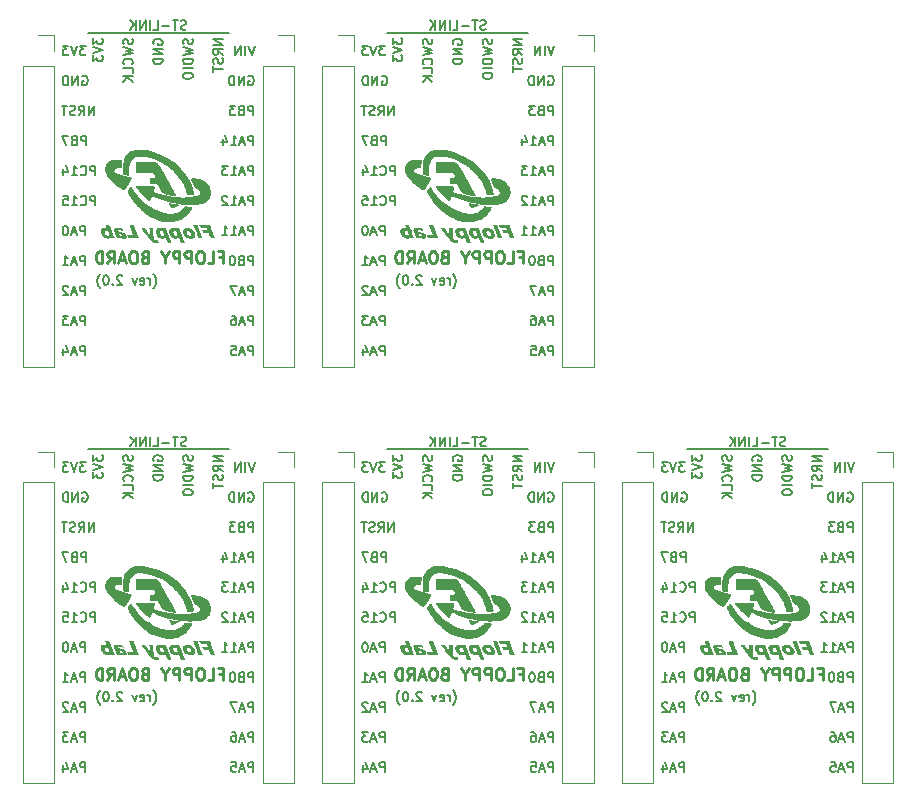
<source format=gbr>
%TF.GenerationSoftware,KiCad,Pcbnew,(6.0.8)*%
%TF.CreationDate,2022-11-08T11:05:07+01:00*%
%TF.ProjectId,STM32G030F6P6,53544d33-3247-4303-9330-463650362e6b,2.0*%
%TF.SameCoordinates,Original*%
%TF.FileFunction,Legend,Bot*%
%TF.FilePolarity,Positive*%
%FSLAX46Y46*%
G04 Gerber Fmt 4.6, Leading zero omitted, Abs format (unit mm)*
G04 Created by KiCad (PCBNEW (6.0.8)) date 2022-11-08 11:05:07*
%MOMM*%
%LPD*%
G01*
G04 APERTURE LIST*
%ADD10C,0.150000*%
%ADD11C,0.200000*%
%ADD12C,0.250000*%
%ADD13C,0.120000*%
G04 APERTURE END LIST*
D10*
X20715000Y-25810000D02*
X32653000Y-25810000D01*
X71451000Y-61084000D02*
X83389000Y-61084000D01*
X20715000Y-61084000D02*
X32653000Y-61084000D01*
X46083000Y-61084000D02*
X58021000Y-61084000D01*
X46083000Y-25810000D02*
X58021000Y-25810000D01*
D11*
X45857142Y-80749904D02*
X45857142Y-79949904D01*
X45552380Y-79949904D01*
X45476190Y-79988000D01*
X45438095Y-80026095D01*
X45400000Y-80102285D01*
X45400000Y-80216571D01*
X45438095Y-80292761D01*
X45476190Y-80330857D01*
X45552380Y-80368952D01*
X45857142Y-80368952D01*
X45095238Y-80521333D02*
X44714285Y-80521333D01*
X45171428Y-80749904D02*
X44904761Y-79949904D01*
X44638095Y-80749904D01*
X43952380Y-80749904D02*
X44409523Y-80749904D01*
X44180952Y-80749904D02*
X44180952Y-79949904D01*
X44257142Y-80064190D01*
X44333333Y-80140380D01*
X44409523Y-80178476D01*
X34745523Y-83289904D02*
X34745523Y-82489904D01*
X34440761Y-82489904D01*
X34364571Y-82528000D01*
X34326476Y-82566095D01*
X34288380Y-82642285D01*
X34288380Y-82756571D01*
X34326476Y-82832761D01*
X34364571Y-82870857D01*
X34440761Y-82908952D01*
X34745523Y-82908952D01*
X33983619Y-83061333D02*
X33602666Y-83061333D01*
X34059809Y-83289904D02*
X33793142Y-82489904D01*
X33526476Y-83289904D01*
X33336000Y-82489904D02*
X32802666Y-82489904D01*
X33145523Y-83289904D01*
X20489142Y-48015904D02*
X20489142Y-47215904D01*
X20184380Y-47215904D01*
X20108190Y-47254000D01*
X20070095Y-47292095D01*
X20032000Y-47368285D01*
X20032000Y-47482571D01*
X20070095Y-47558761D01*
X20108190Y-47596857D01*
X20184380Y-47634952D01*
X20489142Y-47634952D01*
X19727238Y-47787333D02*
X19346285Y-47787333D01*
X19803428Y-48015904D02*
X19536761Y-47215904D01*
X19270095Y-48015904D01*
X19041523Y-47292095D02*
X19003428Y-47254000D01*
X18927238Y-47215904D01*
X18736761Y-47215904D01*
X18660571Y-47254000D01*
X18622476Y-47292095D01*
X18584380Y-47368285D01*
X18584380Y-47444476D01*
X18622476Y-47558761D01*
X19079619Y-48015904D01*
X18584380Y-48015904D01*
X60227809Y-62169904D02*
X59961142Y-62969904D01*
X59694476Y-62169904D01*
X59427809Y-62969904D02*
X59427809Y-62169904D01*
X59046857Y-62969904D02*
X59046857Y-62169904D01*
X58589714Y-62969904D01*
X58589714Y-62169904D01*
X46619047Y-32775904D02*
X46619047Y-31975904D01*
X46161904Y-32775904D01*
X46161904Y-31975904D01*
X45323809Y-32775904D02*
X45590476Y-32394952D01*
X45780952Y-32775904D02*
X45780952Y-31975904D01*
X45476190Y-31975904D01*
X45400000Y-32014000D01*
X45361904Y-32052095D01*
X45323809Y-32128285D01*
X45323809Y-32242571D01*
X45361904Y-32318761D01*
X45400000Y-32356857D01*
X45476190Y-32394952D01*
X45780952Y-32394952D01*
X45019047Y-32737809D02*
X44904761Y-32775904D01*
X44714285Y-32775904D01*
X44638095Y-32737809D01*
X44600000Y-32699714D01*
X44561904Y-32623523D01*
X44561904Y-32547333D01*
X44600000Y-32471142D01*
X44638095Y-32433047D01*
X44714285Y-32394952D01*
X44866666Y-32356857D01*
X44942857Y-32318761D01*
X44980952Y-32280666D01*
X45019047Y-32204476D01*
X45019047Y-32128285D01*
X44980952Y-32052095D01*
X44942857Y-32014000D01*
X44866666Y-31975904D01*
X44676190Y-31975904D01*
X44561904Y-32014000D01*
X44333333Y-31975904D02*
X43876190Y-31975904D01*
X44104761Y-32775904D02*
X44104761Y-31975904D01*
X60113523Y-75669904D02*
X60113523Y-74869904D01*
X59808761Y-74869904D01*
X59732571Y-74908000D01*
X59694476Y-74946095D01*
X59656380Y-75022285D01*
X59656380Y-75136571D01*
X59694476Y-75212761D01*
X59732571Y-75250857D01*
X59808761Y-75288952D01*
X60113523Y-75288952D01*
X59351619Y-75441333D02*
X58970666Y-75441333D01*
X59427809Y-75669904D02*
X59161142Y-74869904D01*
X58894476Y-75669904D01*
X58208761Y-75669904D02*
X58665904Y-75669904D01*
X58437333Y-75669904D02*
X58437333Y-74869904D01*
X58513523Y-74984190D01*
X58589714Y-75060380D01*
X58665904Y-75098476D01*
X57904000Y-74946095D02*
X57865904Y-74908000D01*
X57789714Y-74869904D01*
X57599238Y-74869904D01*
X57523047Y-74908000D01*
X57484952Y-74946095D01*
X57446857Y-75022285D01*
X57446857Y-75098476D01*
X57484952Y-75212761D01*
X57942095Y-75669904D01*
X57446857Y-75669904D01*
X34745523Y-78209904D02*
X34745523Y-77409904D01*
X34440761Y-77409904D01*
X34364571Y-77448000D01*
X34326476Y-77486095D01*
X34288380Y-77562285D01*
X34288380Y-77676571D01*
X34326476Y-77752761D01*
X34364571Y-77790857D01*
X34440761Y-77828952D01*
X34745523Y-77828952D01*
X33983619Y-77981333D02*
X33602666Y-77981333D01*
X34059809Y-78209904D02*
X33793142Y-77409904D01*
X33526476Y-78209904D01*
X32840761Y-78209904D02*
X33297904Y-78209904D01*
X33069333Y-78209904D02*
X33069333Y-77409904D01*
X33145523Y-77524190D01*
X33221714Y-77600380D01*
X33297904Y-77638476D01*
X32078857Y-78209904D02*
X32536000Y-78209904D01*
X32307428Y-78209904D02*
X32307428Y-77409904D01*
X32383619Y-77524190D01*
X32459809Y-77600380D01*
X32536000Y-77638476D01*
D10*
X54915809Y-61587880D02*
X54953904Y-61702166D01*
X54953904Y-61892642D01*
X54915809Y-61968833D01*
X54877714Y-62006928D01*
X54801523Y-62045023D01*
X54725333Y-62045023D01*
X54649142Y-62006928D01*
X54611047Y-61968833D01*
X54572952Y-61892642D01*
X54534857Y-61740261D01*
X54496761Y-61664071D01*
X54458666Y-61625976D01*
X54382476Y-61587880D01*
X54306285Y-61587880D01*
X54230095Y-61625976D01*
X54192000Y-61664071D01*
X54153904Y-61740261D01*
X54153904Y-61930738D01*
X54192000Y-62045023D01*
X54153904Y-62311690D02*
X54953904Y-62502166D01*
X54382476Y-62654547D01*
X54953904Y-62806928D01*
X54153904Y-62997404D01*
X54953904Y-63302166D02*
X54153904Y-63302166D01*
X54153904Y-63492642D01*
X54192000Y-63606928D01*
X54268190Y-63683119D01*
X54344380Y-63721214D01*
X54496761Y-63759309D01*
X54611047Y-63759309D01*
X54763428Y-63721214D01*
X54839619Y-63683119D01*
X54915809Y-63606928D01*
X54953904Y-63492642D01*
X54953904Y-63302166D01*
X54953904Y-64102166D02*
X54153904Y-64102166D01*
X54153904Y-64635500D02*
X54153904Y-64787880D01*
X54192000Y-64864071D01*
X54268190Y-64940261D01*
X54420571Y-64978357D01*
X54687238Y-64978357D01*
X54839619Y-64940261D01*
X54915809Y-64864071D01*
X54953904Y-64787880D01*
X54953904Y-64635500D01*
X54915809Y-64559309D01*
X54839619Y-64483119D01*
X54687238Y-64445023D01*
X54420571Y-64445023D01*
X54268190Y-64483119D01*
X54192000Y-64559309D01*
X54153904Y-64635500D01*
X24467809Y-26313880D02*
X24505904Y-26428166D01*
X24505904Y-26618642D01*
X24467809Y-26694833D01*
X24429714Y-26732928D01*
X24353523Y-26771023D01*
X24277333Y-26771023D01*
X24201142Y-26732928D01*
X24163047Y-26694833D01*
X24124952Y-26618642D01*
X24086857Y-26466261D01*
X24048761Y-26390071D01*
X24010666Y-26351976D01*
X23934476Y-26313880D01*
X23858285Y-26313880D01*
X23782095Y-26351976D01*
X23744000Y-26390071D01*
X23705904Y-26466261D01*
X23705904Y-26656738D01*
X23744000Y-26771023D01*
X23705904Y-27037690D02*
X24505904Y-27228166D01*
X23934476Y-27380547D01*
X24505904Y-27532928D01*
X23705904Y-27723404D01*
X24429714Y-28485309D02*
X24467809Y-28447214D01*
X24505904Y-28332928D01*
X24505904Y-28256738D01*
X24467809Y-28142452D01*
X24391619Y-28066261D01*
X24315428Y-28028166D01*
X24163047Y-27990071D01*
X24048761Y-27990071D01*
X23896380Y-28028166D01*
X23820190Y-28066261D01*
X23744000Y-28142452D01*
X23705904Y-28256738D01*
X23705904Y-28332928D01*
X23744000Y-28447214D01*
X23782095Y-28485309D01*
X24505904Y-29209119D02*
X24505904Y-28828166D01*
X23705904Y-28828166D01*
X24505904Y-29475785D02*
X23705904Y-29475785D01*
X24505904Y-29932928D02*
X24048761Y-29590071D01*
X23705904Y-29932928D02*
X24163047Y-29475785D01*
X29045904Y-25498809D02*
X28931619Y-25536904D01*
X28741142Y-25536904D01*
X28664952Y-25498809D01*
X28626857Y-25460714D01*
X28588761Y-25384523D01*
X28588761Y-25308333D01*
X28626857Y-25232142D01*
X28664952Y-25194047D01*
X28741142Y-25155952D01*
X28893523Y-25117857D01*
X28969714Y-25079761D01*
X29007809Y-25041666D01*
X29045904Y-24965476D01*
X29045904Y-24889285D01*
X29007809Y-24813095D01*
X28969714Y-24775000D01*
X28893523Y-24736904D01*
X28703047Y-24736904D01*
X28588761Y-24775000D01*
X28360190Y-24736904D02*
X27903047Y-24736904D01*
X28131619Y-25536904D02*
X28131619Y-24736904D01*
X27636380Y-25232142D02*
X27026857Y-25232142D01*
X26264952Y-25536904D02*
X26645904Y-25536904D01*
X26645904Y-24736904D01*
X25998285Y-25536904D02*
X25998285Y-24736904D01*
X25617333Y-25536904D02*
X25617333Y-24736904D01*
X25160190Y-25536904D01*
X25160190Y-24736904D01*
X24779238Y-25536904D02*
X24779238Y-24736904D01*
X24322095Y-25536904D02*
X24664952Y-25079761D01*
X24322095Y-24736904D02*
X24779238Y-25194047D01*
D11*
X45895238Y-26895904D02*
X45400000Y-26895904D01*
X45666666Y-27200666D01*
X45552380Y-27200666D01*
X45476190Y-27238761D01*
X45438095Y-27276857D01*
X45400000Y-27353047D01*
X45400000Y-27543523D01*
X45438095Y-27619714D01*
X45476190Y-27657809D01*
X45552380Y-27695904D01*
X45780952Y-27695904D01*
X45857142Y-27657809D01*
X45895238Y-27619714D01*
X45171428Y-26895904D02*
X44904761Y-27695904D01*
X44638095Y-26895904D01*
X44447619Y-26895904D02*
X43952380Y-26895904D01*
X44219047Y-27200666D01*
X44104761Y-27200666D01*
X44028571Y-27238761D01*
X43990476Y-27276857D01*
X43952380Y-27353047D01*
X43952380Y-27543523D01*
X43990476Y-27619714D01*
X44028571Y-27657809D01*
X44104761Y-27695904D01*
X44333333Y-27695904D01*
X44409523Y-27657809D01*
X44447619Y-27619714D01*
D10*
X71901904Y-61549785D02*
X71901904Y-62045023D01*
X72206666Y-61778357D01*
X72206666Y-61892642D01*
X72244761Y-61968833D01*
X72282857Y-62006928D01*
X72359047Y-62045023D01*
X72549523Y-62045023D01*
X72625714Y-62006928D01*
X72663809Y-61968833D01*
X72701904Y-61892642D01*
X72701904Y-61664071D01*
X72663809Y-61587880D01*
X72625714Y-61549785D01*
X71901904Y-62273595D02*
X72701904Y-62540261D01*
X71901904Y-62806928D01*
X71901904Y-62997404D02*
X71901904Y-63492642D01*
X72206666Y-63225976D01*
X72206666Y-63340261D01*
X72244761Y-63416452D01*
X72282857Y-63454547D01*
X72359047Y-63492642D01*
X72549523Y-63492642D01*
X72625714Y-63454547D01*
X72663809Y-63416452D01*
X72701904Y-63340261D01*
X72701904Y-63111690D01*
X72663809Y-63035500D01*
X72625714Y-62997404D01*
D11*
X60113523Y-40395904D02*
X60113523Y-39595904D01*
X59808761Y-39595904D01*
X59732571Y-39634000D01*
X59694476Y-39672095D01*
X59656380Y-39748285D01*
X59656380Y-39862571D01*
X59694476Y-39938761D01*
X59732571Y-39976857D01*
X59808761Y-40014952D01*
X60113523Y-40014952D01*
X59351619Y-40167333D02*
X58970666Y-40167333D01*
X59427809Y-40395904D02*
X59161142Y-39595904D01*
X58894476Y-40395904D01*
X58208761Y-40395904D02*
X58665904Y-40395904D01*
X58437333Y-40395904D02*
X58437333Y-39595904D01*
X58513523Y-39710190D01*
X58589714Y-39786380D01*
X58665904Y-39824476D01*
X57904000Y-39672095D02*
X57865904Y-39634000D01*
X57789714Y-39595904D01*
X57599238Y-39595904D01*
X57523047Y-39634000D01*
X57484952Y-39672095D01*
X57446857Y-39748285D01*
X57446857Y-39824476D01*
X57484952Y-39938761D01*
X57942095Y-40395904D01*
X57446857Y-40395904D01*
X85481523Y-68049904D02*
X85481523Y-67249904D01*
X85176761Y-67249904D01*
X85100571Y-67288000D01*
X85062476Y-67326095D01*
X85024380Y-67402285D01*
X85024380Y-67516571D01*
X85062476Y-67592761D01*
X85100571Y-67630857D01*
X85176761Y-67668952D01*
X85481523Y-67668952D01*
X84414857Y-67630857D02*
X84300571Y-67668952D01*
X84262476Y-67707047D01*
X84224380Y-67783238D01*
X84224380Y-67897523D01*
X84262476Y-67973714D01*
X84300571Y-68011809D01*
X84376761Y-68049904D01*
X84681523Y-68049904D01*
X84681523Y-67249904D01*
X84414857Y-67249904D01*
X84338666Y-67288000D01*
X84300571Y-67326095D01*
X84262476Y-67402285D01*
X84262476Y-67478476D01*
X84300571Y-67554666D01*
X84338666Y-67592761D01*
X84414857Y-67630857D01*
X84681523Y-67630857D01*
X83957714Y-67249904D02*
X83462476Y-67249904D01*
X83729142Y-67554666D01*
X83614857Y-67554666D01*
X83538666Y-67592761D01*
X83500571Y-67630857D01*
X83462476Y-67707047D01*
X83462476Y-67897523D01*
X83500571Y-67973714D01*
X83538666Y-68011809D01*
X83614857Y-68049904D01*
X83843428Y-68049904D01*
X83919619Y-68011809D01*
X83957714Y-67973714D01*
X34745523Y-53095904D02*
X34745523Y-52295904D01*
X34440761Y-52295904D01*
X34364571Y-52334000D01*
X34326476Y-52372095D01*
X34288380Y-52448285D01*
X34288380Y-52562571D01*
X34326476Y-52638761D01*
X34364571Y-52676857D01*
X34440761Y-52714952D01*
X34745523Y-52714952D01*
X33983619Y-52867333D02*
X33602666Y-52867333D01*
X34059809Y-53095904D02*
X33793142Y-52295904D01*
X33526476Y-53095904D01*
X32878857Y-52295904D02*
X33259809Y-52295904D01*
X33297904Y-52676857D01*
X33259809Y-52638761D01*
X33183619Y-52600666D01*
X32993142Y-52600666D01*
X32916952Y-52638761D01*
X32878857Y-52676857D01*
X32840761Y-52753047D01*
X32840761Y-52943523D01*
X32878857Y-53019714D01*
X32916952Y-53057809D01*
X32993142Y-53095904D01*
X33183619Y-53095904D01*
X33259809Y-53057809D01*
X33297904Y-53019714D01*
X45857142Y-88369904D02*
X45857142Y-87569904D01*
X45552380Y-87569904D01*
X45476190Y-87608000D01*
X45438095Y-87646095D01*
X45400000Y-87722285D01*
X45400000Y-87836571D01*
X45438095Y-87912761D01*
X45476190Y-87950857D01*
X45552380Y-87988952D01*
X45857142Y-87988952D01*
X45095238Y-88141333D02*
X44714285Y-88141333D01*
X45171428Y-88369904D02*
X44904761Y-87569904D01*
X44638095Y-88369904D01*
X44028571Y-87836571D02*
X44028571Y-88369904D01*
X44219047Y-87531809D02*
X44409523Y-88103238D01*
X43914285Y-88103238D01*
X71225142Y-88369904D02*
X71225142Y-87569904D01*
X70920380Y-87569904D01*
X70844190Y-87608000D01*
X70806095Y-87646095D01*
X70768000Y-87722285D01*
X70768000Y-87836571D01*
X70806095Y-87912761D01*
X70844190Y-87950857D01*
X70920380Y-87988952D01*
X71225142Y-87988952D01*
X70463238Y-88141333D02*
X70082285Y-88141333D01*
X70539428Y-88369904D02*
X70272761Y-87569904D01*
X70006095Y-88369904D01*
X69396571Y-87836571D02*
X69396571Y-88369904D01*
X69587047Y-87531809D02*
X69777523Y-88103238D01*
X69282285Y-88103238D01*
X20527238Y-26895904D02*
X20032000Y-26895904D01*
X20298666Y-27200666D01*
X20184380Y-27200666D01*
X20108190Y-27238761D01*
X20070095Y-27276857D01*
X20032000Y-27353047D01*
X20032000Y-27543523D01*
X20070095Y-27619714D01*
X20108190Y-27657809D01*
X20184380Y-27695904D01*
X20412952Y-27695904D01*
X20489142Y-27657809D01*
X20527238Y-27619714D01*
X19803428Y-26895904D02*
X19536761Y-27695904D01*
X19270095Y-26895904D01*
X19079619Y-26895904D02*
X18584380Y-26895904D01*
X18851047Y-27200666D01*
X18736761Y-27200666D01*
X18660571Y-27238761D01*
X18622476Y-27276857D01*
X18584380Y-27353047D01*
X18584380Y-27543523D01*
X18622476Y-27619714D01*
X18660571Y-27657809D01*
X18736761Y-27695904D01*
X18965333Y-27695904D01*
X19041523Y-27657809D01*
X19079619Y-27619714D01*
X60113523Y-32775904D02*
X60113523Y-31975904D01*
X59808761Y-31975904D01*
X59732571Y-32014000D01*
X59694476Y-32052095D01*
X59656380Y-32128285D01*
X59656380Y-32242571D01*
X59694476Y-32318761D01*
X59732571Y-32356857D01*
X59808761Y-32394952D01*
X60113523Y-32394952D01*
X59046857Y-32356857D02*
X58932571Y-32394952D01*
X58894476Y-32433047D01*
X58856380Y-32509238D01*
X58856380Y-32623523D01*
X58894476Y-32699714D01*
X58932571Y-32737809D01*
X59008761Y-32775904D01*
X59313523Y-32775904D01*
X59313523Y-31975904D01*
X59046857Y-31975904D01*
X58970666Y-32014000D01*
X58932571Y-32052095D01*
X58894476Y-32128285D01*
X58894476Y-32204476D01*
X58932571Y-32280666D01*
X58970666Y-32318761D01*
X59046857Y-32356857D01*
X59313523Y-32356857D01*
X58589714Y-31975904D02*
X58094476Y-31975904D01*
X58361142Y-32280666D01*
X58246857Y-32280666D01*
X58170666Y-32318761D01*
X58132571Y-32356857D01*
X58094476Y-32433047D01*
X58094476Y-32623523D01*
X58132571Y-32699714D01*
X58170666Y-32737809D01*
X58246857Y-32775904D01*
X58475428Y-32775904D01*
X58551619Y-32737809D01*
X58589714Y-32699714D01*
X85481523Y-75669904D02*
X85481523Y-74869904D01*
X85176761Y-74869904D01*
X85100571Y-74908000D01*
X85062476Y-74946095D01*
X85024380Y-75022285D01*
X85024380Y-75136571D01*
X85062476Y-75212761D01*
X85100571Y-75250857D01*
X85176761Y-75288952D01*
X85481523Y-75288952D01*
X84719619Y-75441333D02*
X84338666Y-75441333D01*
X84795809Y-75669904D02*
X84529142Y-74869904D01*
X84262476Y-75669904D01*
X83576761Y-75669904D02*
X84033904Y-75669904D01*
X83805333Y-75669904D02*
X83805333Y-74869904D01*
X83881523Y-74984190D01*
X83957714Y-75060380D01*
X84033904Y-75098476D01*
X83272000Y-74946095D02*
X83233904Y-74908000D01*
X83157714Y-74869904D01*
X82967238Y-74869904D01*
X82891047Y-74908000D01*
X82852952Y-74946095D01*
X82814857Y-75022285D01*
X82814857Y-75098476D01*
X82852952Y-75212761D01*
X83310095Y-75669904D01*
X82814857Y-75669904D01*
X51651666Y-82705666D02*
X51689761Y-82667571D01*
X51765952Y-82553285D01*
X51804047Y-82477095D01*
X51842142Y-82362809D01*
X51880238Y-82172333D01*
X51880238Y-82019952D01*
X51842142Y-81829476D01*
X51804047Y-81715190D01*
X51765952Y-81639000D01*
X51689761Y-81524714D01*
X51651666Y-81486619D01*
X51346904Y-82400904D02*
X51346904Y-81867571D01*
X51346904Y-82019952D02*
X51308809Y-81943761D01*
X51270714Y-81905666D01*
X51194523Y-81867571D01*
X51118333Y-81867571D01*
X50546904Y-82362809D02*
X50623095Y-82400904D01*
X50775476Y-82400904D01*
X50851666Y-82362809D01*
X50889761Y-82286619D01*
X50889761Y-81981857D01*
X50851666Y-81905666D01*
X50775476Y-81867571D01*
X50623095Y-81867571D01*
X50546904Y-81905666D01*
X50508809Y-81981857D01*
X50508809Y-82058047D01*
X50889761Y-82134238D01*
X50242142Y-81867571D02*
X50051666Y-82400904D01*
X49861190Y-81867571D01*
X48985000Y-81677095D02*
X48946904Y-81639000D01*
X48870714Y-81600904D01*
X48680238Y-81600904D01*
X48604047Y-81639000D01*
X48565952Y-81677095D01*
X48527857Y-81753285D01*
X48527857Y-81829476D01*
X48565952Y-81943761D01*
X49023095Y-82400904D01*
X48527857Y-82400904D01*
X48185000Y-82324714D02*
X48146904Y-82362809D01*
X48185000Y-82400904D01*
X48223095Y-82362809D01*
X48185000Y-82324714D01*
X48185000Y-82400904D01*
X47651666Y-81600904D02*
X47575476Y-81600904D01*
X47499285Y-81639000D01*
X47461190Y-81677095D01*
X47423095Y-81753285D01*
X47385000Y-81905666D01*
X47385000Y-82096142D01*
X47423095Y-82248523D01*
X47461190Y-82324714D01*
X47499285Y-82362809D01*
X47575476Y-82400904D01*
X47651666Y-82400904D01*
X47727857Y-82362809D01*
X47765952Y-82324714D01*
X47804047Y-82248523D01*
X47842142Y-82096142D01*
X47842142Y-81905666D01*
X47804047Y-81753285D01*
X47765952Y-81677095D01*
X47727857Y-81639000D01*
X47651666Y-81600904D01*
X47118333Y-82705666D02*
X47080238Y-82667571D01*
X47004047Y-82553285D01*
X46965952Y-82477095D01*
X46927857Y-82362809D01*
X46889761Y-82172333D01*
X46889761Y-82019952D01*
X46927857Y-81829476D01*
X46965952Y-81715190D01*
X47004047Y-81639000D01*
X47080238Y-81524714D01*
X47118333Y-81486619D01*
X85481523Y-80749904D02*
X85481523Y-79949904D01*
X85176761Y-79949904D01*
X85100571Y-79988000D01*
X85062476Y-80026095D01*
X85024380Y-80102285D01*
X85024380Y-80216571D01*
X85062476Y-80292761D01*
X85100571Y-80330857D01*
X85176761Y-80368952D01*
X85481523Y-80368952D01*
X84414857Y-80330857D02*
X84300571Y-80368952D01*
X84262476Y-80407047D01*
X84224380Y-80483238D01*
X84224380Y-80597523D01*
X84262476Y-80673714D01*
X84300571Y-80711809D01*
X84376761Y-80749904D01*
X84681523Y-80749904D01*
X84681523Y-79949904D01*
X84414857Y-79949904D01*
X84338666Y-79988000D01*
X84300571Y-80026095D01*
X84262476Y-80102285D01*
X84262476Y-80178476D01*
X84300571Y-80254666D01*
X84338666Y-80292761D01*
X84414857Y-80330857D01*
X84681523Y-80330857D01*
X83729142Y-79949904D02*
X83652952Y-79949904D01*
X83576761Y-79988000D01*
X83538666Y-80026095D01*
X83500571Y-80102285D01*
X83462476Y-80254666D01*
X83462476Y-80445142D01*
X83500571Y-80597523D01*
X83538666Y-80673714D01*
X83576761Y-80711809D01*
X83652952Y-80749904D01*
X83729142Y-80749904D01*
X83805333Y-80711809D01*
X83843428Y-80673714D01*
X83881523Y-80597523D01*
X83919619Y-80445142D01*
X83919619Y-80254666D01*
X83881523Y-80102285D01*
X83843428Y-80026095D01*
X83805333Y-79988000D01*
X83729142Y-79949904D01*
X45857142Y-53095904D02*
X45857142Y-52295904D01*
X45552380Y-52295904D01*
X45476190Y-52334000D01*
X45438095Y-52372095D01*
X45400000Y-52448285D01*
X45400000Y-52562571D01*
X45438095Y-52638761D01*
X45476190Y-52676857D01*
X45552380Y-52714952D01*
X45857142Y-52714952D01*
X45095238Y-52867333D02*
X44714285Y-52867333D01*
X45171428Y-53095904D02*
X44904761Y-52295904D01*
X44638095Y-53095904D01*
X44028571Y-52562571D02*
X44028571Y-53095904D01*
X44219047Y-52257809D02*
X44409523Y-52829238D01*
X43914285Y-52829238D01*
X60227809Y-26895904D02*
X59961142Y-27695904D01*
X59694476Y-26895904D01*
X59427809Y-27695904D02*
X59427809Y-26895904D01*
X59046857Y-27695904D02*
X59046857Y-26895904D01*
X58589714Y-27695904D01*
X58589714Y-26895904D01*
X71263238Y-62169904D02*
X70768000Y-62169904D01*
X71034666Y-62474666D01*
X70920380Y-62474666D01*
X70844190Y-62512761D01*
X70806095Y-62550857D01*
X70768000Y-62627047D01*
X70768000Y-62817523D01*
X70806095Y-62893714D01*
X70844190Y-62931809D01*
X70920380Y-62969904D01*
X71148952Y-62969904D01*
X71225142Y-62931809D01*
X71263238Y-62893714D01*
X70539428Y-62169904D02*
X70272761Y-62969904D01*
X70006095Y-62169904D01*
X69815619Y-62169904D02*
X69320380Y-62169904D01*
X69587047Y-62474666D01*
X69472761Y-62474666D01*
X69396571Y-62512761D01*
X69358476Y-62550857D01*
X69320380Y-62627047D01*
X69320380Y-62817523D01*
X69358476Y-62893714D01*
X69396571Y-62931809D01*
X69472761Y-62969904D01*
X69701333Y-62969904D01*
X69777523Y-62931809D01*
X69815619Y-62893714D01*
D10*
X21165904Y-61549785D02*
X21165904Y-62045023D01*
X21470666Y-61778357D01*
X21470666Y-61892642D01*
X21508761Y-61968833D01*
X21546857Y-62006928D01*
X21623047Y-62045023D01*
X21813523Y-62045023D01*
X21889714Y-62006928D01*
X21927809Y-61968833D01*
X21965904Y-61892642D01*
X21965904Y-61664071D01*
X21927809Y-61587880D01*
X21889714Y-61549785D01*
X21165904Y-62273595D02*
X21965904Y-62540261D01*
X21165904Y-62806928D01*
X21165904Y-62997404D02*
X21165904Y-63492642D01*
X21470666Y-63225976D01*
X21470666Y-63340261D01*
X21508761Y-63416452D01*
X21546857Y-63454547D01*
X21623047Y-63492642D01*
X21813523Y-63492642D01*
X21889714Y-63454547D01*
X21927809Y-63416452D01*
X21965904Y-63340261D01*
X21965904Y-63111690D01*
X21927809Y-63035500D01*
X21889714Y-62997404D01*
D11*
X34745523Y-50555904D02*
X34745523Y-49755904D01*
X34440761Y-49755904D01*
X34364571Y-49794000D01*
X34326476Y-49832095D01*
X34288380Y-49908285D01*
X34288380Y-50022571D01*
X34326476Y-50098761D01*
X34364571Y-50136857D01*
X34440761Y-50174952D01*
X34745523Y-50174952D01*
X33983619Y-50327333D02*
X33602666Y-50327333D01*
X34059809Y-50555904D02*
X33793142Y-49755904D01*
X33526476Y-50555904D01*
X32916952Y-49755904D02*
X33069333Y-49755904D01*
X33145523Y-49794000D01*
X33183619Y-49832095D01*
X33259809Y-49946380D01*
X33297904Y-50098761D01*
X33297904Y-50403523D01*
X33259809Y-50479714D01*
X33221714Y-50517809D01*
X33145523Y-50555904D01*
X32993142Y-50555904D01*
X32916952Y-50517809D01*
X32878857Y-50479714D01*
X32840761Y-50403523D01*
X32840761Y-50213047D01*
X32878857Y-50136857D01*
X32916952Y-50098761D01*
X32993142Y-50060666D01*
X33145523Y-50060666D01*
X33221714Y-50098761D01*
X33259809Y-50136857D01*
X33297904Y-50213047D01*
X45857142Y-83289904D02*
X45857142Y-82489904D01*
X45552380Y-82489904D01*
X45476190Y-82528000D01*
X45438095Y-82566095D01*
X45400000Y-82642285D01*
X45400000Y-82756571D01*
X45438095Y-82832761D01*
X45476190Y-82870857D01*
X45552380Y-82908952D01*
X45857142Y-82908952D01*
X45095238Y-83061333D02*
X44714285Y-83061333D01*
X45171428Y-83289904D02*
X44904761Y-82489904D01*
X44638095Y-83289904D01*
X44409523Y-82566095D02*
X44371428Y-82528000D01*
X44295238Y-82489904D01*
X44104761Y-82489904D01*
X44028571Y-82528000D01*
X43990476Y-82566095D01*
X43952380Y-82642285D01*
X43952380Y-82718476D01*
X43990476Y-82832761D01*
X44447619Y-83289904D01*
X43952380Y-83289904D01*
D10*
X57493904Y-26351976D02*
X56693904Y-26351976D01*
X57493904Y-26809119D01*
X56693904Y-26809119D01*
X57493904Y-27647214D02*
X57112952Y-27380547D01*
X57493904Y-27190071D02*
X56693904Y-27190071D01*
X56693904Y-27494833D01*
X56732000Y-27571023D01*
X56770095Y-27609119D01*
X56846285Y-27647214D01*
X56960571Y-27647214D01*
X57036761Y-27609119D01*
X57074857Y-27571023D01*
X57112952Y-27494833D01*
X57112952Y-27190071D01*
X57455809Y-27951976D02*
X57493904Y-28066261D01*
X57493904Y-28256738D01*
X57455809Y-28332928D01*
X57417714Y-28371023D01*
X57341523Y-28409119D01*
X57265333Y-28409119D01*
X57189142Y-28371023D01*
X57151047Y-28332928D01*
X57112952Y-28256738D01*
X57074857Y-28104357D01*
X57036761Y-28028166D01*
X56998666Y-27990071D01*
X56922476Y-27951976D01*
X56846285Y-27951976D01*
X56770095Y-27990071D01*
X56732000Y-28028166D01*
X56693904Y-28104357D01*
X56693904Y-28294833D01*
X56732000Y-28409119D01*
X56693904Y-28637690D02*
X56693904Y-29094833D01*
X57493904Y-28866261D02*
X56693904Y-28866261D01*
D11*
X34326476Y-29474000D02*
X34402666Y-29435904D01*
X34516952Y-29435904D01*
X34631238Y-29474000D01*
X34707428Y-29550190D01*
X34745523Y-29626380D01*
X34783619Y-29778761D01*
X34783619Y-29893047D01*
X34745523Y-30045428D01*
X34707428Y-30121619D01*
X34631238Y-30197809D01*
X34516952Y-30235904D01*
X34440761Y-30235904D01*
X34326476Y-30197809D01*
X34288380Y-30159714D01*
X34288380Y-29893047D01*
X34440761Y-29893047D01*
X33945523Y-30235904D02*
X33945523Y-29435904D01*
X33488380Y-30235904D01*
X33488380Y-29435904D01*
X33107428Y-30235904D02*
X33107428Y-29435904D01*
X32916952Y-29435904D01*
X32802666Y-29474000D01*
X32726476Y-29550190D01*
X32688380Y-29626380D01*
X32650285Y-29778761D01*
X32650285Y-29893047D01*
X32688380Y-30045428D01*
X32726476Y-30121619D01*
X32802666Y-30197809D01*
X32916952Y-30235904D01*
X33107428Y-30235904D01*
X34745523Y-35315904D02*
X34745523Y-34515904D01*
X34440761Y-34515904D01*
X34364571Y-34554000D01*
X34326476Y-34592095D01*
X34288380Y-34668285D01*
X34288380Y-34782571D01*
X34326476Y-34858761D01*
X34364571Y-34896857D01*
X34440761Y-34934952D01*
X34745523Y-34934952D01*
X33983619Y-35087333D02*
X33602666Y-35087333D01*
X34059809Y-35315904D02*
X33793142Y-34515904D01*
X33526476Y-35315904D01*
X32840761Y-35315904D02*
X33297904Y-35315904D01*
X33069333Y-35315904D02*
X33069333Y-34515904D01*
X33145523Y-34630190D01*
X33221714Y-34706380D01*
X33297904Y-34744476D01*
X32155047Y-34782571D02*
X32155047Y-35315904D01*
X32345523Y-34477809D02*
X32536000Y-35049238D01*
X32040761Y-35049238D01*
X60113523Y-68049904D02*
X60113523Y-67249904D01*
X59808761Y-67249904D01*
X59732571Y-67288000D01*
X59694476Y-67326095D01*
X59656380Y-67402285D01*
X59656380Y-67516571D01*
X59694476Y-67592761D01*
X59732571Y-67630857D01*
X59808761Y-67668952D01*
X60113523Y-67668952D01*
X59046857Y-67630857D02*
X58932571Y-67668952D01*
X58894476Y-67707047D01*
X58856380Y-67783238D01*
X58856380Y-67897523D01*
X58894476Y-67973714D01*
X58932571Y-68011809D01*
X59008761Y-68049904D01*
X59313523Y-68049904D01*
X59313523Y-67249904D01*
X59046857Y-67249904D01*
X58970666Y-67288000D01*
X58932571Y-67326095D01*
X58894476Y-67402285D01*
X58894476Y-67478476D01*
X58932571Y-67554666D01*
X58970666Y-67592761D01*
X59046857Y-67630857D01*
X59313523Y-67630857D01*
X58589714Y-67249904D02*
X58094476Y-67249904D01*
X58361142Y-67554666D01*
X58246857Y-67554666D01*
X58170666Y-67592761D01*
X58132571Y-67630857D01*
X58094476Y-67707047D01*
X58094476Y-67897523D01*
X58132571Y-67973714D01*
X58170666Y-68011809D01*
X58246857Y-68049904D01*
X58475428Y-68049904D01*
X58551619Y-68011809D01*
X58589714Y-67973714D01*
X34745523Y-73129904D02*
X34745523Y-72329904D01*
X34440761Y-72329904D01*
X34364571Y-72368000D01*
X34326476Y-72406095D01*
X34288380Y-72482285D01*
X34288380Y-72596571D01*
X34326476Y-72672761D01*
X34364571Y-72710857D01*
X34440761Y-72748952D01*
X34745523Y-72748952D01*
X33983619Y-72901333D02*
X33602666Y-72901333D01*
X34059809Y-73129904D02*
X33793142Y-72329904D01*
X33526476Y-73129904D01*
X32840761Y-73129904D02*
X33297904Y-73129904D01*
X33069333Y-73129904D02*
X33069333Y-72329904D01*
X33145523Y-72444190D01*
X33221714Y-72520380D01*
X33297904Y-72558476D01*
X32574095Y-72329904D02*
X32078857Y-72329904D01*
X32345523Y-72634666D01*
X32231238Y-72634666D01*
X32155047Y-72672761D01*
X32116952Y-72710857D01*
X32078857Y-72787047D01*
X32078857Y-72977523D01*
X32116952Y-73053714D01*
X32155047Y-73091809D01*
X32231238Y-73129904D01*
X32459809Y-73129904D01*
X32536000Y-73091809D01*
X32574095Y-73053714D01*
X77019666Y-82705666D02*
X77057761Y-82667571D01*
X77133952Y-82553285D01*
X77172047Y-82477095D01*
X77210142Y-82362809D01*
X77248238Y-82172333D01*
X77248238Y-82019952D01*
X77210142Y-81829476D01*
X77172047Y-81715190D01*
X77133952Y-81639000D01*
X77057761Y-81524714D01*
X77019666Y-81486619D01*
X76714904Y-82400904D02*
X76714904Y-81867571D01*
X76714904Y-82019952D02*
X76676809Y-81943761D01*
X76638714Y-81905666D01*
X76562523Y-81867571D01*
X76486333Y-81867571D01*
X75914904Y-82362809D02*
X75991095Y-82400904D01*
X76143476Y-82400904D01*
X76219666Y-82362809D01*
X76257761Y-82286619D01*
X76257761Y-81981857D01*
X76219666Y-81905666D01*
X76143476Y-81867571D01*
X75991095Y-81867571D01*
X75914904Y-81905666D01*
X75876809Y-81981857D01*
X75876809Y-82058047D01*
X76257761Y-82134238D01*
X75610142Y-81867571D02*
X75419666Y-82400904D01*
X75229190Y-81867571D01*
X74353000Y-81677095D02*
X74314904Y-81639000D01*
X74238714Y-81600904D01*
X74048238Y-81600904D01*
X73972047Y-81639000D01*
X73933952Y-81677095D01*
X73895857Y-81753285D01*
X73895857Y-81829476D01*
X73933952Y-81943761D01*
X74391095Y-82400904D01*
X73895857Y-82400904D01*
X73553000Y-82324714D02*
X73514904Y-82362809D01*
X73553000Y-82400904D01*
X73591095Y-82362809D01*
X73553000Y-82324714D01*
X73553000Y-82400904D01*
X73019666Y-81600904D02*
X72943476Y-81600904D01*
X72867285Y-81639000D01*
X72829190Y-81677095D01*
X72791095Y-81753285D01*
X72753000Y-81905666D01*
X72753000Y-82096142D01*
X72791095Y-82248523D01*
X72829190Y-82324714D01*
X72867285Y-82362809D01*
X72943476Y-82400904D01*
X73019666Y-82400904D01*
X73095857Y-82362809D01*
X73133952Y-82324714D01*
X73172047Y-82248523D01*
X73210142Y-82096142D01*
X73210142Y-81905666D01*
X73172047Y-81753285D01*
X73133952Y-81677095D01*
X73095857Y-81639000D01*
X73019666Y-81600904D01*
X72486333Y-82705666D02*
X72448238Y-82667571D01*
X72372047Y-82553285D01*
X72333952Y-82477095D01*
X72295857Y-82362809D01*
X72257761Y-82172333D01*
X72257761Y-82019952D01*
X72295857Y-81829476D01*
X72333952Y-81715190D01*
X72372047Y-81639000D01*
X72448238Y-81524714D01*
X72486333Y-81486619D01*
X85481523Y-88369904D02*
X85481523Y-87569904D01*
X85176761Y-87569904D01*
X85100571Y-87608000D01*
X85062476Y-87646095D01*
X85024380Y-87722285D01*
X85024380Y-87836571D01*
X85062476Y-87912761D01*
X85100571Y-87950857D01*
X85176761Y-87988952D01*
X85481523Y-87988952D01*
X84719619Y-88141333D02*
X84338666Y-88141333D01*
X84795809Y-88369904D02*
X84529142Y-87569904D01*
X84262476Y-88369904D01*
X83614857Y-87569904D02*
X83995809Y-87569904D01*
X84033904Y-87950857D01*
X83995809Y-87912761D01*
X83919619Y-87874666D01*
X83729142Y-87874666D01*
X83652952Y-87912761D01*
X83614857Y-87950857D01*
X83576761Y-88027047D01*
X83576761Y-88217523D01*
X83614857Y-88293714D01*
X83652952Y-88331809D01*
X83729142Y-88369904D01*
X83919619Y-88369904D01*
X83995809Y-88331809D01*
X84033904Y-88293714D01*
X71225142Y-85829904D02*
X71225142Y-85029904D01*
X70920380Y-85029904D01*
X70844190Y-85068000D01*
X70806095Y-85106095D01*
X70768000Y-85182285D01*
X70768000Y-85296571D01*
X70806095Y-85372761D01*
X70844190Y-85410857D01*
X70920380Y-85448952D01*
X71225142Y-85448952D01*
X70463238Y-85601333D02*
X70082285Y-85601333D01*
X70539428Y-85829904D02*
X70272761Y-85029904D01*
X70006095Y-85829904D01*
X69815619Y-85029904D02*
X69320380Y-85029904D01*
X69587047Y-85334666D01*
X69472761Y-85334666D01*
X69396571Y-85372761D01*
X69358476Y-85410857D01*
X69320380Y-85487047D01*
X69320380Y-85677523D01*
X69358476Y-85753714D01*
X69396571Y-85791809D01*
X69472761Y-85829904D01*
X69701333Y-85829904D01*
X69777523Y-85791809D01*
X69815619Y-85753714D01*
X60113523Y-53095904D02*
X60113523Y-52295904D01*
X59808761Y-52295904D01*
X59732571Y-52334000D01*
X59694476Y-52372095D01*
X59656380Y-52448285D01*
X59656380Y-52562571D01*
X59694476Y-52638761D01*
X59732571Y-52676857D01*
X59808761Y-52714952D01*
X60113523Y-52714952D01*
X59351619Y-52867333D02*
X58970666Y-52867333D01*
X59427809Y-53095904D02*
X59161142Y-52295904D01*
X58894476Y-53095904D01*
X58246857Y-52295904D02*
X58627809Y-52295904D01*
X58665904Y-52676857D01*
X58627809Y-52638761D01*
X58551619Y-52600666D01*
X58361142Y-52600666D01*
X58284952Y-52638761D01*
X58246857Y-52676857D01*
X58208761Y-52753047D01*
X58208761Y-52943523D01*
X58246857Y-53019714D01*
X58284952Y-53057809D01*
X58361142Y-53095904D01*
X58551619Y-53095904D01*
X58627809Y-53057809D01*
X58665904Y-53019714D01*
X34745523Y-70589904D02*
X34745523Y-69789904D01*
X34440761Y-69789904D01*
X34364571Y-69828000D01*
X34326476Y-69866095D01*
X34288380Y-69942285D01*
X34288380Y-70056571D01*
X34326476Y-70132761D01*
X34364571Y-70170857D01*
X34440761Y-70208952D01*
X34745523Y-70208952D01*
X33983619Y-70361333D02*
X33602666Y-70361333D01*
X34059809Y-70589904D02*
X33793142Y-69789904D01*
X33526476Y-70589904D01*
X32840761Y-70589904D02*
X33297904Y-70589904D01*
X33069333Y-70589904D02*
X33069333Y-69789904D01*
X33145523Y-69904190D01*
X33221714Y-69980380D01*
X33297904Y-70018476D01*
X32155047Y-70056571D02*
X32155047Y-70589904D01*
X32345523Y-69751809D02*
X32536000Y-70323238D01*
X32040761Y-70323238D01*
X21365333Y-73129904D02*
X21365333Y-72329904D01*
X21060571Y-72329904D01*
X20984380Y-72368000D01*
X20946285Y-72406095D01*
X20908190Y-72482285D01*
X20908190Y-72596571D01*
X20946285Y-72672761D01*
X20984380Y-72710857D01*
X21060571Y-72748952D01*
X21365333Y-72748952D01*
X20108190Y-73053714D02*
X20146285Y-73091809D01*
X20260571Y-73129904D01*
X20336761Y-73129904D01*
X20451047Y-73091809D01*
X20527238Y-73015619D01*
X20565333Y-72939428D01*
X20603428Y-72787047D01*
X20603428Y-72672761D01*
X20565333Y-72520380D01*
X20527238Y-72444190D01*
X20451047Y-72368000D01*
X20336761Y-72329904D01*
X20260571Y-72329904D01*
X20146285Y-72368000D01*
X20108190Y-72406095D01*
X19346285Y-73129904D02*
X19803428Y-73129904D01*
X19574857Y-73129904D02*
X19574857Y-72329904D01*
X19651047Y-72444190D01*
X19727238Y-72520380D01*
X19803428Y-72558476D01*
X18660571Y-72596571D02*
X18660571Y-73129904D01*
X18851047Y-72291809D02*
X19041523Y-72863238D01*
X18546285Y-72863238D01*
X20489142Y-78209904D02*
X20489142Y-77409904D01*
X20184380Y-77409904D01*
X20108190Y-77448000D01*
X20070095Y-77486095D01*
X20032000Y-77562285D01*
X20032000Y-77676571D01*
X20070095Y-77752761D01*
X20108190Y-77790857D01*
X20184380Y-77828952D01*
X20489142Y-77828952D01*
X19727238Y-77981333D02*
X19346285Y-77981333D01*
X19803428Y-78209904D02*
X19536761Y-77409904D01*
X19270095Y-78209904D01*
X18851047Y-77409904D02*
X18774857Y-77409904D01*
X18698666Y-77448000D01*
X18660571Y-77486095D01*
X18622476Y-77562285D01*
X18584380Y-77714666D01*
X18584380Y-77905142D01*
X18622476Y-78057523D01*
X18660571Y-78133714D01*
X18698666Y-78171809D01*
X18774857Y-78209904D01*
X18851047Y-78209904D01*
X18927238Y-78171809D01*
X18965333Y-78133714D01*
X19003428Y-78057523D01*
X19041523Y-77905142D01*
X19041523Y-77714666D01*
X19003428Y-77562285D01*
X18965333Y-77486095D01*
X18927238Y-77448000D01*
X18851047Y-77409904D01*
X26283666Y-82705666D02*
X26321761Y-82667571D01*
X26397952Y-82553285D01*
X26436047Y-82477095D01*
X26474142Y-82362809D01*
X26512238Y-82172333D01*
X26512238Y-82019952D01*
X26474142Y-81829476D01*
X26436047Y-81715190D01*
X26397952Y-81639000D01*
X26321761Y-81524714D01*
X26283666Y-81486619D01*
X25978904Y-82400904D02*
X25978904Y-81867571D01*
X25978904Y-82019952D02*
X25940809Y-81943761D01*
X25902714Y-81905666D01*
X25826523Y-81867571D01*
X25750333Y-81867571D01*
X25178904Y-82362809D02*
X25255095Y-82400904D01*
X25407476Y-82400904D01*
X25483666Y-82362809D01*
X25521761Y-82286619D01*
X25521761Y-81981857D01*
X25483666Y-81905666D01*
X25407476Y-81867571D01*
X25255095Y-81867571D01*
X25178904Y-81905666D01*
X25140809Y-81981857D01*
X25140809Y-82058047D01*
X25521761Y-82134238D01*
X24874142Y-81867571D02*
X24683666Y-82400904D01*
X24493190Y-81867571D01*
X23617000Y-81677095D02*
X23578904Y-81639000D01*
X23502714Y-81600904D01*
X23312238Y-81600904D01*
X23236047Y-81639000D01*
X23197952Y-81677095D01*
X23159857Y-81753285D01*
X23159857Y-81829476D01*
X23197952Y-81943761D01*
X23655095Y-82400904D01*
X23159857Y-82400904D01*
X22817000Y-82324714D02*
X22778904Y-82362809D01*
X22817000Y-82400904D01*
X22855095Y-82362809D01*
X22817000Y-82324714D01*
X22817000Y-82400904D01*
X22283666Y-81600904D02*
X22207476Y-81600904D01*
X22131285Y-81639000D01*
X22093190Y-81677095D01*
X22055095Y-81753285D01*
X22017000Y-81905666D01*
X22017000Y-82096142D01*
X22055095Y-82248523D01*
X22093190Y-82324714D01*
X22131285Y-82362809D01*
X22207476Y-82400904D01*
X22283666Y-82400904D01*
X22359857Y-82362809D01*
X22397952Y-82324714D01*
X22436047Y-82248523D01*
X22474142Y-82096142D01*
X22474142Y-81905666D01*
X22436047Y-81753285D01*
X22397952Y-81677095D01*
X22359857Y-81639000D01*
X22283666Y-81600904D01*
X21750333Y-82705666D02*
X21712238Y-82667571D01*
X21636047Y-82553285D01*
X21597952Y-82477095D01*
X21559857Y-82362809D01*
X21521761Y-82172333D01*
X21521761Y-82019952D01*
X21559857Y-81829476D01*
X21597952Y-81715190D01*
X21636047Y-81639000D01*
X21712238Y-81524714D01*
X21750333Y-81486619D01*
X60113523Y-50555904D02*
X60113523Y-49755904D01*
X59808761Y-49755904D01*
X59732571Y-49794000D01*
X59694476Y-49832095D01*
X59656380Y-49908285D01*
X59656380Y-50022571D01*
X59694476Y-50098761D01*
X59732571Y-50136857D01*
X59808761Y-50174952D01*
X60113523Y-50174952D01*
X59351619Y-50327333D02*
X58970666Y-50327333D01*
X59427809Y-50555904D02*
X59161142Y-49755904D01*
X58894476Y-50555904D01*
X58284952Y-49755904D02*
X58437333Y-49755904D01*
X58513523Y-49794000D01*
X58551619Y-49832095D01*
X58627809Y-49946380D01*
X58665904Y-50098761D01*
X58665904Y-50403523D01*
X58627809Y-50479714D01*
X58589714Y-50517809D01*
X58513523Y-50555904D01*
X58361142Y-50555904D01*
X58284952Y-50517809D01*
X58246857Y-50479714D01*
X58208761Y-50403523D01*
X58208761Y-50213047D01*
X58246857Y-50136857D01*
X58284952Y-50098761D01*
X58361142Y-50060666D01*
X58513523Y-50060666D01*
X58589714Y-50098761D01*
X58627809Y-50136857D01*
X58665904Y-50213047D01*
X21365333Y-37855904D02*
X21365333Y-37055904D01*
X21060571Y-37055904D01*
X20984380Y-37094000D01*
X20946285Y-37132095D01*
X20908190Y-37208285D01*
X20908190Y-37322571D01*
X20946285Y-37398761D01*
X20984380Y-37436857D01*
X21060571Y-37474952D01*
X21365333Y-37474952D01*
X20108190Y-37779714D02*
X20146285Y-37817809D01*
X20260571Y-37855904D01*
X20336761Y-37855904D01*
X20451047Y-37817809D01*
X20527238Y-37741619D01*
X20565333Y-37665428D01*
X20603428Y-37513047D01*
X20603428Y-37398761D01*
X20565333Y-37246380D01*
X20527238Y-37170190D01*
X20451047Y-37094000D01*
X20336761Y-37055904D01*
X20260571Y-37055904D01*
X20146285Y-37094000D01*
X20108190Y-37132095D01*
X19346285Y-37855904D02*
X19803428Y-37855904D01*
X19574857Y-37855904D02*
X19574857Y-37055904D01*
X19651047Y-37170190D01*
X19727238Y-37246380D01*
X19803428Y-37284476D01*
X18660571Y-37322571D02*
X18660571Y-37855904D01*
X18851047Y-37017809D02*
X19041523Y-37589238D01*
X18546285Y-37589238D01*
D10*
X54413904Y-60772809D02*
X54299619Y-60810904D01*
X54109142Y-60810904D01*
X54032952Y-60772809D01*
X53994857Y-60734714D01*
X53956761Y-60658523D01*
X53956761Y-60582333D01*
X53994857Y-60506142D01*
X54032952Y-60468047D01*
X54109142Y-60429952D01*
X54261523Y-60391857D01*
X54337714Y-60353761D01*
X54375809Y-60315666D01*
X54413904Y-60239476D01*
X54413904Y-60163285D01*
X54375809Y-60087095D01*
X54337714Y-60049000D01*
X54261523Y-60010904D01*
X54071047Y-60010904D01*
X53956761Y-60049000D01*
X53728190Y-60010904D02*
X53271047Y-60010904D01*
X53499619Y-60810904D02*
X53499619Y-60010904D01*
X53004380Y-60506142D02*
X52394857Y-60506142D01*
X51632952Y-60810904D02*
X52013904Y-60810904D01*
X52013904Y-60010904D01*
X51366285Y-60810904D02*
X51366285Y-60010904D01*
X50985333Y-60810904D02*
X50985333Y-60010904D01*
X50528190Y-60810904D01*
X50528190Y-60010904D01*
X50147238Y-60810904D02*
X50147238Y-60010904D01*
X49690095Y-60810904D02*
X50032952Y-60353761D01*
X49690095Y-60010904D02*
X50147238Y-60468047D01*
X32125904Y-26351976D02*
X31325904Y-26351976D01*
X32125904Y-26809119D01*
X31325904Y-26809119D01*
X32125904Y-27647214D02*
X31744952Y-27380547D01*
X32125904Y-27190071D02*
X31325904Y-27190071D01*
X31325904Y-27494833D01*
X31364000Y-27571023D01*
X31402095Y-27609119D01*
X31478285Y-27647214D01*
X31592571Y-27647214D01*
X31668761Y-27609119D01*
X31706857Y-27571023D01*
X31744952Y-27494833D01*
X31744952Y-27190071D01*
X32087809Y-27951976D02*
X32125904Y-28066261D01*
X32125904Y-28256738D01*
X32087809Y-28332928D01*
X32049714Y-28371023D01*
X31973523Y-28409119D01*
X31897333Y-28409119D01*
X31821142Y-28371023D01*
X31783047Y-28332928D01*
X31744952Y-28256738D01*
X31706857Y-28104357D01*
X31668761Y-28028166D01*
X31630666Y-27990071D01*
X31554476Y-27951976D01*
X31478285Y-27951976D01*
X31402095Y-27990071D01*
X31364000Y-28028166D01*
X31325904Y-28104357D01*
X31325904Y-28294833D01*
X31364000Y-28409119D01*
X31325904Y-28637690D02*
X31325904Y-29094833D01*
X32125904Y-28866261D02*
X31325904Y-28866261D01*
D11*
X85062476Y-64748000D02*
X85138666Y-64709904D01*
X85252952Y-64709904D01*
X85367238Y-64748000D01*
X85443428Y-64824190D01*
X85481523Y-64900380D01*
X85519619Y-65052761D01*
X85519619Y-65167047D01*
X85481523Y-65319428D01*
X85443428Y-65395619D01*
X85367238Y-65471809D01*
X85252952Y-65509904D01*
X85176761Y-65509904D01*
X85062476Y-65471809D01*
X85024380Y-65433714D01*
X85024380Y-65167047D01*
X85176761Y-65167047D01*
X84681523Y-65509904D02*
X84681523Y-64709904D01*
X84224380Y-65509904D01*
X84224380Y-64709904D01*
X83843428Y-65509904D02*
X83843428Y-64709904D01*
X83652952Y-64709904D01*
X83538666Y-64748000D01*
X83462476Y-64824190D01*
X83424380Y-64900380D01*
X83386285Y-65052761D01*
X83386285Y-65167047D01*
X83424380Y-65319428D01*
X83462476Y-65395619D01*
X83538666Y-65471809D01*
X83652952Y-65509904D01*
X83843428Y-65509904D01*
X45857142Y-42935904D02*
X45857142Y-42135904D01*
X45552380Y-42135904D01*
X45476190Y-42174000D01*
X45438095Y-42212095D01*
X45400000Y-42288285D01*
X45400000Y-42402571D01*
X45438095Y-42478761D01*
X45476190Y-42516857D01*
X45552380Y-42554952D01*
X45857142Y-42554952D01*
X45095238Y-42707333D02*
X44714285Y-42707333D01*
X45171428Y-42935904D02*
X44904761Y-42135904D01*
X44638095Y-42935904D01*
X44219047Y-42135904D02*
X44142857Y-42135904D01*
X44066666Y-42174000D01*
X44028571Y-42212095D01*
X43990476Y-42288285D01*
X43952380Y-42440666D01*
X43952380Y-42631142D01*
X43990476Y-42783523D01*
X44028571Y-42859714D01*
X44066666Y-42897809D01*
X44142857Y-42935904D01*
X44219047Y-42935904D01*
X44295238Y-42897809D01*
X44333333Y-42859714D01*
X44371428Y-42783523D01*
X44409523Y-42631142D01*
X44409523Y-42440666D01*
X44371428Y-42288285D01*
X44333333Y-42212095D01*
X44295238Y-42174000D01*
X44219047Y-42135904D01*
D10*
X80283809Y-61587880D02*
X80321904Y-61702166D01*
X80321904Y-61892642D01*
X80283809Y-61968833D01*
X80245714Y-62006928D01*
X80169523Y-62045023D01*
X80093333Y-62045023D01*
X80017142Y-62006928D01*
X79979047Y-61968833D01*
X79940952Y-61892642D01*
X79902857Y-61740261D01*
X79864761Y-61664071D01*
X79826666Y-61625976D01*
X79750476Y-61587880D01*
X79674285Y-61587880D01*
X79598095Y-61625976D01*
X79560000Y-61664071D01*
X79521904Y-61740261D01*
X79521904Y-61930738D01*
X79560000Y-62045023D01*
X79521904Y-62311690D02*
X80321904Y-62502166D01*
X79750476Y-62654547D01*
X80321904Y-62806928D01*
X79521904Y-62997404D01*
X80321904Y-63302166D02*
X79521904Y-63302166D01*
X79521904Y-63492642D01*
X79560000Y-63606928D01*
X79636190Y-63683119D01*
X79712380Y-63721214D01*
X79864761Y-63759309D01*
X79979047Y-63759309D01*
X80131428Y-63721214D01*
X80207619Y-63683119D01*
X80283809Y-63606928D01*
X80321904Y-63492642D01*
X80321904Y-63302166D01*
X80321904Y-64102166D02*
X79521904Y-64102166D01*
X79521904Y-64635500D02*
X79521904Y-64787880D01*
X79560000Y-64864071D01*
X79636190Y-64940261D01*
X79788571Y-64978357D01*
X80055238Y-64978357D01*
X80207619Y-64940261D01*
X80283809Y-64864071D01*
X80321904Y-64787880D01*
X80321904Y-64635500D01*
X80283809Y-64559309D01*
X80207619Y-64483119D01*
X80055238Y-64445023D01*
X79788571Y-64445023D01*
X79636190Y-64483119D01*
X79560000Y-64559309D01*
X79521904Y-64635500D01*
D11*
X20489142Y-83289904D02*
X20489142Y-82489904D01*
X20184380Y-82489904D01*
X20108190Y-82528000D01*
X20070095Y-82566095D01*
X20032000Y-82642285D01*
X20032000Y-82756571D01*
X20070095Y-82832761D01*
X20108190Y-82870857D01*
X20184380Y-82908952D01*
X20489142Y-82908952D01*
X19727238Y-83061333D02*
X19346285Y-83061333D01*
X19803428Y-83289904D02*
X19536761Y-82489904D01*
X19270095Y-83289904D01*
X19041523Y-82566095D02*
X19003428Y-82528000D01*
X18927238Y-82489904D01*
X18736761Y-82489904D01*
X18660571Y-82528000D01*
X18622476Y-82566095D01*
X18584380Y-82642285D01*
X18584380Y-82718476D01*
X18622476Y-82832761D01*
X19079619Y-83289904D01*
X18584380Y-83289904D01*
X60113523Y-48015904D02*
X60113523Y-47215904D01*
X59808761Y-47215904D01*
X59732571Y-47254000D01*
X59694476Y-47292095D01*
X59656380Y-47368285D01*
X59656380Y-47482571D01*
X59694476Y-47558761D01*
X59732571Y-47596857D01*
X59808761Y-47634952D01*
X60113523Y-47634952D01*
X59351619Y-47787333D02*
X58970666Y-47787333D01*
X59427809Y-48015904D02*
X59161142Y-47215904D01*
X58894476Y-48015904D01*
X58704000Y-47215904D02*
X58170666Y-47215904D01*
X58513523Y-48015904D01*
X20527238Y-62169904D02*
X20032000Y-62169904D01*
X20298666Y-62474666D01*
X20184380Y-62474666D01*
X20108190Y-62512761D01*
X20070095Y-62550857D01*
X20032000Y-62627047D01*
X20032000Y-62817523D01*
X20070095Y-62893714D01*
X20108190Y-62931809D01*
X20184380Y-62969904D01*
X20412952Y-62969904D01*
X20489142Y-62931809D01*
X20527238Y-62893714D01*
X19803428Y-62169904D02*
X19536761Y-62969904D01*
X19270095Y-62169904D01*
X19079619Y-62169904D02*
X18584380Y-62169904D01*
X18851047Y-62474666D01*
X18736761Y-62474666D01*
X18660571Y-62512761D01*
X18622476Y-62550857D01*
X18584380Y-62627047D01*
X18584380Y-62817523D01*
X18622476Y-62893714D01*
X18660571Y-62931809D01*
X18736761Y-62969904D01*
X18965333Y-62969904D01*
X19041523Y-62931809D01*
X19079619Y-62893714D01*
X20260571Y-29474000D02*
X20336761Y-29435904D01*
X20451047Y-29435904D01*
X20565333Y-29474000D01*
X20641523Y-29550190D01*
X20679619Y-29626380D01*
X20717714Y-29778761D01*
X20717714Y-29893047D01*
X20679619Y-30045428D01*
X20641523Y-30121619D01*
X20565333Y-30197809D01*
X20451047Y-30235904D01*
X20374857Y-30235904D01*
X20260571Y-30197809D01*
X20222476Y-30159714D01*
X20222476Y-29893047D01*
X20374857Y-29893047D01*
X19879619Y-30235904D02*
X19879619Y-29435904D01*
X19422476Y-30235904D01*
X19422476Y-29435904D01*
X19041523Y-30235904D02*
X19041523Y-29435904D01*
X18851047Y-29435904D01*
X18736761Y-29474000D01*
X18660571Y-29550190D01*
X18622476Y-29626380D01*
X18584380Y-29778761D01*
X18584380Y-29893047D01*
X18622476Y-30045428D01*
X18660571Y-30121619D01*
X18736761Y-30197809D01*
X18851047Y-30235904D01*
X19041523Y-30235904D01*
X34745523Y-68049904D02*
X34745523Y-67249904D01*
X34440761Y-67249904D01*
X34364571Y-67288000D01*
X34326476Y-67326095D01*
X34288380Y-67402285D01*
X34288380Y-67516571D01*
X34326476Y-67592761D01*
X34364571Y-67630857D01*
X34440761Y-67668952D01*
X34745523Y-67668952D01*
X33678857Y-67630857D02*
X33564571Y-67668952D01*
X33526476Y-67707047D01*
X33488380Y-67783238D01*
X33488380Y-67897523D01*
X33526476Y-67973714D01*
X33564571Y-68011809D01*
X33640761Y-68049904D01*
X33945523Y-68049904D01*
X33945523Y-67249904D01*
X33678857Y-67249904D01*
X33602666Y-67288000D01*
X33564571Y-67326095D01*
X33526476Y-67402285D01*
X33526476Y-67478476D01*
X33564571Y-67554666D01*
X33602666Y-67592761D01*
X33678857Y-67630857D01*
X33945523Y-67630857D01*
X33221714Y-67249904D02*
X32726476Y-67249904D01*
X32993142Y-67554666D01*
X32878857Y-67554666D01*
X32802666Y-67592761D01*
X32764571Y-67630857D01*
X32726476Y-67707047D01*
X32726476Y-67897523D01*
X32764571Y-67973714D01*
X32802666Y-68011809D01*
X32878857Y-68049904D01*
X33107428Y-68049904D01*
X33183619Y-68011809D01*
X33221714Y-67973714D01*
X34745523Y-80749904D02*
X34745523Y-79949904D01*
X34440761Y-79949904D01*
X34364571Y-79988000D01*
X34326476Y-80026095D01*
X34288380Y-80102285D01*
X34288380Y-80216571D01*
X34326476Y-80292761D01*
X34364571Y-80330857D01*
X34440761Y-80368952D01*
X34745523Y-80368952D01*
X33678857Y-80330857D02*
X33564571Y-80368952D01*
X33526476Y-80407047D01*
X33488380Y-80483238D01*
X33488380Y-80597523D01*
X33526476Y-80673714D01*
X33564571Y-80711809D01*
X33640761Y-80749904D01*
X33945523Y-80749904D01*
X33945523Y-79949904D01*
X33678857Y-79949904D01*
X33602666Y-79988000D01*
X33564571Y-80026095D01*
X33526476Y-80102285D01*
X33526476Y-80178476D01*
X33564571Y-80254666D01*
X33602666Y-80292761D01*
X33678857Y-80330857D01*
X33945523Y-80330857D01*
X32993142Y-79949904D02*
X32916952Y-79949904D01*
X32840761Y-79988000D01*
X32802666Y-80026095D01*
X32764571Y-80102285D01*
X32726476Y-80254666D01*
X32726476Y-80445142D01*
X32764571Y-80597523D01*
X32802666Y-80673714D01*
X32840761Y-80711809D01*
X32916952Y-80749904D01*
X32993142Y-80749904D01*
X33069333Y-80711809D01*
X33107428Y-80673714D01*
X33145523Y-80597523D01*
X33183619Y-80445142D01*
X33183619Y-80254666D01*
X33145523Y-80102285D01*
X33107428Y-80026095D01*
X33069333Y-79988000D01*
X32993142Y-79949904D01*
X45971428Y-35315904D02*
X45971428Y-34515904D01*
X45666666Y-34515904D01*
X45590476Y-34554000D01*
X45552380Y-34592095D01*
X45514285Y-34668285D01*
X45514285Y-34782571D01*
X45552380Y-34858761D01*
X45590476Y-34896857D01*
X45666666Y-34934952D01*
X45971428Y-34934952D01*
X44904761Y-34896857D02*
X44790476Y-34934952D01*
X44752380Y-34973047D01*
X44714285Y-35049238D01*
X44714285Y-35163523D01*
X44752380Y-35239714D01*
X44790476Y-35277809D01*
X44866666Y-35315904D01*
X45171428Y-35315904D01*
X45171428Y-34515904D01*
X44904761Y-34515904D01*
X44828571Y-34554000D01*
X44790476Y-34592095D01*
X44752380Y-34668285D01*
X44752380Y-34744476D01*
X44790476Y-34820666D01*
X44828571Y-34858761D01*
X44904761Y-34896857D01*
X45171428Y-34896857D01*
X44447619Y-34515904D02*
X43914285Y-34515904D01*
X44257142Y-35315904D01*
X34859809Y-62169904D02*
X34593142Y-62969904D01*
X34326476Y-62169904D01*
X34059809Y-62969904D02*
X34059809Y-62169904D01*
X33678857Y-62969904D02*
X33678857Y-62169904D01*
X33221714Y-62969904D01*
X33221714Y-62169904D01*
X60113523Y-35315904D02*
X60113523Y-34515904D01*
X59808761Y-34515904D01*
X59732571Y-34554000D01*
X59694476Y-34592095D01*
X59656380Y-34668285D01*
X59656380Y-34782571D01*
X59694476Y-34858761D01*
X59732571Y-34896857D01*
X59808761Y-34934952D01*
X60113523Y-34934952D01*
X59351619Y-35087333D02*
X58970666Y-35087333D01*
X59427809Y-35315904D02*
X59161142Y-34515904D01*
X58894476Y-35315904D01*
X58208761Y-35315904D02*
X58665904Y-35315904D01*
X58437333Y-35315904D02*
X58437333Y-34515904D01*
X58513523Y-34630190D01*
X58589714Y-34706380D01*
X58665904Y-34744476D01*
X57523047Y-34782571D02*
X57523047Y-35315904D01*
X57713523Y-34477809D02*
X57904000Y-35049238D01*
X57408761Y-35049238D01*
X60113523Y-45475904D02*
X60113523Y-44675904D01*
X59808761Y-44675904D01*
X59732571Y-44714000D01*
X59694476Y-44752095D01*
X59656380Y-44828285D01*
X59656380Y-44942571D01*
X59694476Y-45018761D01*
X59732571Y-45056857D01*
X59808761Y-45094952D01*
X60113523Y-45094952D01*
X59046857Y-45056857D02*
X58932571Y-45094952D01*
X58894476Y-45133047D01*
X58856380Y-45209238D01*
X58856380Y-45323523D01*
X58894476Y-45399714D01*
X58932571Y-45437809D01*
X59008761Y-45475904D01*
X59313523Y-45475904D01*
X59313523Y-44675904D01*
X59046857Y-44675904D01*
X58970666Y-44714000D01*
X58932571Y-44752095D01*
X58894476Y-44828285D01*
X58894476Y-44904476D01*
X58932571Y-44980666D01*
X58970666Y-45018761D01*
X59046857Y-45056857D01*
X59313523Y-45056857D01*
X58361142Y-44675904D02*
X58284952Y-44675904D01*
X58208761Y-44714000D01*
X58170666Y-44752095D01*
X58132571Y-44828285D01*
X58094476Y-44980666D01*
X58094476Y-45171142D01*
X58132571Y-45323523D01*
X58170666Y-45399714D01*
X58208761Y-45437809D01*
X58284952Y-45475904D01*
X58361142Y-45475904D01*
X58437333Y-45437809D01*
X58475428Y-45399714D01*
X58513523Y-45323523D01*
X58551619Y-45171142D01*
X58551619Y-44980666D01*
X58513523Y-44828285D01*
X58475428Y-44752095D01*
X58437333Y-44714000D01*
X58361142Y-44675904D01*
X46733333Y-73129904D02*
X46733333Y-72329904D01*
X46428571Y-72329904D01*
X46352380Y-72368000D01*
X46314285Y-72406095D01*
X46276190Y-72482285D01*
X46276190Y-72596571D01*
X46314285Y-72672761D01*
X46352380Y-72710857D01*
X46428571Y-72748952D01*
X46733333Y-72748952D01*
X45476190Y-73053714D02*
X45514285Y-73091809D01*
X45628571Y-73129904D01*
X45704761Y-73129904D01*
X45819047Y-73091809D01*
X45895238Y-73015619D01*
X45933333Y-72939428D01*
X45971428Y-72787047D01*
X45971428Y-72672761D01*
X45933333Y-72520380D01*
X45895238Y-72444190D01*
X45819047Y-72368000D01*
X45704761Y-72329904D01*
X45628571Y-72329904D01*
X45514285Y-72368000D01*
X45476190Y-72406095D01*
X44714285Y-73129904D02*
X45171428Y-73129904D01*
X44942857Y-73129904D02*
X44942857Y-72329904D01*
X45019047Y-72444190D01*
X45095238Y-72520380D01*
X45171428Y-72558476D01*
X44028571Y-72596571D02*
X44028571Y-73129904D01*
X44219047Y-72291809D02*
X44409523Y-72863238D01*
X43914285Y-72863238D01*
X70996571Y-64748000D02*
X71072761Y-64709904D01*
X71187047Y-64709904D01*
X71301333Y-64748000D01*
X71377523Y-64824190D01*
X71415619Y-64900380D01*
X71453714Y-65052761D01*
X71453714Y-65167047D01*
X71415619Y-65319428D01*
X71377523Y-65395619D01*
X71301333Y-65471809D01*
X71187047Y-65509904D01*
X71110857Y-65509904D01*
X70996571Y-65471809D01*
X70958476Y-65433714D01*
X70958476Y-65167047D01*
X71110857Y-65167047D01*
X70615619Y-65509904D02*
X70615619Y-64709904D01*
X70158476Y-65509904D01*
X70158476Y-64709904D01*
X69777523Y-65509904D02*
X69777523Y-64709904D01*
X69587047Y-64709904D01*
X69472761Y-64748000D01*
X69396571Y-64824190D01*
X69358476Y-64900380D01*
X69320380Y-65052761D01*
X69320380Y-65167047D01*
X69358476Y-65319428D01*
X69396571Y-65395619D01*
X69472761Y-65471809D01*
X69587047Y-65509904D01*
X69777523Y-65509904D01*
X21251047Y-68049904D02*
X21251047Y-67249904D01*
X20793904Y-68049904D01*
X20793904Y-67249904D01*
X19955809Y-68049904D02*
X20222476Y-67668952D01*
X20412952Y-68049904D02*
X20412952Y-67249904D01*
X20108190Y-67249904D01*
X20032000Y-67288000D01*
X19993904Y-67326095D01*
X19955809Y-67402285D01*
X19955809Y-67516571D01*
X19993904Y-67592761D01*
X20032000Y-67630857D01*
X20108190Y-67668952D01*
X20412952Y-67668952D01*
X19651047Y-68011809D02*
X19536761Y-68049904D01*
X19346285Y-68049904D01*
X19270095Y-68011809D01*
X19232000Y-67973714D01*
X19193904Y-67897523D01*
X19193904Y-67821333D01*
X19232000Y-67745142D01*
X19270095Y-67707047D01*
X19346285Y-67668952D01*
X19498666Y-67630857D01*
X19574857Y-67592761D01*
X19612952Y-67554666D01*
X19651047Y-67478476D01*
X19651047Y-67402285D01*
X19612952Y-67326095D01*
X19574857Y-67288000D01*
X19498666Y-67249904D01*
X19308190Y-67249904D01*
X19193904Y-67288000D01*
X18965333Y-67249904D02*
X18508190Y-67249904D01*
X18736761Y-68049904D02*
X18736761Y-67249904D01*
X85481523Y-73129904D02*
X85481523Y-72329904D01*
X85176761Y-72329904D01*
X85100571Y-72368000D01*
X85062476Y-72406095D01*
X85024380Y-72482285D01*
X85024380Y-72596571D01*
X85062476Y-72672761D01*
X85100571Y-72710857D01*
X85176761Y-72748952D01*
X85481523Y-72748952D01*
X84719619Y-72901333D02*
X84338666Y-72901333D01*
X84795809Y-73129904D02*
X84529142Y-72329904D01*
X84262476Y-73129904D01*
X83576761Y-73129904D02*
X84033904Y-73129904D01*
X83805333Y-73129904D02*
X83805333Y-72329904D01*
X83881523Y-72444190D01*
X83957714Y-72520380D01*
X84033904Y-72558476D01*
X83310095Y-72329904D02*
X82814857Y-72329904D01*
X83081523Y-72634666D01*
X82967238Y-72634666D01*
X82891047Y-72672761D01*
X82852952Y-72710857D01*
X82814857Y-72787047D01*
X82814857Y-72977523D01*
X82852952Y-73053714D01*
X82891047Y-73091809D01*
X82967238Y-73129904D01*
X83195809Y-73129904D01*
X83272000Y-73091809D01*
X83310095Y-73053714D01*
X60113523Y-88369904D02*
X60113523Y-87569904D01*
X59808761Y-87569904D01*
X59732571Y-87608000D01*
X59694476Y-87646095D01*
X59656380Y-87722285D01*
X59656380Y-87836571D01*
X59694476Y-87912761D01*
X59732571Y-87950857D01*
X59808761Y-87988952D01*
X60113523Y-87988952D01*
X59351619Y-88141333D02*
X58970666Y-88141333D01*
X59427809Y-88369904D02*
X59161142Y-87569904D01*
X58894476Y-88369904D01*
X58246857Y-87569904D02*
X58627809Y-87569904D01*
X58665904Y-87950857D01*
X58627809Y-87912761D01*
X58551619Y-87874666D01*
X58361142Y-87874666D01*
X58284952Y-87912761D01*
X58246857Y-87950857D01*
X58208761Y-88027047D01*
X58208761Y-88217523D01*
X58246857Y-88293714D01*
X58284952Y-88331809D01*
X58361142Y-88369904D01*
X58551619Y-88369904D01*
X58627809Y-88331809D01*
X58665904Y-88293714D01*
D10*
X26284000Y-26771023D02*
X26245904Y-26694833D01*
X26245904Y-26580547D01*
X26284000Y-26466261D01*
X26360190Y-26390071D01*
X26436380Y-26351976D01*
X26588761Y-26313880D01*
X26703047Y-26313880D01*
X26855428Y-26351976D01*
X26931619Y-26390071D01*
X27007809Y-26466261D01*
X27045904Y-26580547D01*
X27045904Y-26656738D01*
X27007809Y-26771023D01*
X26969714Y-26809119D01*
X26703047Y-26809119D01*
X26703047Y-26656738D01*
X27045904Y-27151976D02*
X26245904Y-27151976D01*
X27045904Y-27609119D01*
X26245904Y-27609119D01*
X27045904Y-27990071D02*
X26245904Y-27990071D01*
X26245904Y-28180547D01*
X26284000Y-28294833D01*
X26360190Y-28371023D01*
X26436380Y-28409119D01*
X26588761Y-28447214D01*
X26703047Y-28447214D01*
X26855428Y-28409119D01*
X26931619Y-28371023D01*
X27007809Y-28294833D01*
X27045904Y-28180547D01*
X27045904Y-27990071D01*
D11*
X72101333Y-73129904D02*
X72101333Y-72329904D01*
X71796571Y-72329904D01*
X71720380Y-72368000D01*
X71682285Y-72406095D01*
X71644190Y-72482285D01*
X71644190Y-72596571D01*
X71682285Y-72672761D01*
X71720380Y-72710857D01*
X71796571Y-72748952D01*
X72101333Y-72748952D01*
X70844190Y-73053714D02*
X70882285Y-73091809D01*
X70996571Y-73129904D01*
X71072761Y-73129904D01*
X71187047Y-73091809D01*
X71263238Y-73015619D01*
X71301333Y-72939428D01*
X71339428Y-72787047D01*
X71339428Y-72672761D01*
X71301333Y-72520380D01*
X71263238Y-72444190D01*
X71187047Y-72368000D01*
X71072761Y-72329904D01*
X70996571Y-72329904D01*
X70882285Y-72368000D01*
X70844190Y-72406095D01*
X70082285Y-73129904D02*
X70539428Y-73129904D01*
X70310857Y-73129904D02*
X70310857Y-72329904D01*
X70387047Y-72444190D01*
X70463238Y-72520380D01*
X70539428Y-72558476D01*
X69396571Y-72596571D02*
X69396571Y-73129904D01*
X69587047Y-72291809D02*
X69777523Y-72863238D01*
X69282285Y-72863238D01*
X60113523Y-37855904D02*
X60113523Y-37055904D01*
X59808761Y-37055904D01*
X59732571Y-37094000D01*
X59694476Y-37132095D01*
X59656380Y-37208285D01*
X59656380Y-37322571D01*
X59694476Y-37398761D01*
X59732571Y-37436857D01*
X59808761Y-37474952D01*
X60113523Y-37474952D01*
X59351619Y-37627333D02*
X58970666Y-37627333D01*
X59427809Y-37855904D02*
X59161142Y-37055904D01*
X58894476Y-37855904D01*
X58208761Y-37855904D02*
X58665904Y-37855904D01*
X58437333Y-37855904D02*
X58437333Y-37055904D01*
X58513523Y-37170190D01*
X58589714Y-37246380D01*
X58665904Y-37284476D01*
X57942095Y-37055904D02*
X57446857Y-37055904D01*
X57713523Y-37360666D01*
X57599238Y-37360666D01*
X57523047Y-37398761D01*
X57484952Y-37436857D01*
X57446857Y-37513047D01*
X57446857Y-37703523D01*
X57484952Y-37779714D01*
X57523047Y-37817809D01*
X57599238Y-37855904D01*
X57827809Y-37855904D01*
X57904000Y-37817809D01*
X57942095Y-37779714D01*
X71225142Y-83289904D02*
X71225142Y-82489904D01*
X70920380Y-82489904D01*
X70844190Y-82528000D01*
X70806095Y-82566095D01*
X70768000Y-82642285D01*
X70768000Y-82756571D01*
X70806095Y-82832761D01*
X70844190Y-82870857D01*
X70920380Y-82908952D01*
X71225142Y-82908952D01*
X70463238Y-83061333D02*
X70082285Y-83061333D01*
X70539428Y-83289904D02*
X70272761Y-82489904D01*
X70006095Y-83289904D01*
X69777523Y-82566095D02*
X69739428Y-82528000D01*
X69663238Y-82489904D01*
X69472761Y-82489904D01*
X69396571Y-82528000D01*
X69358476Y-82566095D01*
X69320380Y-82642285D01*
X69320380Y-82718476D01*
X69358476Y-82832761D01*
X69815619Y-83289904D01*
X69320380Y-83289904D01*
D12*
X57226619Y-80062571D02*
X57559952Y-80062571D01*
X57559952Y-80586380D02*
X57559952Y-79586380D01*
X57083761Y-79586380D01*
X56226619Y-80586380D02*
X56702809Y-80586380D01*
X56702809Y-79586380D01*
X55702809Y-79586380D02*
X55512333Y-79586380D01*
X55417095Y-79634000D01*
X55321857Y-79729238D01*
X55274238Y-79919714D01*
X55274238Y-80253047D01*
X55321857Y-80443523D01*
X55417095Y-80538761D01*
X55512333Y-80586380D01*
X55702809Y-80586380D01*
X55798047Y-80538761D01*
X55893285Y-80443523D01*
X55940904Y-80253047D01*
X55940904Y-79919714D01*
X55893285Y-79729238D01*
X55798047Y-79634000D01*
X55702809Y-79586380D01*
X54845666Y-80586380D02*
X54845666Y-79586380D01*
X54464714Y-79586380D01*
X54369476Y-79634000D01*
X54321857Y-79681619D01*
X54274238Y-79776857D01*
X54274238Y-79919714D01*
X54321857Y-80014952D01*
X54369476Y-80062571D01*
X54464714Y-80110190D01*
X54845666Y-80110190D01*
X53845666Y-80586380D02*
X53845666Y-79586380D01*
X53464714Y-79586380D01*
X53369476Y-79634000D01*
X53321857Y-79681619D01*
X53274238Y-79776857D01*
X53274238Y-79919714D01*
X53321857Y-80014952D01*
X53369476Y-80062571D01*
X53464714Y-80110190D01*
X53845666Y-80110190D01*
X52655190Y-80110190D02*
X52655190Y-80586380D01*
X52988523Y-79586380D02*
X52655190Y-80110190D01*
X52321857Y-79586380D01*
X50893285Y-80062571D02*
X50750428Y-80110190D01*
X50702809Y-80157809D01*
X50655190Y-80253047D01*
X50655190Y-80395904D01*
X50702809Y-80491142D01*
X50750428Y-80538761D01*
X50845666Y-80586380D01*
X51226619Y-80586380D01*
X51226619Y-79586380D01*
X50893285Y-79586380D01*
X50798047Y-79634000D01*
X50750428Y-79681619D01*
X50702809Y-79776857D01*
X50702809Y-79872095D01*
X50750428Y-79967333D01*
X50798047Y-80014952D01*
X50893285Y-80062571D01*
X51226619Y-80062571D01*
X50036142Y-79586380D02*
X49845666Y-79586380D01*
X49750428Y-79634000D01*
X49655190Y-79729238D01*
X49607571Y-79919714D01*
X49607571Y-80253047D01*
X49655190Y-80443523D01*
X49750428Y-80538761D01*
X49845666Y-80586380D01*
X50036142Y-80586380D01*
X50131380Y-80538761D01*
X50226619Y-80443523D01*
X50274238Y-80253047D01*
X50274238Y-79919714D01*
X50226619Y-79729238D01*
X50131380Y-79634000D01*
X50036142Y-79586380D01*
X49226619Y-80300666D02*
X48750428Y-80300666D01*
X49321857Y-80586380D02*
X48988523Y-79586380D01*
X48655190Y-80586380D01*
X47750428Y-80586380D02*
X48083761Y-80110190D01*
X48321857Y-80586380D02*
X48321857Y-79586380D01*
X47940904Y-79586380D01*
X47845666Y-79634000D01*
X47798047Y-79681619D01*
X47750428Y-79776857D01*
X47750428Y-79919714D01*
X47798047Y-80014952D01*
X47845666Y-80062571D01*
X47940904Y-80110190D01*
X48321857Y-80110190D01*
X47321857Y-80586380D02*
X47321857Y-79586380D01*
X47083761Y-79586380D01*
X46940904Y-79634000D01*
X46845666Y-79729238D01*
X46798047Y-79824476D01*
X46750428Y-80014952D01*
X46750428Y-80157809D01*
X46798047Y-80348285D01*
X46845666Y-80443523D01*
X46940904Y-80538761D01*
X47083761Y-80586380D01*
X47321857Y-80586380D01*
X82594619Y-80062571D02*
X82927952Y-80062571D01*
X82927952Y-80586380D02*
X82927952Y-79586380D01*
X82451761Y-79586380D01*
X81594619Y-80586380D02*
X82070809Y-80586380D01*
X82070809Y-79586380D01*
X81070809Y-79586380D02*
X80880333Y-79586380D01*
X80785095Y-79634000D01*
X80689857Y-79729238D01*
X80642238Y-79919714D01*
X80642238Y-80253047D01*
X80689857Y-80443523D01*
X80785095Y-80538761D01*
X80880333Y-80586380D01*
X81070809Y-80586380D01*
X81166047Y-80538761D01*
X81261285Y-80443523D01*
X81308904Y-80253047D01*
X81308904Y-79919714D01*
X81261285Y-79729238D01*
X81166047Y-79634000D01*
X81070809Y-79586380D01*
X80213666Y-80586380D02*
X80213666Y-79586380D01*
X79832714Y-79586380D01*
X79737476Y-79634000D01*
X79689857Y-79681619D01*
X79642238Y-79776857D01*
X79642238Y-79919714D01*
X79689857Y-80014952D01*
X79737476Y-80062571D01*
X79832714Y-80110190D01*
X80213666Y-80110190D01*
X79213666Y-80586380D02*
X79213666Y-79586380D01*
X78832714Y-79586380D01*
X78737476Y-79634000D01*
X78689857Y-79681619D01*
X78642238Y-79776857D01*
X78642238Y-79919714D01*
X78689857Y-80014952D01*
X78737476Y-80062571D01*
X78832714Y-80110190D01*
X79213666Y-80110190D01*
X78023190Y-80110190D02*
X78023190Y-80586380D01*
X78356523Y-79586380D02*
X78023190Y-80110190D01*
X77689857Y-79586380D01*
X76261285Y-80062571D02*
X76118428Y-80110190D01*
X76070809Y-80157809D01*
X76023190Y-80253047D01*
X76023190Y-80395904D01*
X76070809Y-80491142D01*
X76118428Y-80538761D01*
X76213666Y-80586380D01*
X76594619Y-80586380D01*
X76594619Y-79586380D01*
X76261285Y-79586380D01*
X76166047Y-79634000D01*
X76118428Y-79681619D01*
X76070809Y-79776857D01*
X76070809Y-79872095D01*
X76118428Y-79967333D01*
X76166047Y-80014952D01*
X76261285Y-80062571D01*
X76594619Y-80062571D01*
X75404142Y-79586380D02*
X75213666Y-79586380D01*
X75118428Y-79634000D01*
X75023190Y-79729238D01*
X74975571Y-79919714D01*
X74975571Y-80253047D01*
X75023190Y-80443523D01*
X75118428Y-80538761D01*
X75213666Y-80586380D01*
X75404142Y-80586380D01*
X75499380Y-80538761D01*
X75594619Y-80443523D01*
X75642238Y-80253047D01*
X75642238Y-79919714D01*
X75594619Y-79729238D01*
X75499380Y-79634000D01*
X75404142Y-79586380D01*
X74594619Y-80300666D02*
X74118428Y-80300666D01*
X74689857Y-80586380D02*
X74356523Y-79586380D01*
X74023190Y-80586380D01*
X73118428Y-80586380D02*
X73451761Y-80110190D01*
X73689857Y-80586380D02*
X73689857Y-79586380D01*
X73308904Y-79586380D01*
X73213666Y-79634000D01*
X73166047Y-79681619D01*
X73118428Y-79776857D01*
X73118428Y-79919714D01*
X73166047Y-80014952D01*
X73213666Y-80062571D01*
X73308904Y-80110190D01*
X73689857Y-80110190D01*
X72689857Y-80586380D02*
X72689857Y-79586380D01*
X72451761Y-79586380D01*
X72308904Y-79634000D01*
X72213666Y-79729238D01*
X72166047Y-79824476D01*
X72118428Y-80014952D01*
X72118428Y-80157809D01*
X72166047Y-80348285D01*
X72213666Y-80443523D01*
X72308904Y-80538761D01*
X72451761Y-80586380D01*
X72689857Y-80586380D01*
D10*
X29547809Y-26313880D02*
X29585904Y-26428166D01*
X29585904Y-26618642D01*
X29547809Y-26694833D01*
X29509714Y-26732928D01*
X29433523Y-26771023D01*
X29357333Y-26771023D01*
X29281142Y-26732928D01*
X29243047Y-26694833D01*
X29204952Y-26618642D01*
X29166857Y-26466261D01*
X29128761Y-26390071D01*
X29090666Y-26351976D01*
X29014476Y-26313880D01*
X28938285Y-26313880D01*
X28862095Y-26351976D01*
X28824000Y-26390071D01*
X28785904Y-26466261D01*
X28785904Y-26656738D01*
X28824000Y-26771023D01*
X28785904Y-27037690D02*
X29585904Y-27228166D01*
X29014476Y-27380547D01*
X29585904Y-27532928D01*
X28785904Y-27723404D01*
X29585904Y-28028166D02*
X28785904Y-28028166D01*
X28785904Y-28218642D01*
X28824000Y-28332928D01*
X28900190Y-28409119D01*
X28976380Y-28447214D01*
X29128761Y-28485309D01*
X29243047Y-28485309D01*
X29395428Y-28447214D01*
X29471619Y-28409119D01*
X29547809Y-28332928D01*
X29585904Y-28218642D01*
X29585904Y-28028166D01*
X29585904Y-28828166D02*
X28785904Y-28828166D01*
X28785904Y-29361499D02*
X28785904Y-29513880D01*
X28824000Y-29590071D01*
X28900190Y-29666261D01*
X29052571Y-29704357D01*
X29319238Y-29704357D01*
X29471619Y-29666261D01*
X29547809Y-29590071D01*
X29585904Y-29513880D01*
X29585904Y-29361499D01*
X29547809Y-29285309D01*
X29471619Y-29209119D01*
X29319238Y-29171023D01*
X29052571Y-29171023D01*
X28900190Y-29209119D01*
X28824000Y-29285309D01*
X28785904Y-29361499D01*
X51652000Y-26771023D02*
X51613904Y-26694833D01*
X51613904Y-26580547D01*
X51652000Y-26466261D01*
X51728190Y-26390071D01*
X51804380Y-26351976D01*
X51956761Y-26313880D01*
X52071047Y-26313880D01*
X52223428Y-26351976D01*
X52299619Y-26390071D01*
X52375809Y-26466261D01*
X52413904Y-26580547D01*
X52413904Y-26656738D01*
X52375809Y-26771023D01*
X52337714Y-26809119D01*
X52071047Y-26809119D01*
X52071047Y-26656738D01*
X52413904Y-27151976D02*
X51613904Y-27151976D01*
X52413904Y-27609119D01*
X51613904Y-27609119D01*
X52413904Y-27990071D02*
X51613904Y-27990071D01*
X51613904Y-28180547D01*
X51652000Y-28294833D01*
X51728190Y-28371023D01*
X51804380Y-28409119D01*
X51956761Y-28447214D01*
X52071047Y-28447214D01*
X52223428Y-28409119D01*
X52299619Y-28371023D01*
X52375809Y-28294833D01*
X52413904Y-28180547D01*
X52413904Y-27990071D01*
D11*
X60113523Y-85829904D02*
X60113523Y-85029904D01*
X59808761Y-85029904D01*
X59732571Y-85068000D01*
X59694476Y-85106095D01*
X59656380Y-85182285D01*
X59656380Y-85296571D01*
X59694476Y-85372761D01*
X59732571Y-85410857D01*
X59808761Y-85448952D01*
X60113523Y-85448952D01*
X59351619Y-85601333D02*
X58970666Y-85601333D01*
X59427809Y-85829904D02*
X59161142Y-85029904D01*
X58894476Y-85829904D01*
X58284952Y-85029904D02*
X58437333Y-85029904D01*
X58513523Y-85068000D01*
X58551619Y-85106095D01*
X58627809Y-85220380D01*
X58665904Y-85372761D01*
X58665904Y-85677523D01*
X58627809Y-85753714D01*
X58589714Y-85791809D01*
X58513523Y-85829904D01*
X58361142Y-85829904D01*
X58284952Y-85791809D01*
X58246857Y-85753714D01*
X58208761Y-85677523D01*
X58208761Y-85487047D01*
X58246857Y-85410857D01*
X58284952Y-85372761D01*
X58361142Y-85334666D01*
X58513523Y-85334666D01*
X58589714Y-85372761D01*
X58627809Y-85410857D01*
X58665904Y-85487047D01*
X21365333Y-40395904D02*
X21365333Y-39595904D01*
X21060571Y-39595904D01*
X20984380Y-39634000D01*
X20946285Y-39672095D01*
X20908190Y-39748285D01*
X20908190Y-39862571D01*
X20946285Y-39938761D01*
X20984380Y-39976857D01*
X21060571Y-40014952D01*
X21365333Y-40014952D01*
X20108190Y-40319714D02*
X20146285Y-40357809D01*
X20260571Y-40395904D01*
X20336761Y-40395904D01*
X20451047Y-40357809D01*
X20527238Y-40281619D01*
X20565333Y-40205428D01*
X20603428Y-40053047D01*
X20603428Y-39938761D01*
X20565333Y-39786380D01*
X20527238Y-39710190D01*
X20451047Y-39634000D01*
X20336761Y-39595904D01*
X20260571Y-39595904D01*
X20146285Y-39634000D01*
X20108190Y-39672095D01*
X19346285Y-40395904D02*
X19803428Y-40395904D01*
X19574857Y-40395904D02*
X19574857Y-39595904D01*
X19651047Y-39710190D01*
X19727238Y-39786380D01*
X19803428Y-39824476D01*
X18622476Y-39595904D02*
X19003428Y-39595904D01*
X19041523Y-39976857D01*
X19003428Y-39938761D01*
X18927238Y-39900666D01*
X18736761Y-39900666D01*
X18660571Y-39938761D01*
X18622476Y-39976857D01*
X18584380Y-40053047D01*
X18584380Y-40243523D01*
X18622476Y-40319714D01*
X18660571Y-40357809D01*
X18736761Y-40395904D01*
X18927238Y-40395904D01*
X19003428Y-40357809D01*
X19041523Y-40319714D01*
X20489142Y-80749904D02*
X20489142Y-79949904D01*
X20184380Y-79949904D01*
X20108190Y-79988000D01*
X20070095Y-80026095D01*
X20032000Y-80102285D01*
X20032000Y-80216571D01*
X20070095Y-80292761D01*
X20108190Y-80330857D01*
X20184380Y-80368952D01*
X20489142Y-80368952D01*
X19727238Y-80521333D02*
X19346285Y-80521333D01*
X19803428Y-80749904D02*
X19536761Y-79949904D01*
X19270095Y-80749904D01*
X18584380Y-80749904D02*
X19041523Y-80749904D01*
X18812952Y-80749904D02*
X18812952Y-79949904D01*
X18889142Y-80064190D01*
X18965333Y-80140380D01*
X19041523Y-80178476D01*
X20603428Y-70589904D02*
X20603428Y-69789904D01*
X20298666Y-69789904D01*
X20222476Y-69828000D01*
X20184380Y-69866095D01*
X20146285Y-69942285D01*
X20146285Y-70056571D01*
X20184380Y-70132761D01*
X20222476Y-70170857D01*
X20298666Y-70208952D01*
X20603428Y-70208952D01*
X19536761Y-70170857D02*
X19422476Y-70208952D01*
X19384380Y-70247047D01*
X19346285Y-70323238D01*
X19346285Y-70437523D01*
X19384380Y-70513714D01*
X19422476Y-70551809D01*
X19498666Y-70589904D01*
X19803428Y-70589904D01*
X19803428Y-69789904D01*
X19536761Y-69789904D01*
X19460571Y-69828000D01*
X19422476Y-69866095D01*
X19384380Y-69942285D01*
X19384380Y-70018476D01*
X19422476Y-70094666D01*
X19460571Y-70132761D01*
X19536761Y-70170857D01*
X19803428Y-70170857D01*
X19079619Y-69789904D02*
X18546285Y-69789904D01*
X18889142Y-70589904D01*
D10*
X32125904Y-61625976D02*
X31325904Y-61625976D01*
X32125904Y-62083119D01*
X31325904Y-62083119D01*
X32125904Y-62921214D02*
X31744952Y-62654547D01*
X32125904Y-62464071D02*
X31325904Y-62464071D01*
X31325904Y-62768833D01*
X31364000Y-62845023D01*
X31402095Y-62883119D01*
X31478285Y-62921214D01*
X31592571Y-62921214D01*
X31668761Y-62883119D01*
X31706857Y-62845023D01*
X31744952Y-62768833D01*
X31744952Y-62464071D01*
X32087809Y-63225976D02*
X32125904Y-63340261D01*
X32125904Y-63530738D01*
X32087809Y-63606928D01*
X32049714Y-63645023D01*
X31973523Y-63683119D01*
X31897333Y-63683119D01*
X31821142Y-63645023D01*
X31783047Y-63606928D01*
X31744952Y-63530738D01*
X31706857Y-63378357D01*
X31668761Y-63302166D01*
X31630666Y-63264071D01*
X31554476Y-63225976D01*
X31478285Y-63225976D01*
X31402095Y-63264071D01*
X31364000Y-63302166D01*
X31325904Y-63378357D01*
X31325904Y-63568833D01*
X31364000Y-63683119D01*
X31325904Y-63911690D02*
X31325904Y-64368833D01*
X32125904Y-64140261D02*
X31325904Y-64140261D01*
X54413904Y-25498809D02*
X54299619Y-25536904D01*
X54109142Y-25536904D01*
X54032952Y-25498809D01*
X53994857Y-25460714D01*
X53956761Y-25384523D01*
X53956761Y-25308333D01*
X53994857Y-25232142D01*
X54032952Y-25194047D01*
X54109142Y-25155952D01*
X54261523Y-25117857D01*
X54337714Y-25079761D01*
X54375809Y-25041666D01*
X54413904Y-24965476D01*
X54413904Y-24889285D01*
X54375809Y-24813095D01*
X54337714Y-24775000D01*
X54261523Y-24736904D01*
X54071047Y-24736904D01*
X53956761Y-24775000D01*
X53728190Y-24736904D02*
X53271047Y-24736904D01*
X53499619Y-25536904D02*
X53499619Y-24736904D01*
X53004380Y-25232142D02*
X52394857Y-25232142D01*
X51632952Y-25536904D02*
X52013904Y-25536904D01*
X52013904Y-24736904D01*
X51366285Y-25536904D02*
X51366285Y-24736904D01*
X50985333Y-25536904D02*
X50985333Y-24736904D01*
X50528190Y-25536904D01*
X50528190Y-24736904D01*
X50147238Y-25536904D02*
X50147238Y-24736904D01*
X49690095Y-25536904D02*
X50032952Y-25079761D01*
X49690095Y-24736904D02*
X50147238Y-25194047D01*
D11*
X45857142Y-85829904D02*
X45857142Y-85029904D01*
X45552380Y-85029904D01*
X45476190Y-85068000D01*
X45438095Y-85106095D01*
X45400000Y-85182285D01*
X45400000Y-85296571D01*
X45438095Y-85372761D01*
X45476190Y-85410857D01*
X45552380Y-85448952D01*
X45857142Y-85448952D01*
X45095238Y-85601333D02*
X44714285Y-85601333D01*
X45171428Y-85829904D02*
X44904761Y-85029904D01*
X44638095Y-85829904D01*
X44447619Y-85029904D02*
X43952380Y-85029904D01*
X44219047Y-85334666D01*
X44104761Y-85334666D01*
X44028571Y-85372761D01*
X43990476Y-85410857D01*
X43952380Y-85487047D01*
X43952380Y-85677523D01*
X43990476Y-85753714D01*
X44028571Y-85791809D01*
X44104761Y-85829904D01*
X44333333Y-85829904D01*
X44409523Y-85791809D01*
X44447619Y-85753714D01*
X45971428Y-70589904D02*
X45971428Y-69789904D01*
X45666666Y-69789904D01*
X45590476Y-69828000D01*
X45552380Y-69866095D01*
X45514285Y-69942285D01*
X45514285Y-70056571D01*
X45552380Y-70132761D01*
X45590476Y-70170857D01*
X45666666Y-70208952D01*
X45971428Y-70208952D01*
X44904761Y-70170857D02*
X44790476Y-70208952D01*
X44752380Y-70247047D01*
X44714285Y-70323238D01*
X44714285Y-70437523D01*
X44752380Y-70513714D01*
X44790476Y-70551809D01*
X44866666Y-70589904D01*
X45171428Y-70589904D01*
X45171428Y-69789904D01*
X44904761Y-69789904D01*
X44828571Y-69828000D01*
X44790476Y-69866095D01*
X44752380Y-69942285D01*
X44752380Y-70018476D01*
X44790476Y-70094666D01*
X44828571Y-70132761D01*
X44904761Y-70170857D01*
X45171428Y-70170857D01*
X44447619Y-69789904D02*
X43914285Y-69789904D01*
X44257142Y-70589904D01*
X20603428Y-35315904D02*
X20603428Y-34515904D01*
X20298666Y-34515904D01*
X20222476Y-34554000D01*
X20184380Y-34592095D01*
X20146285Y-34668285D01*
X20146285Y-34782571D01*
X20184380Y-34858761D01*
X20222476Y-34896857D01*
X20298666Y-34934952D01*
X20603428Y-34934952D01*
X19536761Y-34896857D02*
X19422476Y-34934952D01*
X19384380Y-34973047D01*
X19346285Y-35049238D01*
X19346285Y-35163523D01*
X19384380Y-35239714D01*
X19422476Y-35277809D01*
X19498666Y-35315904D01*
X19803428Y-35315904D01*
X19803428Y-34515904D01*
X19536761Y-34515904D01*
X19460571Y-34554000D01*
X19422476Y-34592095D01*
X19384380Y-34668285D01*
X19384380Y-34744476D01*
X19422476Y-34820666D01*
X19460571Y-34858761D01*
X19536761Y-34896857D01*
X19803428Y-34896857D01*
X19079619Y-34515904D02*
X18546285Y-34515904D01*
X18889142Y-35315904D01*
X21251047Y-32775904D02*
X21251047Y-31975904D01*
X20793904Y-32775904D01*
X20793904Y-31975904D01*
X19955809Y-32775904D02*
X20222476Y-32394952D01*
X20412952Y-32775904D02*
X20412952Y-31975904D01*
X20108190Y-31975904D01*
X20032000Y-32014000D01*
X19993904Y-32052095D01*
X19955809Y-32128285D01*
X19955809Y-32242571D01*
X19993904Y-32318761D01*
X20032000Y-32356857D01*
X20108190Y-32394952D01*
X20412952Y-32394952D01*
X19651047Y-32737809D02*
X19536761Y-32775904D01*
X19346285Y-32775904D01*
X19270095Y-32737809D01*
X19232000Y-32699714D01*
X19193904Y-32623523D01*
X19193904Y-32547333D01*
X19232000Y-32471142D01*
X19270095Y-32433047D01*
X19346285Y-32394952D01*
X19498666Y-32356857D01*
X19574857Y-32318761D01*
X19612952Y-32280666D01*
X19651047Y-32204476D01*
X19651047Y-32128285D01*
X19612952Y-32052095D01*
X19574857Y-32014000D01*
X19498666Y-31975904D01*
X19308190Y-31975904D01*
X19193904Y-32014000D01*
X18965333Y-31975904D02*
X18508190Y-31975904D01*
X18736761Y-32775904D02*
X18736761Y-31975904D01*
X60113523Y-70589904D02*
X60113523Y-69789904D01*
X59808761Y-69789904D01*
X59732571Y-69828000D01*
X59694476Y-69866095D01*
X59656380Y-69942285D01*
X59656380Y-70056571D01*
X59694476Y-70132761D01*
X59732571Y-70170857D01*
X59808761Y-70208952D01*
X60113523Y-70208952D01*
X59351619Y-70361333D02*
X58970666Y-70361333D01*
X59427809Y-70589904D02*
X59161142Y-69789904D01*
X58894476Y-70589904D01*
X58208761Y-70589904D02*
X58665904Y-70589904D01*
X58437333Y-70589904D02*
X58437333Y-69789904D01*
X58513523Y-69904190D01*
X58589714Y-69980380D01*
X58665904Y-70018476D01*
X57523047Y-70056571D02*
X57523047Y-70589904D01*
X57713523Y-69751809D02*
X57904000Y-70323238D01*
X57408761Y-70323238D01*
X45895238Y-62169904D02*
X45400000Y-62169904D01*
X45666666Y-62474666D01*
X45552380Y-62474666D01*
X45476190Y-62512761D01*
X45438095Y-62550857D01*
X45400000Y-62627047D01*
X45400000Y-62817523D01*
X45438095Y-62893714D01*
X45476190Y-62931809D01*
X45552380Y-62969904D01*
X45780952Y-62969904D01*
X45857142Y-62931809D01*
X45895238Y-62893714D01*
X45171428Y-62169904D02*
X44904761Y-62969904D01*
X44638095Y-62169904D01*
X44447619Y-62169904D02*
X43952380Y-62169904D01*
X44219047Y-62474666D01*
X44104761Y-62474666D01*
X44028571Y-62512761D01*
X43990476Y-62550857D01*
X43952380Y-62627047D01*
X43952380Y-62817523D01*
X43990476Y-62893714D01*
X44028571Y-62931809D01*
X44104761Y-62969904D01*
X44333333Y-62969904D01*
X44409523Y-62931809D01*
X44447619Y-62893714D01*
D10*
X24467809Y-61587880D02*
X24505904Y-61702166D01*
X24505904Y-61892642D01*
X24467809Y-61968833D01*
X24429714Y-62006928D01*
X24353523Y-62045023D01*
X24277333Y-62045023D01*
X24201142Y-62006928D01*
X24163047Y-61968833D01*
X24124952Y-61892642D01*
X24086857Y-61740261D01*
X24048761Y-61664071D01*
X24010666Y-61625976D01*
X23934476Y-61587880D01*
X23858285Y-61587880D01*
X23782095Y-61625976D01*
X23744000Y-61664071D01*
X23705904Y-61740261D01*
X23705904Y-61930738D01*
X23744000Y-62045023D01*
X23705904Y-62311690D02*
X24505904Y-62502166D01*
X23934476Y-62654547D01*
X24505904Y-62806928D01*
X23705904Y-62997404D01*
X24429714Y-63759309D02*
X24467809Y-63721214D01*
X24505904Y-63606928D01*
X24505904Y-63530738D01*
X24467809Y-63416452D01*
X24391619Y-63340261D01*
X24315428Y-63302166D01*
X24163047Y-63264071D01*
X24048761Y-63264071D01*
X23896380Y-63302166D01*
X23820190Y-63340261D01*
X23744000Y-63416452D01*
X23705904Y-63530738D01*
X23705904Y-63606928D01*
X23744000Y-63721214D01*
X23782095Y-63759309D01*
X24505904Y-64483119D02*
X24505904Y-64102166D01*
X23705904Y-64102166D01*
X24505904Y-64749785D02*
X23705904Y-64749785D01*
X24505904Y-65206928D02*
X24048761Y-64864071D01*
X23705904Y-65206928D02*
X24163047Y-64749785D01*
D11*
X45628571Y-64748000D02*
X45704761Y-64709904D01*
X45819047Y-64709904D01*
X45933333Y-64748000D01*
X46009523Y-64824190D01*
X46047619Y-64900380D01*
X46085714Y-65052761D01*
X46085714Y-65167047D01*
X46047619Y-65319428D01*
X46009523Y-65395619D01*
X45933333Y-65471809D01*
X45819047Y-65509904D01*
X45742857Y-65509904D01*
X45628571Y-65471809D01*
X45590476Y-65433714D01*
X45590476Y-65167047D01*
X45742857Y-65167047D01*
X45247619Y-65509904D02*
X45247619Y-64709904D01*
X44790476Y-65509904D01*
X44790476Y-64709904D01*
X44409523Y-65509904D02*
X44409523Y-64709904D01*
X44219047Y-64709904D01*
X44104761Y-64748000D01*
X44028571Y-64824190D01*
X43990476Y-64900380D01*
X43952380Y-65052761D01*
X43952380Y-65167047D01*
X43990476Y-65319428D01*
X44028571Y-65395619D01*
X44104761Y-65471809D01*
X44219047Y-65509904D01*
X44409523Y-65509904D01*
D10*
X54915809Y-26313880D02*
X54953904Y-26428166D01*
X54953904Y-26618642D01*
X54915809Y-26694833D01*
X54877714Y-26732928D01*
X54801523Y-26771023D01*
X54725333Y-26771023D01*
X54649142Y-26732928D01*
X54611047Y-26694833D01*
X54572952Y-26618642D01*
X54534857Y-26466261D01*
X54496761Y-26390071D01*
X54458666Y-26351976D01*
X54382476Y-26313880D01*
X54306285Y-26313880D01*
X54230095Y-26351976D01*
X54192000Y-26390071D01*
X54153904Y-26466261D01*
X54153904Y-26656738D01*
X54192000Y-26771023D01*
X54153904Y-27037690D02*
X54953904Y-27228166D01*
X54382476Y-27380547D01*
X54953904Y-27532928D01*
X54153904Y-27723404D01*
X54953904Y-28028166D02*
X54153904Y-28028166D01*
X54153904Y-28218642D01*
X54192000Y-28332928D01*
X54268190Y-28409119D01*
X54344380Y-28447214D01*
X54496761Y-28485309D01*
X54611047Y-28485309D01*
X54763428Y-28447214D01*
X54839619Y-28409119D01*
X54915809Y-28332928D01*
X54953904Y-28218642D01*
X54953904Y-28028166D01*
X54953904Y-28828166D02*
X54153904Y-28828166D01*
X54153904Y-29361500D02*
X54153904Y-29513880D01*
X54192000Y-29590071D01*
X54268190Y-29666261D01*
X54420571Y-29704357D01*
X54687238Y-29704357D01*
X54839619Y-29666261D01*
X54915809Y-29590071D01*
X54953904Y-29513880D01*
X54953904Y-29361500D01*
X54915809Y-29285309D01*
X54839619Y-29209119D01*
X54687238Y-29171023D01*
X54420571Y-29171023D01*
X54268190Y-29209119D01*
X54192000Y-29285309D01*
X54153904Y-29361500D01*
D11*
X34326476Y-64748000D02*
X34402666Y-64709904D01*
X34516952Y-64709904D01*
X34631238Y-64748000D01*
X34707428Y-64824190D01*
X34745523Y-64900380D01*
X34783619Y-65052761D01*
X34783619Y-65167047D01*
X34745523Y-65319428D01*
X34707428Y-65395619D01*
X34631238Y-65471809D01*
X34516952Y-65509904D01*
X34440761Y-65509904D01*
X34326476Y-65471809D01*
X34288380Y-65433714D01*
X34288380Y-65167047D01*
X34440761Y-65167047D01*
X33945523Y-65509904D02*
X33945523Y-64709904D01*
X33488380Y-65509904D01*
X33488380Y-64709904D01*
X33107428Y-65509904D02*
X33107428Y-64709904D01*
X32916952Y-64709904D01*
X32802666Y-64748000D01*
X32726476Y-64824190D01*
X32688380Y-64900380D01*
X32650285Y-65052761D01*
X32650285Y-65167047D01*
X32688380Y-65319428D01*
X32726476Y-65395619D01*
X32802666Y-65471809D01*
X32916952Y-65509904D01*
X33107428Y-65509904D01*
X85595809Y-62169904D02*
X85329142Y-62969904D01*
X85062476Y-62169904D01*
X84795809Y-62969904D02*
X84795809Y-62169904D01*
X84414857Y-62969904D02*
X84414857Y-62169904D01*
X83957714Y-62969904D01*
X83957714Y-62169904D01*
D12*
X57226619Y-44788571D02*
X57559952Y-44788571D01*
X57559952Y-45312380D02*
X57559952Y-44312380D01*
X57083761Y-44312380D01*
X56226619Y-45312380D02*
X56702809Y-45312380D01*
X56702809Y-44312380D01*
X55702809Y-44312380D02*
X55512333Y-44312380D01*
X55417095Y-44360000D01*
X55321857Y-44455238D01*
X55274238Y-44645714D01*
X55274238Y-44979047D01*
X55321857Y-45169523D01*
X55417095Y-45264761D01*
X55512333Y-45312380D01*
X55702809Y-45312380D01*
X55798047Y-45264761D01*
X55893285Y-45169523D01*
X55940904Y-44979047D01*
X55940904Y-44645714D01*
X55893285Y-44455238D01*
X55798047Y-44360000D01*
X55702809Y-44312380D01*
X54845666Y-45312380D02*
X54845666Y-44312380D01*
X54464714Y-44312380D01*
X54369476Y-44360000D01*
X54321857Y-44407619D01*
X54274238Y-44502857D01*
X54274238Y-44645714D01*
X54321857Y-44740952D01*
X54369476Y-44788571D01*
X54464714Y-44836190D01*
X54845666Y-44836190D01*
X53845666Y-45312380D02*
X53845666Y-44312380D01*
X53464714Y-44312380D01*
X53369476Y-44360000D01*
X53321857Y-44407619D01*
X53274238Y-44502857D01*
X53274238Y-44645714D01*
X53321857Y-44740952D01*
X53369476Y-44788571D01*
X53464714Y-44836190D01*
X53845666Y-44836190D01*
X52655190Y-44836190D02*
X52655190Y-45312380D01*
X52988523Y-44312380D02*
X52655190Y-44836190D01*
X52321857Y-44312380D01*
X50893285Y-44788571D02*
X50750428Y-44836190D01*
X50702809Y-44883809D01*
X50655190Y-44979047D01*
X50655190Y-45121904D01*
X50702809Y-45217142D01*
X50750428Y-45264761D01*
X50845666Y-45312380D01*
X51226619Y-45312380D01*
X51226619Y-44312380D01*
X50893285Y-44312380D01*
X50798047Y-44360000D01*
X50750428Y-44407619D01*
X50702809Y-44502857D01*
X50702809Y-44598095D01*
X50750428Y-44693333D01*
X50798047Y-44740952D01*
X50893285Y-44788571D01*
X51226619Y-44788571D01*
X50036142Y-44312380D02*
X49845666Y-44312380D01*
X49750428Y-44360000D01*
X49655190Y-44455238D01*
X49607571Y-44645714D01*
X49607571Y-44979047D01*
X49655190Y-45169523D01*
X49750428Y-45264761D01*
X49845666Y-45312380D01*
X50036142Y-45312380D01*
X50131380Y-45264761D01*
X50226619Y-45169523D01*
X50274238Y-44979047D01*
X50274238Y-44645714D01*
X50226619Y-44455238D01*
X50131380Y-44360000D01*
X50036142Y-44312380D01*
X49226619Y-45026666D02*
X48750428Y-45026666D01*
X49321857Y-45312380D02*
X48988523Y-44312380D01*
X48655190Y-45312380D01*
X47750428Y-45312380D02*
X48083761Y-44836190D01*
X48321857Y-45312380D02*
X48321857Y-44312380D01*
X47940904Y-44312380D01*
X47845666Y-44360000D01*
X47798047Y-44407619D01*
X47750428Y-44502857D01*
X47750428Y-44645714D01*
X47798047Y-44740952D01*
X47845666Y-44788571D01*
X47940904Y-44836190D01*
X48321857Y-44836190D01*
X47321857Y-45312380D02*
X47321857Y-44312380D01*
X47083761Y-44312380D01*
X46940904Y-44360000D01*
X46845666Y-44455238D01*
X46798047Y-44550476D01*
X46750428Y-44740952D01*
X46750428Y-44883809D01*
X46798047Y-45074285D01*
X46845666Y-45169523D01*
X46940904Y-45264761D01*
X47083761Y-45312380D01*
X47321857Y-45312380D01*
D10*
X77020000Y-62045023D02*
X76981904Y-61968833D01*
X76981904Y-61854547D01*
X77020000Y-61740261D01*
X77096190Y-61664071D01*
X77172380Y-61625976D01*
X77324761Y-61587880D01*
X77439047Y-61587880D01*
X77591428Y-61625976D01*
X77667619Y-61664071D01*
X77743809Y-61740261D01*
X77781904Y-61854547D01*
X77781904Y-61930738D01*
X77743809Y-62045023D01*
X77705714Y-62083119D01*
X77439047Y-62083119D01*
X77439047Y-61930738D01*
X77781904Y-62425976D02*
X76981904Y-62425976D01*
X77781904Y-62883119D01*
X76981904Y-62883119D01*
X77781904Y-63264071D02*
X76981904Y-63264071D01*
X76981904Y-63454547D01*
X77020000Y-63568833D01*
X77096190Y-63645023D01*
X77172380Y-63683119D01*
X77324761Y-63721214D01*
X77439047Y-63721214D01*
X77591428Y-63683119D01*
X77667619Y-63645023D01*
X77743809Y-63568833D01*
X77781904Y-63454547D01*
X77781904Y-63264071D01*
D11*
X60113523Y-83289904D02*
X60113523Y-82489904D01*
X59808761Y-82489904D01*
X59732571Y-82528000D01*
X59694476Y-82566095D01*
X59656380Y-82642285D01*
X59656380Y-82756571D01*
X59694476Y-82832761D01*
X59732571Y-82870857D01*
X59808761Y-82908952D01*
X60113523Y-82908952D01*
X59351619Y-83061333D02*
X58970666Y-83061333D01*
X59427809Y-83289904D02*
X59161142Y-82489904D01*
X58894476Y-83289904D01*
X58704000Y-82489904D02*
X58170666Y-82489904D01*
X58513523Y-83289904D01*
X46733333Y-37855904D02*
X46733333Y-37055904D01*
X46428571Y-37055904D01*
X46352380Y-37094000D01*
X46314285Y-37132095D01*
X46276190Y-37208285D01*
X46276190Y-37322571D01*
X46314285Y-37398761D01*
X46352380Y-37436857D01*
X46428571Y-37474952D01*
X46733333Y-37474952D01*
X45476190Y-37779714D02*
X45514285Y-37817809D01*
X45628571Y-37855904D01*
X45704761Y-37855904D01*
X45819047Y-37817809D01*
X45895238Y-37741619D01*
X45933333Y-37665428D01*
X45971428Y-37513047D01*
X45971428Y-37398761D01*
X45933333Y-37246380D01*
X45895238Y-37170190D01*
X45819047Y-37094000D01*
X45704761Y-37055904D01*
X45628571Y-37055904D01*
X45514285Y-37094000D01*
X45476190Y-37132095D01*
X44714285Y-37855904D02*
X45171428Y-37855904D01*
X44942857Y-37855904D02*
X44942857Y-37055904D01*
X45019047Y-37170190D01*
X45095238Y-37246380D01*
X45171428Y-37284476D01*
X44028571Y-37322571D02*
X44028571Y-37855904D01*
X44219047Y-37017809D02*
X44409523Y-37589238D01*
X43914285Y-37589238D01*
D10*
X46533904Y-61549785D02*
X46533904Y-62045023D01*
X46838666Y-61778357D01*
X46838666Y-61892642D01*
X46876761Y-61968833D01*
X46914857Y-62006928D01*
X46991047Y-62045023D01*
X47181523Y-62045023D01*
X47257714Y-62006928D01*
X47295809Y-61968833D01*
X47333904Y-61892642D01*
X47333904Y-61664071D01*
X47295809Y-61587880D01*
X47257714Y-61549785D01*
X46533904Y-62273595D02*
X47333904Y-62540261D01*
X46533904Y-62806928D01*
X46533904Y-62997404D02*
X46533904Y-63492642D01*
X46838666Y-63225976D01*
X46838666Y-63340261D01*
X46876761Y-63416452D01*
X46914857Y-63454547D01*
X46991047Y-63492642D01*
X47181523Y-63492642D01*
X47257714Y-63454547D01*
X47295809Y-63416452D01*
X47333904Y-63340261D01*
X47333904Y-63111690D01*
X47295809Y-63035500D01*
X47257714Y-62997404D01*
D11*
X20489142Y-88369904D02*
X20489142Y-87569904D01*
X20184380Y-87569904D01*
X20108190Y-87608000D01*
X20070095Y-87646095D01*
X20032000Y-87722285D01*
X20032000Y-87836571D01*
X20070095Y-87912761D01*
X20108190Y-87950857D01*
X20184380Y-87988952D01*
X20489142Y-87988952D01*
X19727238Y-88141333D02*
X19346285Y-88141333D01*
X19803428Y-88369904D02*
X19536761Y-87569904D01*
X19270095Y-88369904D01*
X18660571Y-87836571D02*
X18660571Y-88369904D01*
X18851047Y-87531809D02*
X19041523Y-88103238D01*
X18546285Y-88103238D01*
D10*
X49835809Y-61587880D02*
X49873904Y-61702166D01*
X49873904Y-61892642D01*
X49835809Y-61968833D01*
X49797714Y-62006928D01*
X49721523Y-62045023D01*
X49645333Y-62045023D01*
X49569142Y-62006928D01*
X49531047Y-61968833D01*
X49492952Y-61892642D01*
X49454857Y-61740261D01*
X49416761Y-61664071D01*
X49378666Y-61625976D01*
X49302476Y-61587880D01*
X49226285Y-61587880D01*
X49150095Y-61625976D01*
X49112000Y-61664071D01*
X49073904Y-61740261D01*
X49073904Y-61930738D01*
X49112000Y-62045023D01*
X49073904Y-62311690D02*
X49873904Y-62502166D01*
X49302476Y-62654547D01*
X49873904Y-62806928D01*
X49073904Y-62997404D01*
X49797714Y-63759309D02*
X49835809Y-63721214D01*
X49873904Y-63606928D01*
X49873904Y-63530738D01*
X49835809Y-63416452D01*
X49759619Y-63340261D01*
X49683428Y-63302166D01*
X49531047Y-63264071D01*
X49416761Y-63264071D01*
X49264380Y-63302166D01*
X49188190Y-63340261D01*
X49112000Y-63416452D01*
X49073904Y-63530738D01*
X49073904Y-63606928D01*
X49112000Y-63721214D01*
X49150095Y-63759309D01*
X49873904Y-64483119D02*
X49873904Y-64102166D01*
X49073904Y-64102166D01*
X49873904Y-64749785D02*
X49073904Y-64749785D01*
X49873904Y-65206928D02*
X49416761Y-64864071D01*
X49073904Y-65206928D02*
X49531047Y-64749785D01*
D11*
X45857142Y-45475904D02*
X45857142Y-44675904D01*
X45552380Y-44675904D01*
X45476190Y-44714000D01*
X45438095Y-44752095D01*
X45400000Y-44828285D01*
X45400000Y-44942571D01*
X45438095Y-45018761D01*
X45476190Y-45056857D01*
X45552380Y-45094952D01*
X45857142Y-45094952D01*
X45095238Y-45247333D02*
X44714285Y-45247333D01*
X45171428Y-45475904D02*
X44904761Y-44675904D01*
X44638095Y-45475904D01*
X43952380Y-45475904D02*
X44409523Y-45475904D01*
X44180952Y-45475904D02*
X44180952Y-44675904D01*
X44257142Y-44790190D01*
X44333333Y-44866380D01*
X44409523Y-44904476D01*
X34745523Y-85829904D02*
X34745523Y-85029904D01*
X34440761Y-85029904D01*
X34364571Y-85068000D01*
X34326476Y-85106095D01*
X34288380Y-85182285D01*
X34288380Y-85296571D01*
X34326476Y-85372761D01*
X34364571Y-85410857D01*
X34440761Y-85448952D01*
X34745523Y-85448952D01*
X33983619Y-85601333D02*
X33602666Y-85601333D01*
X34059809Y-85829904D02*
X33793142Y-85029904D01*
X33526476Y-85829904D01*
X32916952Y-85029904D02*
X33069333Y-85029904D01*
X33145523Y-85068000D01*
X33183619Y-85106095D01*
X33259809Y-85220380D01*
X33297904Y-85372761D01*
X33297904Y-85677523D01*
X33259809Y-85753714D01*
X33221714Y-85791809D01*
X33145523Y-85829904D01*
X32993142Y-85829904D01*
X32916952Y-85791809D01*
X32878857Y-85753714D01*
X32840761Y-85677523D01*
X32840761Y-85487047D01*
X32878857Y-85410857D01*
X32916952Y-85372761D01*
X32993142Y-85334666D01*
X33145523Y-85334666D01*
X33221714Y-85372761D01*
X33259809Y-85410857D01*
X33297904Y-85487047D01*
D12*
X31858619Y-44788571D02*
X32191952Y-44788571D01*
X32191952Y-45312380D02*
X32191952Y-44312380D01*
X31715761Y-44312380D01*
X30858619Y-45312380D02*
X31334809Y-45312380D01*
X31334809Y-44312380D01*
X30334809Y-44312380D02*
X30144333Y-44312380D01*
X30049095Y-44360000D01*
X29953857Y-44455238D01*
X29906238Y-44645714D01*
X29906238Y-44979047D01*
X29953857Y-45169523D01*
X30049095Y-45264761D01*
X30144333Y-45312380D01*
X30334809Y-45312380D01*
X30430047Y-45264761D01*
X30525285Y-45169523D01*
X30572904Y-44979047D01*
X30572904Y-44645714D01*
X30525285Y-44455238D01*
X30430047Y-44360000D01*
X30334809Y-44312380D01*
X29477666Y-45312380D02*
X29477666Y-44312380D01*
X29096714Y-44312380D01*
X29001476Y-44360000D01*
X28953857Y-44407619D01*
X28906238Y-44502857D01*
X28906238Y-44645714D01*
X28953857Y-44740952D01*
X29001476Y-44788571D01*
X29096714Y-44836190D01*
X29477666Y-44836190D01*
X28477666Y-45312380D02*
X28477666Y-44312380D01*
X28096714Y-44312380D01*
X28001476Y-44360000D01*
X27953857Y-44407619D01*
X27906238Y-44502857D01*
X27906238Y-44645714D01*
X27953857Y-44740952D01*
X28001476Y-44788571D01*
X28096714Y-44836190D01*
X28477666Y-44836190D01*
X27287190Y-44836190D02*
X27287190Y-45312380D01*
X27620523Y-44312380D02*
X27287190Y-44836190D01*
X26953857Y-44312380D01*
X25525285Y-44788571D02*
X25382428Y-44836190D01*
X25334809Y-44883809D01*
X25287190Y-44979047D01*
X25287190Y-45121904D01*
X25334809Y-45217142D01*
X25382428Y-45264761D01*
X25477666Y-45312380D01*
X25858619Y-45312380D01*
X25858619Y-44312380D01*
X25525285Y-44312380D01*
X25430047Y-44360000D01*
X25382428Y-44407619D01*
X25334809Y-44502857D01*
X25334809Y-44598095D01*
X25382428Y-44693333D01*
X25430047Y-44740952D01*
X25525285Y-44788571D01*
X25858619Y-44788571D01*
X24668142Y-44312380D02*
X24477666Y-44312380D01*
X24382428Y-44360000D01*
X24287190Y-44455238D01*
X24239571Y-44645714D01*
X24239571Y-44979047D01*
X24287190Y-45169523D01*
X24382428Y-45264761D01*
X24477666Y-45312380D01*
X24668142Y-45312380D01*
X24763380Y-45264761D01*
X24858619Y-45169523D01*
X24906238Y-44979047D01*
X24906238Y-44645714D01*
X24858619Y-44455238D01*
X24763380Y-44360000D01*
X24668142Y-44312380D01*
X23858619Y-45026666D02*
X23382428Y-45026666D01*
X23953857Y-45312380D02*
X23620523Y-44312380D01*
X23287190Y-45312380D01*
X22382428Y-45312380D02*
X22715761Y-44836190D01*
X22953857Y-45312380D02*
X22953857Y-44312380D01*
X22572904Y-44312380D01*
X22477666Y-44360000D01*
X22430047Y-44407619D01*
X22382428Y-44502857D01*
X22382428Y-44645714D01*
X22430047Y-44740952D01*
X22477666Y-44788571D01*
X22572904Y-44836190D01*
X22953857Y-44836190D01*
X21953857Y-45312380D02*
X21953857Y-44312380D01*
X21715761Y-44312380D01*
X21572904Y-44360000D01*
X21477666Y-44455238D01*
X21430047Y-44550476D01*
X21382428Y-44740952D01*
X21382428Y-44883809D01*
X21430047Y-45074285D01*
X21477666Y-45169523D01*
X21572904Y-45264761D01*
X21715761Y-45312380D01*
X21953857Y-45312380D01*
D11*
X71225142Y-78209904D02*
X71225142Y-77409904D01*
X70920380Y-77409904D01*
X70844190Y-77448000D01*
X70806095Y-77486095D01*
X70768000Y-77562285D01*
X70768000Y-77676571D01*
X70806095Y-77752761D01*
X70844190Y-77790857D01*
X70920380Y-77828952D01*
X71225142Y-77828952D01*
X70463238Y-77981333D02*
X70082285Y-77981333D01*
X70539428Y-78209904D02*
X70272761Y-77409904D01*
X70006095Y-78209904D01*
X69587047Y-77409904D02*
X69510857Y-77409904D01*
X69434666Y-77448000D01*
X69396571Y-77486095D01*
X69358476Y-77562285D01*
X69320380Y-77714666D01*
X69320380Y-77905142D01*
X69358476Y-78057523D01*
X69396571Y-78133714D01*
X69434666Y-78171809D01*
X69510857Y-78209904D01*
X69587047Y-78209904D01*
X69663238Y-78171809D01*
X69701333Y-78133714D01*
X69739428Y-78057523D01*
X69777523Y-77905142D01*
X69777523Y-77714666D01*
X69739428Y-77562285D01*
X69701333Y-77486095D01*
X69663238Y-77448000D01*
X69587047Y-77409904D01*
X46619047Y-68049904D02*
X46619047Y-67249904D01*
X46161904Y-68049904D01*
X46161904Y-67249904D01*
X45323809Y-68049904D02*
X45590476Y-67668952D01*
X45780952Y-68049904D02*
X45780952Y-67249904D01*
X45476190Y-67249904D01*
X45400000Y-67288000D01*
X45361904Y-67326095D01*
X45323809Y-67402285D01*
X45323809Y-67516571D01*
X45361904Y-67592761D01*
X45400000Y-67630857D01*
X45476190Y-67668952D01*
X45780952Y-67668952D01*
X45019047Y-68011809D02*
X44904761Y-68049904D01*
X44714285Y-68049904D01*
X44638095Y-68011809D01*
X44600000Y-67973714D01*
X44561904Y-67897523D01*
X44561904Y-67821333D01*
X44600000Y-67745142D01*
X44638095Y-67707047D01*
X44714285Y-67668952D01*
X44866666Y-67630857D01*
X44942857Y-67592761D01*
X44980952Y-67554666D01*
X45019047Y-67478476D01*
X45019047Y-67402285D01*
X44980952Y-67326095D01*
X44942857Y-67288000D01*
X44866666Y-67249904D01*
X44676190Y-67249904D01*
X44561904Y-67288000D01*
X44333333Y-67249904D02*
X43876190Y-67249904D01*
X44104761Y-68049904D02*
X44104761Y-67249904D01*
X26283666Y-47431666D02*
X26321761Y-47393571D01*
X26397952Y-47279285D01*
X26436047Y-47203095D01*
X26474142Y-47088809D01*
X26512238Y-46898333D01*
X26512238Y-46745952D01*
X26474142Y-46555476D01*
X26436047Y-46441190D01*
X26397952Y-46365000D01*
X26321761Y-46250714D01*
X26283666Y-46212619D01*
X25978904Y-47126904D02*
X25978904Y-46593571D01*
X25978904Y-46745952D02*
X25940809Y-46669761D01*
X25902714Y-46631666D01*
X25826523Y-46593571D01*
X25750333Y-46593571D01*
X25178904Y-47088809D02*
X25255095Y-47126904D01*
X25407476Y-47126904D01*
X25483666Y-47088809D01*
X25521761Y-47012619D01*
X25521761Y-46707857D01*
X25483666Y-46631666D01*
X25407476Y-46593571D01*
X25255095Y-46593571D01*
X25178904Y-46631666D01*
X25140809Y-46707857D01*
X25140809Y-46784047D01*
X25521761Y-46860238D01*
X24874142Y-46593571D02*
X24683666Y-47126904D01*
X24493190Y-46593571D01*
X23617000Y-46403095D02*
X23578904Y-46365000D01*
X23502714Y-46326904D01*
X23312238Y-46326904D01*
X23236047Y-46365000D01*
X23197952Y-46403095D01*
X23159857Y-46479285D01*
X23159857Y-46555476D01*
X23197952Y-46669761D01*
X23655095Y-47126904D01*
X23159857Y-47126904D01*
X22817000Y-47050714D02*
X22778904Y-47088809D01*
X22817000Y-47126904D01*
X22855095Y-47088809D01*
X22817000Y-47050714D01*
X22817000Y-47126904D01*
X22283666Y-46326904D02*
X22207476Y-46326904D01*
X22131285Y-46365000D01*
X22093190Y-46403095D01*
X22055095Y-46479285D01*
X22017000Y-46631666D01*
X22017000Y-46822142D01*
X22055095Y-46974523D01*
X22093190Y-47050714D01*
X22131285Y-47088809D01*
X22207476Y-47126904D01*
X22283666Y-47126904D01*
X22359857Y-47088809D01*
X22397952Y-47050714D01*
X22436047Y-46974523D01*
X22474142Y-46822142D01*
X22474142Y-46631666D01*
X22436047Y-46479285D01*
X22397952Y-46403095D01*
X22359857Y-46365000D01*
X22283666Y-46326904D01*
X21750333Y-47431666D02*
X21712238Y-47393571D01*
X21636047Y-47279285D01*
X21597952Y-47203095D01*
X21559857Y-47088809D01*
X21521761Y-46898333D01*
X21521761Y-46745952D01*
X21559857Y-46555476D01*
X21597952Y-46441190D01*
X21636047Y-46365000D01*
X21712238Y-46250714D01*
X21750333Y-46212619D01*
D10*
X49835809Y-26313880D02*
X49873904Y-26428166D01*
X49873904Y-26618642D01*
X49835809Y-26694833D01*
X49797714Y-26732928D01*
X49721523Y-26771023D01*
X49645333Y-26771023D01*
X49569142Y-26732928D01*
X49531047Y-26694833D01*
X49492952Y-26618642D01*
X49454857Y-26466261D01*
X49416761Y-26390071D01*
X49378666Y-26351976D01*
X49302476Y-26313880D01*
X49226285Y-26313880D01*
X49150095Y-26351976D01*
X49112000Y-26390071D01*
X49073904Y-26466261D01*
X49073904Y-26656738D01*
X49112000Y-26771023D01*
X49073904Y-27037690D02*
X49873904Y-27228166D01*
X49302476Y-27380547D01*
X49873904Y-27532928D01*
X49073904Y-27723404D01*
X49797714Y-28485309D02*
X49835809Y-28447214D01*
X49873904Y-28332928D01*
X49873904Y-28256738D01*
X49835809Y-28142452D01*
X49759619Y-28066261D01*
X49683428Y-28028166D01*
X49531047Y-27990071D01*
X49416761Y-27990071D01*
X49264380Y-28028166D01*
X49188190Y-28066261D01*
X49112000Y-28142452D01*
X49073904Y-28256738D01*
X49073904Y-28332928D01*
X49112000Y-28447214D01*
X49150095Y-28485309D01*
X49873904Y-29209119D02*
X49873904Y-28828166D01*
X49073904Y-28828166D01*
X49873904Y-29475785D02*
X49073904Y-29475785D01*
X49873904Y-29932928D02*
X49416761Y-29590071D01*
X49073904Y-29932928D02*
X49531047Y-29475785D01*
D11*
X59694476Y-64748000D02*
X59770666Y-64709904D01*
X59884952Y-64709904D01*
X59999238Y-64748000D01*
X60075428Y-64824190D01*
X60113523Y-64900380D01*
X60151619Y-65052761D01*
X60151619Y-65167047D01*
X60113523Y-65319428D01*
X60075428Y-65395619D01*
X59999238Y-65471809D01*
X59884952Y-65509904D01*
X59808761Y-65509904D01*
X59694476Y-65471809D01*
X59656380Y-65433714D01*
X59656380Y-65167047D01*
X59808761Y-65167047D01*
X59313523Y-65509904D02*
X59313523Y-64709904D01*
X58856380Y-65509904D01*
X58856380Y-64709904D01*
X58475428Y-65509904D02*
X58475428Y-64709904D01*
X58284952Y-64709904D01*
X58170666Y-64748000D01*
X58094476Y-64824190D01*
X58056380Y-64900380D01*
X58018285Y-65052761D01*
X58018285Y-65167047D01*
X58056380Y-65319428D01*
X58094476Y-65395619D01*
X58170666Y-65471809D01*
X58284952Y-65509904D01*
X58475428Y-65509904D01*
X34745523Y-40395904D02*
X34745523Y-39595904D01*
X34440761Y-39595904D01*
X34364571Y-39634000D01*
X34326476Y-39672095D01*
X34288380Y-39748285D01*
X34288380Y-39862571D01*
X34326476Y-39938761D01*
X34364571Y-39976857D01*
X34440761Y-40014952D01*
X34745523Y-40014952D01*
X33983619Y-40167333D02*
X33602666Y-40167333D01*
X34059809Y-40395904D02*
X33793142Y-39595904D01*
X33526476Y-40395904D01*
X32840761Y-40395904D02*
X33297904Y-40395904D01*
X33069333Y-40395904D02*
X33069333Y-39595904D01*
X33145523Y-39710190D01*
X33221714Y-39786380D01*
X33297904Y-39824476D01*
X32536000Y-39672095D02*
X32497904Y-39634000D01*
X32421714Y-39595904D01*
X32231238Y-39595904D01*
X32155047Y-39634000D01*
X32116952Y-39672095D01*
X32078857Y-39748285D01*
X32078857Y-39824476D01*
X32116952Y-39938761D01*
X32574095Y-40395904D01*
X32078857Y-40395904D01*
X34745523Y-32775904D02*
X34745523Y-31975904D01*
X34440761Y-31975904D01*
X34364571Y-32014000D01*
X34326476Y-32052095D01*
X34288380Y-32128285D01*
X34288380Y-32242571D01*
X34326476Y-32318761D01*
X34364571Y-32356857D01*
X34440761Y-32394952D01*
X34745523Y-32394952D01*
X33678857Y-32356857D02*
X33564571Y-32394952D01*
X33526476Y-32433047D01*
X33488380Y-32509238D01*
X33488380Y-32623523D01*
X33526476Y-32699714D01*
X33564571Y-32737809D01*
X33640761Y-32775904D01*
X33945523Y-32775904D01*
X33945523Y-31975904D01*
X33678857Y-31975904D01*
X33602666Y-32014000D01*
X33564571Y-32052095D01*
X33526476Y-32128285D01*
X33526476Y-32204476D01*
X33564571Y-32280666D01*
X33602666Y-32318761D01*
X33678857Y-32356857D01*
X33945523Y-32356857D01*
X33221714Y-31975904D02*
X32726476Y-31975904D01*
X32993142Y-32280666D01*
X32878857Y-32280666D01*
X32802666Y-32318761D01*
X32764571Y-32356857D01*
X32726476Y-32433047D01*
X32726476Y-32623523D01*
X32764571Y-32699714D01*
X32802666Y-32737809D01*
X32878857Y-32775904D01*
X33107428Y-32775904D01*
X33183619Y-32737809D01*
X33221714Y-32699714D01*
X45857142Y-50555904D02*
X45857142Y-49755904D01*
X45552380Y-49755904D01*
X45476190Y-49794000D01*
X45438095Y-49832095D01*
X45400000Y-49908285D01*
X45400000Y-50022571D01*
X45438095Y-50098761D01*
X45476190Y-50136857D01*
X45552380Y-50174952D01*
X45857142Y-50174952D01*
X45095238Y-50327333D02*
X44714285Y-50327333D01*
X45171428Y-50555904D02*
X44904761Y-49755904D01*
X44638095Y-50555904D01*
X44447619Y-49755904D02*
X43952380Y-49755904D01*
X44219047Y-50060666D01*
X44104761Y-50060666D01*
X44028571Y-50098761D01*
X43990476Y-50136857D01*
X43952380Y-50213047D01*
X43952380Y-50403523D01*
X43990476Y-50479714D01*
X44028571Y-50517809D01*
X44104761Y-50555904D01*
X44333333Y-50555904D01*
X44409523Y-50517809D01*
X44447619Y-50479714D01*
X51651666Y-47431666D02*
X51689761Y-47393571D01*
X51765952Y-47279285D01*
X51804047Y-47203095D01*
X51842142Y-47088809D01*
X51880238Y-46898333D01*
X51880238Y-46745952D01*
X51842142Y-46555476D01*
X51804047Y-46441190D01*
X51765952Y-46365000D01*
X51689761Y-46250714D01*
X51651666Y-46212619D01*
X51346904Y-47126904D02*
X51346904Y-46593571D01*
X51346904Y-46745952D02*
X51308809Y-46669761D01*
X51270714Y-46631666D01*
X51194523Y-46593571D01*
X51118333Y-46593571D01*
X50546904Y-47088809D02*
X50623095Y-47126904D01*
X50775476Y-47126904D01*
X50851666Y-47088809D01*
X50889761Y-47012619D01*
X50889761Y-46707857D01*
X50851666Y-46631666D01*
X50775476Y-46593571D01*
X50623095Y-46593571D01*
X50546904Y-46631666D01*
X50508809Y-46707857D01*
X50508809Y-46784047D01*
X50889761Y-46860238D01*
X50242142Y-46593571D02*
X50051666Y-47126904D01*
X49861190Y-46593571D01*
X48985000Y-46403095D02*
X48946904Y-46365000D01*
X48870714Y-46326904D01*
X48680238Y-46326904D01*
X48604047Y-46365000D01*
X48565952Y-46403095D01*
X48527857Y-46479285D01*
X48527857Y-46555476D01*
X48565952Y-46669761D01*
X49023095Y-47126904D01*
X48527857Y-47126904D01*
X48185000Y-47050714D02*
X48146904Y-47088809D01*
X48185000Y-47126904D01*
X48223095Y-47088809D01*
X48185000Y-47050714D01*
X48185000Y-47126904D01*
X47651666Y-46326904D02*
X47575476Y-46326904D01*
X47499285Y-46365000D01*
X47461190Y-46403095D01*
X47423095Y-46479285D01*
X47385000Y-46631666D01*
X47385000Y-46822142D01*
X47423095Y-46974523D01*
X47461190Y-47050714D01*
X47499285Y-47088809D01*
X47575476Y-47126904D01*
X47651666Y-47126904D01*
X47727857Y-47088809D01*
X47765952Y-47050714D01*
X47804047Y-46974523D01*
X47842142Y-46822142D01*
X47842142Y-46631666D01*
X47804047Y-46479285D01*
X47765952Y-46403095D01*
X47727857Y-46365000D01*
X47651666Y-46326904D01*
X47118333Y-47431666D02*
X47080238Y-47393571D01*
X47004047Y-47279285D01*
X46965952Y-47203095D01*
X46927857Y-47088809D01*
X46889761Y-46898333D01*
X46889761Y-46745952D01*
X46927857Y-46555476D01*
X46965952Y-46441190D01*
X47004047Y-46365000D01*
X47080238Y-46250714D01*
X47118333Y-46212619D01*
X34745523Y-48015904D02*
X34745523Y-47215904D01*
X34440761Y-47215904D01*
X34364571Y-47254000D01*
X34326476Y-47292095D01*
X34288380Y-47368285D01*
X34288380Y-47482571D01*
X34326476Y-47558761D01*
X34364571Y-47596857D01*
X34440761Y-47634952D01*
X34745523Y-47634952D01*
X33983619Y-47787333D02*
X33602666Y-47787333D01*
X34059809Y-48015904D02*
X33793142Y-47215904D01*
X33526476Y-48015904D01*
X33336000Y-47215904D02*
X32802666Y-47215904D01*
X33145523Y-48015904D01*
X20489142Y-45475904D02*
X20489142Y-44675904D01*
X20184380Y-44675904D01*
X20108190Y-44714000D01*
X20070095Y-44752095D01*
X20032000Y-44828285D01*
X20032000Y-44942571D01*
X20070095Y-45018761D01*
X20108190Y-45056857D01*
X20184380Y-45094952D01*
X20489142Y-45094952D01*
X19727238Y-45247333D02*
X19346285Y-45247333D01*
X19803428Y-45475904D02*
X19536761Y-44675904D01*
X19270095Y-45475904D01*
X18584380Y-45475904D02*
X19041523Y-45475904D01*
X18812952Y-45475904D02*
X18812952Y-44675904D01*
X18889142Y-44790190D01*
X18965333Y-44866380D01*
X19041523Y-44904476D01*
D10*
X82861904Y-61625976D02*
X82061904Y-61625976D01*
X82861904Y-62083119D01*
X82061904Y-62083119D01*
X82861904Y-62921214D02*
X82480952Y-62654547D01*
X82861904Y-62464071D02*
X82061904Y-62464071D01*
X82061904Y-62768833D01*
X82100000Y-62845023D01*
X82138095Y-62883119D01*
X82214285Y-62921214D01*
X82328571Y-62921214D01*
X82404761Y-62883119D01*
X82442857Y-62845023D01*
X82480952Y-62768833D01*
X82480952Y-62464071D01*
X82823809Y-63225976D02*
X82861904Y-63340261D01*
X82861904Y-63530738D01*
X82823809Y-63606928D01*
X82785714Y-63645023D01*
X82709523Y-63683119D01*
X82633333Y-63683119D01*
X82557142Y-63645023D01*
X82519047Y-63606928D01*
X82480952Y-63530738D01*
X82442857Y-63378357D01*
X82404761Y-63302166D01*
X82366666Y-63264071D01*
X82290476Y-63225976D01*
X82214285Y-63225976D01*
X82138095Y-63264071D01*
X82100000Y-63302166D01*
X82061904Y-63378357D01*
X82061904Y-63568833D01*
X82100000Y-63683119D01*
X82061904Y-63911690D02*
X82061904Y-64368833D01*
X82861904Y-64140261D02*
X82061904Y-64140261D01*
D11*
X34745523Y-42935904D02*
X34745523Y-42135904D01*
X34440761Y-42135904D01*
X34364571Y-42174000D01*
X34326476Y-42212095D01*
X34288380Y-42288285D01*
X34288380Y-42402571D01*
X34326476Y-42478761D01*
X34364571Y-42516857D01*
X34440761Y-42554952D01*
X34745523Y-42554952D01*
X33983619Y-42707333D02*
X33602666Y-42707333D01*
X34059809Y-42935904D02*
X33793142Y-42135904D01*
X33526476Y-42935904D01*
X32840761Y-42935904D02*
X33297904Y-42935904D01*
X33069333Y-42935904D02*
X33069333Y-42135904D01*
X33145523Y-42250190D01*
X33221714Y-42326380D01*
X33297904Y-42364476D01*
X32078857Y-42935904D02*
X32536000Y-42935904D01*
X32307428Y-42935904D02*
X32307428Y-42135904D01*
X32383619Y-42250190D01*
X32459809Y-42326380D01*
X32536000Y-42364476D01*
X20489142Y-53095904D02*
X20489142Y-52295904D01*
X20184380Y-52295904D01*
X20108190Y-52334000D01*
X20070095Y-52372095D01*
X20032000Y-52448285D01*
X20032000Y-52562571D01*
X20070095Y-52638761D01*
X20108190Y-52676857D01*
X20184380Y-52714952D01*
X20489142Y-52714952D01*
X19727238Y-52867333D02*
X19346285Y-52867333D01*
X19803428Y-53095904D02*
X19536761Y-52295904D01*
X19270095Y-53095904D01*
X18660571Y-52562571D02*
X18660571Y-53095904D01*
X18851047Y-52257809D02*
X19041523Y-52829238D01*
X18546285Y-52829238D01*
X60113523Y-73129904D02*
X60113523Y-72329904D01*
X59808761Y-72329904D01*
X59732571Y-72368000D01*
X59694476Y-72406095D01*
X59656380Y-72482285D01*
X59656380Y-72596571D01*
X59694476Y-72672761D01*
X59732571Y-72710857D01*
X59808761Y-72748952D01*
X60113523Y-72748952D01*
X59351619Y-72901333D02*
X58970666Y-72901333D01*
X59427809Y-73129904D02*
X59161142Y-72329904D01*
X58894476Y-73129904D01*
X58208761Y-73129904D02*
X58665904Y-73129904D01*
X58437333Y-73129904D02*
X58437333Y-72329904D01*
X58513523Y-72444190D01*
X58589714Y-72520380D01*
X58665904Y-72558476D01*
X57942095Y-72329904D02*
X57446857Y-72329904D01*
X57713523Y-72634666D01*
X57599238Y-72634666D01*
X57523047Y-72672761D01*
X57484952Y-72710857D01*
X57446857Y-72787047D01*
X57446857Y-72977523D01*
X57484952Y-73053714D01*
X57523047Y-73091809D01*
X57599238Y-73129904D01*
X57827809Y-73129904D01*
X57904000Y-73091809D01*
X57942095Y-73053714D01*
D10*
X57493904Y-61625976D02*
X56693904Y-61625976D01*
X57493904Y-62083119D01*
X56693904Y-62083119D01*
X57493904Y-62921214D02*
X57112952Y-62654547D01*
X57493904Y-62464071D02*
X56693904Y-62464071D01*
X56693904Y-62768833D01*
X56732000Y-62845023D01*
X56770095Y-62883119D01*
X56846285Y-62921214D01*
X56960571Y-62921214D01*
X57036761Y-62883119D01*
X57074857Y-62845023D01*
X57112952Y-62768833D01*
X57112952Y-62464071D01*
X57455809Y-63225976D02*
X57493904Y-63340261D01*
X57493904Y-63530738D01*
X57455809Y-63606928D01*
X57417714Y-63645023D01*
X57341523Y-63683119D01*
X57265333Y-63683119D01*
X57189142Y-63645023D01*
X57151047Y-63606928D01*
X57112952Y-63530738D01*
X57074857Y-63378357D01*
X57036761Y-63302166D01*
X56998666Y-63264071D01*
X56922476Y-63225976D01*
X56846285Y-63225976D01*
X56770095Y-63264071D01*
X56732000Y-63302166D01*
X56693904Y-63378357D01*
X56693904Y-63568833D01*
X56732000Y-63683119D01*
X56693904Y-63911690D02*
X56693904Y-64368833D01*
X57493904Y-64140261D02*
X56693904Y-64140261D01*
D11*
X85481523Y-85829904D02*
X85481523Y-85029904D01*
X85176761Y-85029904D01*
X85100571Y-85068000D01*
X85062476Y-85106095D01*
X85024380Y-85182285D01*
X85024380Y-85296571D01*
X85062476Y-85372761D01*
X85100571Y-85410857D01*
X85176761Y-85448952D01*
X85481523Y-85448952D01*
X84719619Y-85601333D02*
X84338666Y-85601333D01*
X84795809Y-85829904D02*
X84529142Y-85029904D01*
X84262476Y-85829904D01*
X83652952Y-85029904D02*
X83805333Y-85029904D01*
X83881523Y-85068000D01*
X83919619Y-85106095D01*
X83995809Y-85220380D01*
X84033904Y-85372761D01*
X84033904Y-85677523D01*
X83995809Y-85753714D01*
X83957714Y-85791809D01*
X83881523Y-85829904D01*
X83729142Y-85829904D01*
X83652952Y-85791809D01*
X83614857Y-85753714D01*
X83576761Y-85677523D01*
X83576761Y-85487047D01*
X83614857Y-85410857D01*
X83652952Y-85372761D01*
X83729142Y-85334666D01*
X83881523Y-85334666D01*
X83957714Y-85372761D01*
X83995809Y-85410857D01*
X84033904Y-85487047D01*
X34745523Y-88369904D02*
X34745523Y-87569904D01*
X34440761Y-87569904D01*
X34364571Y-87608000D01*
X34326476Y-87646095D01*
X34288380Y-87722285D01*
X34288380Y-87836571D01*
X34326476Y-87912761D01*
X34364571Y-87950857D01*
X34440761Y-87988952D01*
X34745523Y-87988952D01*
X33983619Y-88141333D02*
X33602666Y-88141333D01*
X34059809Y-88369904D02*
X33793142Y-87569904D01*
X33526476Y-88369904D01*
X32878857Y-87569904D02*
X33259809Y-87569904D01*
X33297904Y-87950857D01*
X33259809Y-87912761D01*
X33183619Y-87874666D01*
X32993142Y-87874666D01*
X32916952Y-87912761D01*
X32878857Y-87950857D01*
X32840761Y-88027047D01*
X32840761Y-88217523D01*
X32878857Y-88293714D01*
X32916952Y-88331809D01*
X32993142Y-88369904D01*
X33183619Y-88369904D01*
X33259809Y-88331809D01*
X33297904Y-88293714D01*
X59694476Y-29474000D02*
X59770666Y-29435904D01*
X59884952Y-29435904D01*
X59999238Y-29474000D01*
X60075428Y-29550190D01*
X60113523Y-29626380D01*
X60151619Y-29778761D01*
X60151619Y-29893047D01*
X60113523Y-30045428D01*
X60075428Y-30121619D01*
X59999238Y-30197809D01*
X59884952Y-30235904D01*
X59808761Y-30235904D01*
X59694476Y-30197809D01*
X59656380Y-30159714D01*
X59656380Y-29893047D01*
X59808761Y-29893047D01*
X59313523Y-30235904D02*
X59313523Y-29435904D01*
X58856380Y-30235904D01*
X58856380Y-29435904D01*
X58475428Y-30235904D02*
X58475428Y-29435904D01*
X58284952Y-29435904D01*
X58170666Y-29474000D01*
X58094476Y-29550190D01*
X58056380Y-29626380D01*
X58018285Y-29778761D01*
X58018285Y-29893047D01*
X58056380Y-30045428D01*
X58094476Y-30121619D01*
X58170666Y-30197809D01*
X58284952Y-30235904D01*
X58475428Y-30235904D01*
X72101333Y-75669904D02*
X72101333Y-74869904D01*
X71796571Y-74869904D01*
X71720380Y-74908000D01*
X71682285Y-74946095D01*
X71644190Y-75022285D01*
X71644190Y-75136571D01*
X71682285Y-75212761D01*
X71720380Y-75250857D01*
X71796571Y-75288952D01*
X72101333Y-75288952D01*
X70844190Y-75593714D02*
X70882285Y-75631809D01*
X70996571Y-75669904D01*
X71072761Y-75669904D01*
X71187047Y-75631809D01*
X71263238Y-75555619D01*
X71301333Y-75479428D01*
X71339428Y-75327047D01*
X71339428Y-75212761D01*
X71301333Y-75060380D01*
X71263238Y-74984190D01*
X71187047Y-74908000D01*
X71072761Y-74869904D01*
X70996571Y-74869904D01*
X70882285Y-74908000D01*
X70844190Y-74946095D01*
X70082285Y-75669904D02*
X70539428Y-75669904D01*
X70310857Y-75669904D02*
X70310857Y-74869904D01*
X70387047Y-74984190D01*
X70463238Y-75060380D01*
X70539428Y-75098476D01*
X69358476Y-74869904D02*
X69739428Y-74869904D01*
X69777523Y-75250857D01*
X69739428Y-75212761D01*
X69663238Y-75174666D01*
X69472761Y-75174666D01*
X69396571Y-75212761D01*
X69358476Y-75250857D01*
X69320380Y-75327047D01*
X69320380Y-75517523D01*
X69358476Y-75593714D01*
X69396571Y-75631809D01*
X69472761Y-75669904D01*
X69663238Y-75669904D01*
X69739428Y-75631809D01*
X69777523Y-75593714D01*
D10*
X51652000Y-62045023D02*
X51613904Y-61968833D01*
X51613904Y-61854547D01*
X51652000Y-61740261D01*
X51728190Y-61664071D01*
X51804380Y-61625976D01*
X51956761Y-61587880D01*
X52071047Y-61587880D01*
X52223428Y-61625976D01*
X52299619Y-61664071D01*
X52375809Y-61740261D01*
X52413904Y-61854547D01*
X52413904Y-61930738D01*
X52375809Y-62045023D01*
X52337714Y-62083119D01*
X52071047Y-62083119D01*
X52071047Y-61930738D01*
X52413904Y-62425976D02*
X51613904Y-62425976D01*
X52413904Y-62883119D01*
X51613904Y-62883119D01*
X52413904Y-63264071D02*
X51613904Y-63264071D01*
X51613904Y-63454547D01*
X51652000Y-63568833D01*
X51728190Y-63645023D01*
X51804380Y-63683119D01*
X51956761Y-63721214D01*
X52071047Y-63721214D01*
X52223428Y-63683119D01*
X52299619Y-63645023D01*
X52375809Y-63568833D01*
X52413904Y-63454547D01*
X52413904Y-63264071D01*
D11*
X34859809Y-26895904D02*
X34593142Y-27695904D01*
X34326476Y-26895904D01*
X34059809Y-27695904D02*
X34059809Y-26895904D01*
X33678857Y-27695904D02*
X33678857Y-26895904D01*
X33221714Y-27695904D01*
X33221714Y-26895904D01*
X71225142Y-80749904D02*
X71225142Y-79949904D01*
X70920380Y-79949904D01*
X70844190Y-79988000D01*
X70806095Y-80026095D01*
X70768000Y-80102285D01*
X70768000Y-80216571D01*
X70806095Y-80292761D01*
X70844190Y-80330857D01*
X70920380Y-80368952D01*
X71225142Y-80368952D01*
X70463238Y-80521333D02*
X70082285Y-80521333D01*
X70539428Y-80749904D02*
X70272761Y-79949904D01*
X70006095Y-80749904D01*
X69320380Y-80749904D02*
X69777523Y-80749904D01*
X69548952Y-80749904D02*
X69548952Y-79949904D01*
X69625142Y-80064190D01*
X69701333Y-80140380D01*
X69777523Y-80178476D01*
X85481523Y-83289904D02*
X85481523Y-82489904D01*
X85176761Y-82489904D01*
X85100571Y-82528000D01*
X85062476Y-82566095D01*
X85024380Y-82642285D01*
X85024380Y-82756571D01*
X85062476Y-82832761D01*
X85100571Y-82870857D01*
X85176761Y-82908952D01*
X85481523Y-82908952D01*
X84719619Y-83061333D02*
X84338666Y-83061333D01*
X84795809Y-83289904D02*
X84529142Y-82489904D01*
X84262476Y-83289904D01*
X84072000Y-82489904D02*
X83538666Y-82489904D01*
X83881523Y-83289904D01*
D10*
X46533904Y-26275785D02*
X46533904Y-26771023D01*
X46838666Y-26504357D01*
X46838666Y-26618642D01*
X46876761Y-26694833D01*
X46914857Y-26732928D01*
X46991047Y-26771023D01*
X47181523Y-26771023D01*
X47257714Y-26732928D01*
X47295809Y-26694833D01*
X47333904Y-26618642D01*
X47333904Y-26390071D01*
X47295809Y-26313880D01*
X47257714Y-26275785D01*
X46533904Y-26999595D02*
X47333904Y-27266261D01*
X46533904Y-27532928D01*
X46533904Y-27723404D02*
X46533904Y-28218642D01*
X46838666Y-27951976D01*
X46838666Y-28066261D01*
X46876761Y-28142452D01*
X46914857Y-28180547D01*
X46991047Y-28218642D01*
X47181523Y-28218642D01*
X47257714Y-28180547D01*
X47295809Y-28142452D01*
X47333904Y-28066261D01*
X47333904Y-27837690D01*
X47295809Y-27761500D01*
X47257714Y-27723404D01*
D11*
X20489142Y-85829904D02*
X20489142Y-85029904D01*
X20184380Y-85029904D01*
X20108190Y-85068000D01*
X20070095Y-85106095D01*
X20032000Y-85182285D01*
X20032000Y-85296571D01*
X20070095Y-85372761D01*
X20108190Y-85410857D01*
X20184380Y-85448952D01*
X20489142Y-85448952D01*
X19727238Y-85601333D02*
X19346285Y-85601333D01*
X19803428Y-85829904D02*
X19536761Y-85029904D01*
X19270095Y-85829904D01*
X19079619Y-85029904D02*
X18584380Y-85029904D01*
X18851047Y-85334666D01*
X18736761Y-85334666D01*
X18660571Y-85372761D01*
X18622476Y-85410857D01*
X18584380Y-85487047D01*
X18584380Y-85677523D01*
X18622476Y-85753714D01*
X18660571Y-85791809D01*
X18736761Y-85829904D01*
X18965333Y-85829904D01*
X19041523Y-85791809D01*
X19079619Y-85753714D01*
D10*
X29045904Y-60772809D02*
X28931619Y-60810904D01*
X28741142Y-60810904D01*
X28664952Y-60772809D01*
X28626857Y-60734714D01*
X28588761Y-60658523D01*
X28588761Y-60582333D01*
X28626857Y-60506142D01*
X28664952Y-60468047D01*
X28741142Y-60429952D01*
X28893523Y-60391857D01*
X28969714Y-60353761D01*
X29007809Y-60315666D01*
X29045904Y-60239476D01*
X29045904Y-60163285D01*
X29007809Y-60087095D01*
X28969714Y-60049000D01*
X28893523Y-60010904D01*
X28703047Y-60010904D01*
X28588761Y-60049000D01*
X28360190Y-60010904D02*
X27903047Y-60010904D01*
X28131619Y-60810904D02*
X28131619Y-60010904D01*
X27636380Y-60506142D02*
X27026857Y-60506142D01*
X26264952Y-60810904D02*
X26645904Y-60810904D01*
X26645904Y-60010904D01*
X25998285Y-60810904D02*
X25998285Y-60010904D01*
X25617333Y-60810904D02*
X25617333Y-60010904D01*
X25160190Y-60810904D01*
X25160190Y-60010904D01*
X24779238Y-60810904D02*
X24779238Y-60010904D01*
X24322095Y-60810904D02*
X24664952Y-60353761D01*
X24322095Y-60010904D02*
X24779238Y-60468047D01*
X75203809Y-61587880D02*
X75241904Y-61702166D01*
X75241904Y-61892642D01*
X75203809Y-61968833D01*
X75165714Y-62006928D01*
X75089523Y-62045023D01*
X75013333Y-62045023D01*
X74937142Y-62006928D01*
X74899047Y-61968833D01*
X74860952Y-61892642D01*
X74822857Y-61740261D01*
X74784761Y-61664071D01*
X74746666Y-61625976D01*
X74670476Y-61587880D01*
X74594285Y-61587880D01*
X74518095Y-61625976D01*
X74480000Y-61664071D01*
X74441904Y-61740261D01*
X74441904Y-61930738D01*
X74480000Y-62045023D01*
X74441904Y-62311690D02*
X75241904Y-62502166D01*
X74670476Y-62654547D01*
X75241904Y-62806928D01*
X74441904Y-62997404D01*
X75165714Y-63759309D02*
X75203809Y-63721214D01*
X75241904Y-63606928D01*
X75241904Y-63530738D01*
X75203809Y-63416452D01*
X75127619Y-63340261D01*
X75051428Y-63302166D01*
X74899047Y-63264071D01*
X74784761Y-63264071D01*
X74632380Y-63302166D01*
X74556190Y-63340261D01*
X74480000Y-63416452D01*
X74441904Y-63530738D01*
X74441904Y-63606928D01*
X74480000Y-63721214D01*
X74518095Y-63759309D01*
X75241904Y-64483119D02*
X75241904Y-64102166D01*
X74441904Y-64102166D01*
X75241904Y-64749785D02*
X74441904Y-64749785D01*
X75241904Y-65206928D02*
X74784761Y-64864071D01*
X74441904Y-65206928D02*
X74899047Y-64749785D01*
X29547809Y-61587880D02*
X29585904Y-61702166D01*
X29585904Y-61892642D01*
X29547809Y-61968833D01*
X29509714Y-62006928D01*
X29433523Y-62045023D01*
X29357333Y-62045023D01*
X29281142Y-62006928D01*
X29243047Y-61968833D01*
X29204952Y-61892642D01*
X29166857Y-61740261D01*
X29128761Y-61664071D01*
X29090666Y-61625976D01*
X29014476Y-61587880D01*
X28938285Y-61587880D01*
X28862095Y-61625976D01*
X28824000Y-61664071D01*
X28785904Y-61740261D01*
X28785904Y-61930738D01*
X28824000Y-62045023D01*
X28785904Y-62311690D02*
X29585904Y-62502166D01*
X29014476Y-62654547D01*
X29585904Y-62806928D01*
X28785904Y-62997404D01*
X29585904Y-63302166D02*
X28785904Y-63302166D01*
X28785904Y-63492642D01*
X28824000Y-63606928D01*
X28900190Y-63683119D01*
X28976380Y-63721214D01*
X29128761Y-63759309D01*
X29243047Y-63759309D01*
X29395428Y-63721214D01*
X29471619Y-63683119D01*
X29547809Y-63606928D01*
X29585904Y-63492642D01*
X29585904Y-63302166D01*
X29585904Y-64102166D02*
X28785904Y-64102166D01*
X28785904Y-64635500D02*
X28785904Y-64787880D01*
X28824000Y-64864071D01*
X28900190Y-64940261D01*
X29052571Y-64978357D01*
X29319238Y-64978357D01*
X29471619Y-64940261D01*
X29547809Y-64864071D01*
X29585904Y-64787880D01*
X29585904Y-64635500D01*
X29547809Y-64559309D01*
X29471619Y-64483119D01*
X29319238Y-64445023D01*
X29052571Y-64445023D01*
X28900190Y-64483119D01*
X28824000Y-64559309D01*
X28785904Y-64635500D01*
D11*
X71339428Y-70589904D02*
X71339428Y-69789904D01*
X71034666Y-69789904D01*
X70958476Y-69828000D01*
X70920380Y-69866095D01*
X70882285Y-69942285D01*
X70882285Y-70056571D01*
X70920380Y-70132761D01*
X70958476Y-70170857D01*
X71034666Y-70208952D01*
X71339428Y-70208952D01*
X70272761Y-70170857D02*
X70158476Y-70208952D01*
X70120380Y-70247047D01*
X70082285Y-70323238D01*
X70082285Y-70437523D01*
X70120380Y-70513714D01*
X70158476Y-70551809D01*
X70234666Y-70589904D01*
X70539428Y-70589904D01*
X70539428Y-69789904D01*
X70272761Y-69789904D01*
X70196571Y-69828000D01*
X70158476Y-69866095D01*
X70120380Y-69942285D01*
X70120380Y-70018476D01*
X70158476Y-70094666D01*
X70196571Y-70132761D01*
X70272761Y-70170857D01*
X70539428Y-70170857D01*
X69815619Y-69789904D02*
X69282285Y-69789904D01*
X69625142Y-70589904D01*
X60113523Y-78209904D02*
X60113523Y-77409904D01*
X59808761Y-77409904D01*
X59732571Y-77448000D01*
X59694476Y-77486095D01*
X59656380Y-77562285D01*
X59656380Y-77676571D01*
X59694476Y-77752761D01*
X59732571Y-77790857D01*
X59808761Y-77828952D01*
X60113523Y-77828952D01*
X59351619Y-77981333D02*
X58970666Y-77981333D01*
X59427809Y-78209904D02*
X59161142Y-77409904D01*
X58894476Y-78209904D01*
X58208761Y-78209904D02*
X58665904Y-78209904D01*
X58437333Y-78209904D02*
X58437333Y-77409904D01*
X58513523Y-77524190D01*
X58589714Y-77600380D01*
X58665904Y-77638476D01*
X57446857Y-78209904D02*
X57904000Y-78209904D01*
X57675428Y-78209904D02*
X57675428Y-77409904D01*
X57751619Y-77524190D01*
X57827809Y-77600380D01*
X57904000Y-77638476D01*
X45628571Y-29474000D02*
X45704761Y-29435904D01*
X45819047Y-29435904D01*
X45933333Y-29474000D01*
X46009523Y-29550190D01*
X46047619Y-29626380D01*
X46085714Y-29778761D01*
X46085714Y-29893047D01*
X46047619Y-30045428D01*
X46009523Y-30121619D01*
X45933333Y-30197809D01*
X45819047Y-30235904D01*
X45742857Y-30235904D01*
X45628571Y-30197809D01*
X45590476Y-30159714D01*
X45590476Y-29893047D01*
X45742857Y-29893047D01*
X45247619Y-30235904D02*
X45247619Y-29435904D01*
X44790476Y-30235904D01*
X44790476Y-29435904D01*
X44409523Y-30235904D02*
X44409523Y-29435904D01*
X44219047Y-29435904D01*
X44104761Y-29474000D01*
X44028571Y-29550190D01*
X43990476Y-29626380D01*
X43952380Y-29778761D01*
X43952380Y-29893047D01*
X43990476Y-30045428D01*
X44028571Y-30121619D01*
X44104761Y-30197809D01*
X44219047Y-30235904D01*
X44409523Y-30235904D01*
X46733333Y-75669904D02*
X46733333Y-74869904D01*
X46428571Y-74869904D01*
X46352380Y-74908000D01*
X46314285Y-74946095D01*
X46276190Y-75022285D01*
X46276190Y-75136571D01*
X46314285Y-75212761D01*
X46352380Y-75250857D01*
X46428571Y-75288952D01*
X46733333Y-75288952D01*
X45476190Y-75593714D02*
X45514285Y-75631809D01*
X45628571Y-75669904D01*
X45704761Y-75669904D01*
X45819047Y-75631809D01*
X45895238Y-75555619D01*
X45933333Y-75479428D01*
X45971428Y-75327047D01*
X45971428Y-75212761D01*
X45933333Y-75060380D01*
X45895238Y-74984190D01*
X45819047Y-74908000D01*
X45704761Y-74869904D01*
X45628571Y-74869904D01*
X45514285Y-74908000D01*
X45476190Y-74946095D01*
X44714285Y-75669904D02*
X45171428Y-75669904D01*
X44942857Y-75669904D02*
X44942857Y-74869904D01*
X45019047Y-74984190D01*
X45095238Y-75060380D01*
X45171428Y-75098476D01*
X43990476Y-74869904D02*
X44371428Y-74869904D01*
X44409523Y-75250857D01*
X44371428Y-75212761D01*
X44295238Y-75174666D01*
X44104761Y-75174666D01*
X44028571Y-75212761D01*
X43990476Y-75250857D01*
X43952380Y-75327047D01*
X43952380Y-75517523D01*
X43990476Y-75593714D01*
X44028571Y-75631809D01*
X44104761Y-75669904D01*
X44295238Y-75669904D01*
X44371428Y-75631809D01*
X44409523Y-75593714D01*
X45857142Y-48015904D02*
X45857142Y-47215904D01*
X45552380Y-47215904D01*
X45476190Y-47254000D01*
X45438095Y-47292095D01*
X45400000Y-47368285D01*
X45400000Y-47482571D01*
X45438095Y-47558761D01*
X45476190Y-47596857D01*
X45552380Y-47634952D01*
X45857142Y-47634952D01*
X45095238Y-47787333D02*
X44714285Y-47787333D01*
X45171428Y-48015904D02*
X44904761Y-47215904D01*
X44638095Y-48015904D01*
X44409523Y-47292095D02*
X44371428Y-47254000D01*
X44295238Y-47215904D01*
X44104761Y-47215904D01*
X44028571Y-47254000D01*
X43990476Y-47292095D01*
X43952380Y-47368285D01*
X43952380Y-47444476D01*
X43990476Y-47558761D01*
X44447619Y-48015904D01*
X43952380Y-48015904D01*
X20489142Y-50555904D02*
X20489142Y-49755904D01*
X20184380Y-49755904D01*
X20108190Y-49794000D01*
X20070095Y-49832095D01*
X20032000Y-49908285D01*
X20032000Y-50022571D01*
X20070095Y-50098761D01*
X20108190Y-50136857D01*
X20184380Y-50174952D01*
X20489142Y-50174952D01*
X19727238Y-50327333D02*
X19346285Y-50327333D01*
X19803428Y-50555904D02*
X19536761Y-49755904D01*
X19270095Y-50555904D01*
X19079619Y-49755904D02*
X18584380Y-49755904D01*
X18851047Y-50060666D01*
X18736761Y-50060666D01*
X18660571Y-50098761D01*
X18622476Y-50136857D01*
X18584380Y-50213047D01*
X18584380Y-50403523D01*
X18622476Y-50479714D01*
X18660571Y-50517809D01*
X18736761Y-50555904D01*
X18965333Y-50555904D01*
X19041523Y-50517809D01*
X19079619Y-50479714D01*
X60113523Y-80749904D02*
X60113523Y-79949904D01*
X59808761Y-79949904D01*
X59732571Y-79988000D01*
X59694476Y-80026095D01*
X59656380Y-80102285D01*
X59656380Y-80216571D01*
X59694476Y-80292761D01*
X59732571Y-80330857D01*
X59808761Y-80368952D01*
X60113523Y-80368952D01*
X59046857Y-80330857D02*
X58932571Y-80368952D01*
X58894476Y-80407047D01*
X58856380Y-80483238D01*
X58856380Y-80597523D01*
X58894476Y-80673714D01*
X58932571Y-80711809D01*
X59008761Y-80749904D01*
X59313523Y-80749904D01*
X59313523Y-79949904D01*
X59046857Y-79949904D01*
X58970666Y-79988000D01*
X58932571Y-80026095D01*
X58894476Y-80102285D01*
X58894476Y-80178476D01*
X58932571Y-80254666D01*
X58970666Y-80292761D01*
X59046857Y-80330857D01*
X59313523Y-80330857D01*
X58361142Y-79949904D02*
X58284952Y-79949904D01*
X58208761Y-79988000D01*
X58170666Y-80026095D01*
X58132571Y-80102285D01*
X58094476Y-80254666D01*
X58094476Y-80445142D01*
X58132571Y-80597523D01*
X58170666Y-80673714D01*
X58208761Y-80711809D01*
X58284952Y-80749904D01*
X58361142Y-80749904D01*
X58437333Y-80711809D01*
X58475428Y-80673714D01*
X58513523Y-80597523D01*
X58551619Y-80445142D01*
X58551619Y-80254666D01*
X58513523Y-80102285D01*
X58475428Y-80026095D01*
X58437333Y-79988000D01*
X58361142Y-79949904D01*
D10*
X26284000Y-62045023D02*
X26245904Y-61968833D01*
X26245904Y-61854547D01*
X26284000Y-61740261D01*
X26360190Y-61664071D01*
X26436380Y-61625976D01*
X26588761Y-61587880D01*
X26703047Y-61587880D01*
X26855428Y-61625976D01*
X26931619Y-61664071D01*
X27007809Y-61740261D01*
X27045904Y-61854547D01*
X27045904Y-61930738D01*
X27007809Y-62045023D01*
X26969714Y-62083119D01*
X26703047Y-62083119D01*
X26703047Y-61930738D01*
X27045904Y-62425976D02*
X26245904Y-62425976D01*
X27045904Y-62883119D01*
X26245904Y-62883119D01*
X27045904Y-63264071D02*
X26245904Y-63264071D01*
X26245904Y-63454547D01*
X26284000Y-63568833D01*
X26360190Y-63645023D01*
X26436380Y-63683119D01*
X26588761Y-63721214D01*
X26703047Y-63721214D01*
X26855428Y-63683119D01*
X26931619Y-63645023D01*
X27007809Y-63568833D01*
X27045904Y-63454547D01*
X27045904Y-63264071D01*
D11*
X21365333Y-75669904D02*
X21365333Y-74869904D01*
X21060571Y-74869904D01*
X20984380Y-74908000D01*
X20946285Y-74946095D01*
X20908190Y-75022285D01*
X20908190Y-75136571D01*
X20946285Y-75212761D01*
X20984380Y-75250857D01*
X21060571Y-75288952D01*
X21365333Y-75288952D01*
X20108190Y-75593714D02*
X20146285Y-75631809D01*
X20260571Y-75669904D01*
X20336761Y-75669904D01*
X20451047Y-75631809D01*
X20527238Y-75555619D01*
X20565333Y-75479428D01*
X20603428Y-75327047D01*
X20603428Y-75212761D01*
X20565333Y-75060380D01*
X20527238Y-74984190D01*
X20451047Y-74908000D01*
X20336761Y-74869904D01*
X20260571Y-74869904D01*
X20146285Y-74908000D01*
X20108190Y-74946095D01*
X19346285Y-75669904D02*
X19803428Y-75669904D01*
X19574857Y-75669904D02*
X19574857Y-74869904D01*
X19651047Y-74984190D01*
X19727238Y-75060380D01*
X19803428Y-75098476D01*
X18622476Y-74869904D02*
X19003428Y-74869904D01*
X19041523Y-75250857D01*
X19003428Y-75212761D01*
X18927238Y-75174666D01*
X18736761Y-75174666D01*
X18660571Y-75212761D01*
X18622476Y-75250857D01*
X18584380Y-75327047D01*
X18584380Y-75517523D01*
X18622476Y-75593714D01*
X18660571Y-75631809D01*
X18736761Y-75669904D01*
X18927238Y-75669904D01*
X19003428Y-75631809D01*
X19041523Y-75593714D01*
D10*
X79781904Y-60772809D02*
X79667619Y-60810904D01*
X79477142Y-60810904D01*
X79400952Y-60772809D01*
X79362857Y-60734714D01*
X79324761Y-60658523D01*
X79324761Y-60582333D01*
X79362857Y-60506142D01*
X79400952Y-60468047D01*
X79477142Y-60429952D01*
X79629523Y-60391857D01*
X79705714Y-60353761D01*
X79743809Y-60315666D01*
X79781904Y-60239476D01*
X79781904Y-60163285D01*
X79743809Y-60087095D01*
X79705714Y-60049000D01*
X79629523Y-60010904D01*
X79439047Y-60010904D01*
X79324761Y-60049000D01*
X79096190Y-60010904D02*
X78639047Y-60010904D01*
X78867619Y-60810904D02*
X78867619Y-60010904D01*
X78372380Y-60506142D02*
X77762857Y-60506142D01*
X77000952Y-60810904D02*
X77381904Y-60810904D01*
X77381904Y-60010904D01*
X76734285Y-60810904D02*
X76734285Y-60010904D01*
X76353333Y-60810904D02*
X76353333Y-60010904D01*
X75896190Y-60810904D01*
X75896190Y-60010904D01*
X75515238Y-60810904D02*
X75515238Y-60010904D01*
X75058095Y-60810904D02*
X75400952Y-60353761D01*
X75058095Y-60010904D02*
X75515238Y-60468047D01*
D11*
X20260571Y-64748000D02*
X20336761Y-64709904D01*
X20451047Y-64709904D01*
X20565333Y-64748000D01*
X20641523Y-64824190D01*
X20679619Y-64900380D01*
X20717714Y-65052761D01*
X20717714Y-65167047D01*
X20679619Y-65319428D01*
X20641523Y-65395619D01*
X20565333Y-65471809D01*
X20451047Y-65509904D01*
X20374857Y-65509904D01*
X20260571Y-65471809D01*
X20222476Y-65433714D01*
X20222476Y-65167047D01*
X20374857Y-65167047D01*
X19879619Y-65509904D02*
X19879619Y-64709904D01*
X19422476Y-65509904D01*
X19422476Y-64709904D01*
X19041523Y-65509904D02*
X19041523Y-64709904D01*
X18851047Y-64709904D01*
X18736761Y-64748000D01*
X18660571Y-64824190D01*
X18622476Y-64900380D01*
X18584380Y-65052761D01*
X18584380Y-65167047D01*
X18622476Y-65319428D01*
X18660571Y-65395619D01*
X18736761Y-65471809D01*
X18851047Y-65509904D01*
X19041523Y-65509904D01*
X34745523Y-45475904D02*
X34745523Y-44675904D01*
X34440761Y-44675904D01*
X34364571Y-44714000D01*
X34326476Y-44752095D01*
X34288380Y-44828285D01*
X34288380Y-44942571D01*
X34326476Y-45018761D01*
X34364571Y-45056857D01*
X34440761Y-45094952D01*
X34745523Y-45094952D01*
X33678857Y-45056857D02*
X33564571Y-45094952D01*
X33526476Y-45133047D01*
X33488380Y-45209238D01*
X33488380Y-45323523D01*
X33526476Y-45399714D01*
X33564571Y-45437809D01*
X33640761Y-45475904D01*
X33945523Y-45475904D01*
X33945523Y-44675904D01*
X33678857Y-44675904D01*
X33602666Y-44714000D01*
X33564571Y-44752095D01*
X33526476Y-44828285D01*
X33526476Y-44904476D01*
X33564571Y-44980666D01*
X33602666Y-45018761D01*
X33678857Y-45056857D01*
X33945523Y-45056857D01*
X32993142Y-44675904D02*
X32916952Y-44675904D01*
X32840761Y-44714000D01*
X32802666Y-44752095D01*
X32764571Y-44828285D01*
X32726476Y-44980666D01*
X32726476Y-45171142D01*
X32764571Y-45323523D01*
X32802666Y-45399714D01*
X32840761Y-45437809D01*
X32916952Y-45475904D01*
X32993142Y-45475904D01*
X33069333Y-45437809D01*
X33107428Y-45399714D01*
X33145523Y-45323523D01*
X33183619Y-45171142D01*
X33183619Y-44980666D01*
X33145523Y-44828285D01*
X33107428Y-44752095D01*
X33069333Y-44714000D01*
X32993142Y-44675904D01*
X34745523Y-37855904D02*
X34745523Y-37055904D01*
X34440761Y-37055904D01*
X34364571Y-37094000D01*
X34326476Y-37132095D01*
X34288380Y-37208285D01*
X34288380Y-37322571D01*
X34326476Y-37398761D01*
X34364571Y-37436857D01*
X34440761Y-37474952D01*
X34745523Y-37474952D01*
X33983619Y-37627333D02*
X33602666Y-37627333D01*
X34059809Y-37855904D02*
X33793142Y-37055904D01*
X33526476Y-37855904D01*
X32840761Y-37855904D02*
X33297904Y-37855904D01*
X33069333Y-37855904D02*
X33069333Y-37055904D01*
X33145523Y-37170190D01*
X33221714Y-37246380D01*
X33297904Y-37284476D01*
X32574095Y-37055904D02*
X32078857Y-37055904D01*
X32345523Y-37360666D01*
X32231238Y-37360666D01*
X32155047Y-37398761D01*
X32116952Y-37436857D01*
X32078857Y-37513047D01*
X32078857Y-37703523D01*
X32116952Y-37779714D01*
X32155047Y-37817809D01*
X32231238Y-37855904D01*
X32459809Y-37855904D01*
X32536000Y-37817809D01*
X32574095Y-37779714D01*
X34745523Y-75669904D02*
X34745523Y-74869904D01*
X34440761Y-74869904D01*
X34364571Y-74908000D01*
X34326476Y-74946095D01*
X34288380Y-75022285D01*
X34288380Y-75136571D01*
X34326476Y-75212761D01*
X34364571Y-75250857D01*
X34440761Y-75288952D01*
X34745523Y-75288952D01*
X33983619Y-75441333D02*
X33602666Y-75441333D01*
X34059809Y-75669904D02*
X33793142Y-74869904D01*
X33526476Y-75669904D01*
X32840761Y-75669904D02*
X33297904Y-75669904D01*
X33069333Y-75669904D02*
X33069333Y-74869904D01*
X33145523Y-74984190D01*
X33221714Y-75060380D01*
X33297904Y-75098476D01*
X32536000Y-74946095D02*
X32497904Y-74908000D01*
X32421714Y-74869904D01*
X32231238Y-74869904D01*
X32155047Y-74908000D01*
X32116952Y-74946095D01*
X32078857Y-75022285D01*
X32078857Y-75098476D01*
X32116952Y-75212761D01*
X32574095Y-75669904D01*
X32078857Y-75669904D01*
X60113523Y-42935904D02*
X60113523Y-42135904D01*
X59808761Y-42135904D01*
X59732571Y-42174000D01*
X59694476Y-42212095D01*
X59656380Y-42288285D01*
X59656380Y-42402571D01*
X59694476Y-42478761D01*
X59732571Y-42516857D01*
X59808761Y-42554952D01*
X60113523Y-42554952D01*
X59351619Y-42707333D02*
X58970666Y-42707333D01*
X59427809Y-42935904D02*
X59161142Y-42135904D01*
X58894476Y-42935904D01*
X58208761Y-42935904D02*
X58665904Y-42935904D01*
X58437333Y-42935904D02*
X58437333Y-42135904D01*
X58513523Y-42250190D01*
X58589714Y-42326380D01*
X58665904Y-42364476D01*
X57446857Y-42935904D02*
X57904000Y-42935904D01*
X57675428Y-42935904D02*
X57675428Y-42135904D01*
X57751619Y-42250190D01*
X57827809Y-42326380D01*
X57904000Y-42364476D01*
X46733333Y-40395904D02*
X46733333Y-39595904D01*
X46428571Y-39595904D01*
X46352380Y-39634000D01*
X46314285Y-39672095D01*
X46276190Y-39748285D01*
X46276190Y-39862571D01*
X46314285Y-39938761D01*
X46352380Y-39976857D01*
X46428571Y-40014952D01*
X46733333Y-40014952D01*
X45476190Y-40319714D02*
X45514285Y-40357809D01*
X45628571Y-40395904D01*
X45704761Y-40395904D01*
X45819047Y-40357809D01*
X45895238Y-40281619D01*
X45933333Y-40205428D01*
X45971428Y-40053047D01*
X45971428Y-39938761D01*
X45933333Y-39786380D01*
X45895238Y-39710190D01*
X45819047Y-39634000D01*
X45704761Y-39595904D01*
X45628571Y-39595904D01*
X45514285Y-39634000D01*
X45476190Y-39672095D01*
X44714285Y-40395904D02*
X45171428Y-40395904D01*
X44942857Y-40395904D02*
X44942857Y-39595904D01*
X45019047Y-39710190D01*
X45095238Y-39786380D01*
X45171428Y-39824476D01*
X43990476Y-39595904D02*
X44371428Y-39595904D01*
X44409523Y-39976857D01*
X44371428Y-39938761D01*
X44295238Y-39900666D01*
X44104761Y-39900666D01*
X44028571Y-39938761D01*
X43990476Y-39976857D01*
X43952380Y-40053047D01*
X43952380Y-40243523D01*
X43990476Y-40319714D01*
X44028571Y-40357809D01*
X44104761Y-40395904D01*
X44295238Y-40395904D01*
X44371428Y-40357809D01*
X44409523Y-40319714D01*
X45857142Y-78209904D02*
X45857142Y-77409904D01*
X45552380Y-77409904D01*
X45476190Y-77448000D01*
X45438095Y-77486095D01*
X45400000Y-77562285D01*
X45400000Y-77676571D01*
X45438095Y-77752761D01*
X45476190Y-77790857D01*
X45552380Y-77828952D01*
X45857142Y-77828952D01*
X45095238Y-77981333D02*
X44714285Y-77981333D01*
X45171428Y-78209904D02*
X44904761Y-77409904D01*
X44638095Y-78209904D01*
X44219047Y-77409904D02*
X44142857Y-77409904D01*
X44066666Y-77448000D01*
X44028571Y-77486095D01*
X43990476Y-77562285D01*
X43952380Y-77714666D01*
X43952380Y-77905142D01*
X43990476Y-78057523D01*
X44028571Y-78133714D01*
X44066666Y-78171809D01*
X44142857Y-78209904D01*
X44219047Y-78209904D01*
X44295238Y-78171809D01*
X44333333Y-78133714D01*
X44371428Y-78057523D01*
X44409523Y-77905142D01*
X44409523Y-77714666D01*
X44371428Y-77562285D01*
X44333333Y-77486095D01*
X44295238Y-77448000D01*
X44219047Y-77409904D01*
D10*
X21165904Y-26275785D02*
X21165904Y-26771023D01*
X21470666Y-26504357D01*
X21470666Y-26618642D01*
X21508761Y-26694833D01*
X21546857Y-26732928D01*
X21623047Y-26771023D01*
X21813523Y-26771023D01*
X21889714Y-26732928D01*
X21927809Y-26694833D01*
X21965904Y-26618642D01*
X21965904Y-26390071D01*
X21927809Y-26313880D01*
X21889714Y-26275785D01*
X21165904Y-26999595D02*
X21965904Y-27266261D01*
X21165904Y-27532928D01*
X21165904Y-27723404D02*
X21165904Y-28218642D01*
X21470666Y-27951976D01*
X21470666Y-28066261D01*
X21508761Y-28142452D01*
X21546857Y-28180547D01*
X21623047Y-28218642D01*
X21813523Y-28218642D01*
X21889714Y-28180547D01*
X21927809Y-28142452D01*
X21965904Y-28066261D01*
X21965904Y-27837690D01*
X21927809Y-27761500D01*
X21889714Y-27723404D01*
D11*
X71987047Y-68049904D02*
X71987047Y-67249904D01*
X71529904Y-68049904D01*
X71529904Y-67249904D01*
X70691809Y-68049904D02*
X70958476Y-67668952D01*
X71148952Y-68049904D02*
X71148952Y-67249904D01*
X70844190Y-67249904D01*
X70768000Y-67288000D01*
X70729904Y-67326095D01*
X70691809Y-67402285D01*
X70691809Y-67516571D01*
X70729904Y-67592761D01*
X70768000Y-67630857D01*
X70844190Y-67668952D01*
X71148952Y-67668952D01*
X70387047Y-68011809D02*
X70272761Y-68049904D01*
X70082285Y-68049904D01*
X70006095Y-68011809D01*
X69968000Y-67973714D01*
X69929904Y-67897523D01*
X69929904Y-67821333D01*
X69968000Y-67745142D01*
X70006095Y-67707047D01*
X70082285Y-67668952D01*
X70234666Y-67630857D01*
X70310857Y-67592761D01*
X70348952Y-67554666D01*
X70387047Y-67478476D01*
X70387047Y-67402285D01*
X70348952Y-67326095D01*
X70310857Y-67288000D01*
X70234666Y-67249904D01*
X70044190Y-67249904D01*
X69929904Y-67288000D01*
X69701333Y-67249904D02*
X69244190Y-67249904D01*
X69472761Y-68049904D02*
X69472761Y-67249904D01*
X85481523Y-70589904D02*
X85481523Y-69789904D01*
X85176761Y-69789904D01*
X85100571Y-69828000D01*
X85062476Y-69866095D01*
X85024380Y-69942285D01*
X85024380Y-70056571D01*
X85062476Y-70132761D01*
X85100571Y-70170857D01*
X85176761Y-70208952D01*
X85481523Y-70208952D01*
X84719619Y-70361333D02*
X84338666Y-70361333D01*
X84795809Y-70589904D02*
X84529142Y-69789904D01*
X84262476Y-70589904D01*
X83576761Y-70589904D02*
X84033904Y-70589904D01*
X83805333Y-70589904D02*
X83805333Y-69789904D01*
X83881523Y-69904190D01*
X83957714Y-69980380D01*
X84033904Y-70018476D01*
X82891047Y-70056571D02*
X82891047Y-70589904D01*
X83081523Y-69751809D02*
X83272000Y-70323238D01*
X82776761Y-70323238D01*
D12*
X31858619Y-80062571D02*
X32191952Y-80062571D01*
X32191952Y-80586380D02*
X32191952Y-79586380D01*
X31715761Y-79586380D01*
X30858619Y-80586380D02*
X31334809Y-80586380D01*
X31334809Y-79586380D01*
X30334809Y-79586380D02*
X30144333Y-79586380D01*
X30049095Y-79634000D01*
X29953857Y-79729238D01*
X29906238Y-79919714D01*
X29906238Y-80253047D01*
X29953857Y-80443523D01*
X30049095Y-80538761D01*
X30144333Y-80586380D01*
X30334809Y-80586380D01*
X30430047Y-80538761D01*
X30525285Y-80443523D01*
X30572904Y-80253047D01*
X30572904Y-79919714D01*
X30525285Y-79729238D01*
X30430047Y-79634000D01*
X30334809Y-79586380D01*
X29477666Y-80586380D02*
X29477666Y-79586380D01*
X29096714Y-79586380D01*
X29001476Y-79634000D01*
X28953857Y-79681619D01*
X28906238Y-79776857D01*
X28906238Y-79919714D01*
X28953857Y-80014952D01*
X29001476Y-80062571D01*
X29096714Y-80110190D01*
X29477666Y-80110190D01*
X28477666Y-80586380D02*
X28477666Y-79586380D01*
X28096714Y-79586380D01*
X28001476Y-79634000D01*
X27953857Y-79681619D01*
X27906238Y-79776857D01*
X27906238Y-79919714D01*
X27953857Y-80014952D01*
X28001476Y-80062571D01*
X28096714Y-80110190D01*
X28477666Y-80110190D01*
X27287190Y-80110190D02*
X27287190Y-80586380D01*
X27620523Y-79586380D02*
X27287190Y-80110190D01*
X26953857Y-79586380D01*
X25525285Y-80062571D02*
X25382428Y-80110190D01*
X25334809Y-80157809D01*
X25287190Y-80253047D01*
X25287190Y-80395904D01*
X25334809Y-80491142D01*
X25382428Y-80538761D01*
X25477666Y-80586380D01*
X25858619Y-80586380D01*
X25858619Y-79586380D01*
X25525285Y-79586380D01*
X25430047Y-79634000D01*
X25382428Y-79681619D01*
X25334809Y-79776857D01*
X25334809Y-79872095D01*
X25382428Y-79967333D01*
X25430047Y-80014952D01*
X25525285Y-80062571D01*
X25858619Y-80062571D01*
X24668142Y-79586380D02*
X24477666Y-79586380D01*
X24382428Y-79634000D01*
X24287190Y-79729238D01*
X24239571Y-79919714D01*
X24239571Y-80253047D01*
X24287190Y-80443523D01*
X24382428Y-80538761D01*
X24477666Y-80586380D01*
X24668142Y-80586380D01*
X24763380Y-80538761D01*
X24858619Y-80443523D01*
X24906238Y-80253047D01*
X24906238Y-79919714D01*
X24858619Y-79729238D01*
X24763380Y-79634000D01*
X24668142Y-79586380D01*
X23858619Y-80300666D02*
X23382428Y-80300666D01*
X23953857Y-80586380D02*
X23620523Y-79586380D01*
X23287190Y-80586380D01*
X22382428Y-80586380D02*
X22715761Y-80110190D01*
X22953857Y-80586380D02*
X22953857Y-79586380D01*
X22572904Y-79586380D01*
X22477666Y-79634000D01*
X22430047Y-79681619D01*
X22382428Y-79776857D01*
X22382428Y-79919714D01*
X22430047Y-80014952D01*
X22477666Y-80062571D01*
X22572904Y-80110190D01*
X22953857Y-80110190D01*
X21953857Y-80586380D02*
X21953857Y-79586380D01*
X21715761Y-79586380D01*
X21572904Y-79634000D01*
X21477666Y-79729238D01*
X21430047Y-79824476D01*
X21382428Y-80014952D01*
X21382428Y-80157809D01*
X21430047Y-80348285D01*
X21477666Y-80443523D01*
X21572904Y-80538761D01*
X21715761Y-80586380D01*
X21953857Y-80586380D01*
D11*
X20489142Y-42935904D02*
X20489142Y-42135904D01*
X20184380Y-42135904D01*
X20108190Y-42174000D01*
X20070095Y-42212095D01*
X20032000Y-42288285D01*
X20032000Y-42402571D01*
X20070095Y-42478761D01*
X20108190Y-42516857D01*
X20184380Y-42554952D01*
X20489142Y-42554952D01*
X19727238Y-42707333D02*
X19346285Y-42707333D01*
X19803428Y-42935904D02*
X19536761Y-42135904D01*
X19270095Y-42935904D01*
X18851047Y-42135904D02*
X18774857Y-42135904D01*
X18698666Y-42174000D01*
X18660571Y-42212095D01*
X18622476Y-42288285D01*
X18584380Y-42440666D01*
X18584380Y-42631142D01*
X18622476Y-42783523D01*
X18660571Y-42859714D01*
X18698666Y-42897809D01*
X18774857Y-42935904D01*
X18851047Y-42935904D01*
X18927238Y-42897809D01*
X18965333Y-42859714D01*
X19003428Y-42783523D01*
X19041523Y-42631142D01*
X19041523Y-42440666D01*
X19003428Y-42288285D01*
X18965333Y-42212095D01*
X18927238Y-42174000D01*
X18851047Y-42135904D01*
X85481523Y-78209904D02*
X85481523Y-77409904D01*
X85176761Y-77409904D01*
X85100571Y-77448000D01*
X85062476Y-77486095D01*
X85024380Y-77562285D01*
X85024380Y-77676571D01*
X85062476Y-77752761D01*
X85100571Y-77790857D01*
X85176761Y-77828952D01*
X85481523Y-77828952D01*
X84719619Y-77981333D02*
X84338666Y-77981333D01*
X84795809Y-78209904D02*
X84529142Y-77409904D01*
X84262476Y-78209904D01*
X83576761Y-78209904D02*
X84033904Y-78209904D01*
X83805333Y-78209904D02*
X83805333Y-77409904D01*
X83881523Y-77524190D01*
X83957714Y-77600380D01*
X84033904Y-77638476D01*
X82814857Y-78209904D02*
X83272000Y-78209904D01*
X83043428Y-78209904D02*
X83043428Y-77409904D01*
X83119619Y-77524190D01*
X83195809Y-77600380D01*
X83272000Y-77638476D01*
%TO.C,G\u002A\u002A\u002A*%
G36*
X24409509Y-38855086D02*
G01*
X24426548Y-38862192D01*
X24444591Y-38881104D01*
X24467101Y-38916070D01*
X24497538Y-38971340D01*
X24604400Y-39160516D01*
X24765347Y-39406511D01*
X24942515Y-39634387D01*
X25138985Y-39848012D01*
X25357841Y-40051259D01*
X25448434Y-40127509D01*
X25667998Y-40298063D01*
X25892894Y-40453947D01*
X26115646Y-40589848D01*
X26124324Y-40594803D01*
X26156650Y-40613948D01*
X26176541Y-40626797D01*
X26177379Y-40627398D01*
X26197316Y-40639539D01*
X26233252Y-40659957D01*
X26278033Y-40684580D01*
X26345563Y-40720698D01*
X26565327Y-40830895D01*
X26771134Y-40921765D01*
X26965879Y-40994192D01*
X27152458Y-41049063D01*
X27333766Y-41087264D01*
X27512699Y-41109680D01*
X27692151Y-41117197D01*
X27717390Y-41117117D01*
X27916858Y-41106083D01*
X28099323Y-41075992D01*
X28267503Y-41026059D01*
X28424118Y-40955500D01*
X28571887Y-40863530D01*
X28589923Y-40850221D01*
X28664204Y-40787723D01*
X28738588Y-40714656D01*
X28805259Y-40639107D01*
X28856401Y-40569162D01*
X28873437Y-40543825D01*
X28896954Y-40513822D01*
X28912952Y-40499524D01*
X28913989Y-40499232D01*
X28936043Y-40498675D01*
X28978581Y-40500984D01*
X29035935Y-40505766D01*
X29102437Y-40512630D01*
X29169293Y-40519349D01*
X29252600Y-40526001D01*
X29330457Y-40530571D01*
X29392172Y-40532331D01*
X29410353Y-40532437D01*
X29468099Y-40534842D01*
X29507643Y-40542735D01*
X29529919Y-40559193D01*
X29535863Y-40587295D01*
X29526410Y-40630120D01*
X29502494Y-40690745D01*
X29465052Y-40772248D01*
X29459386Y-40784116D01*
X29361591Y-40958177D01*
X29241834Y-41123225D01*
X29103663Y-41275715D01*
X28950624Y-41412104D01*
X28786264Y-41528848D01*
X28614131Y-41622404D01*
X28591978Y-41632411D01*
X28462919Y-41683739D01*
X28319353Y-41731088D01*
X28170632Y-41771846D01*
X28026109Y-41803403D01*
X27895135Y-41823147D01*
X27872621Y-41824965D01*
X27810997Y-41827174D01*
X27731502Y-41827678D01*
X27639753Y-41826660D01*
X27541366Y-41824301D01*
X27441959Y-41820785D01*
X27347147Y-41816295D01*
X27262549Y-41811012D01*
X27193780Y-41805121D01*
X27146458Y-41798802D01*
X27083725Y-41786608D01*
X26807021Y-41719816D01*
X26541476Y-41633213D01*
X26282968Y-41525118D01*
X26027375Y-41393851D01*
X25770574Y-41237730D01*
X25755421Y-41227786D01*
X25713549Y-41199844D01*
X25682841Y-41178655D01*
X25669082Y-41168184D01*
X25666130Y-41165447D01*
X25645854Y-41149887D01*
X25614953Y-41128012D01*
X25562568Y-41090425D01*
X25457209Y-41007368D01*
X25342267Y-40908748D01*
X25221677Y-40798498D01*
X25099373Y-40680554D01*
X24979290Y-40558848D01*
X24865363Y-40437315D01*
X24761527Y-40319890D01*
X24671716Y-40210505D01*
X24599865Y-40113096D01*
X24592024Y-40101739D01*
X24571706Y-40073506D01*
X24559943Y-40058967D01*
X24556652Y-40055079D01*
X24540344Y-40032904D01*
X24514562Y-39996299D01*
X24483167Y-39950709D01*
X24456805Y-39911431D01*
X24398705Y-39820927D01*
X24340502Y-39725458D01*
X24284048Y-39628484D01*
X24231196Y-39533464D01*
X24183798Y-39443858D01*
X24143708Y-39363127D01*
X24112778Y-39294728D01*
X24092862Y-39242122D01*
X24085811Y-39208769D01*
X24088780Y-39191517D01*
X24107709Y-39149950D01*
X24140618Y-39099068D01*
X24183413Y-39043450D01*
X24232001Y-38987675D01*
X24282288Y-38936323D01*
X24330181Y-38893973D01*
X24371586Y-38865205D01*
X24402409Y-38854598D01*
X24409509Y-38855086D01*
G37*
G36*
X24422554Y-42059049D02*
G01*
X24610486Y-42063127D01*
X24661714Y-42207904D01*
X24687957Y-42280053D01*
X24724478Y-42376942D01*
X24767123Y-42487503D01*
X24813576Y-42605886D01*
X24861524Y-42726242D01*
X24908651Y-42842719D01*
X24952643Y-42949469D01*
X24991185Y-43040641D01*
X24995468Y-43050604D01*
X25020737Y-43109847D01*
X25041280Y-43158792D01*
X25055083Y-43192595D01*
X25060132Y-43206411D01*
X25053683Y-43207350D01*
X25023602Y-43208602D01*
X24971797Y-43209713D01*
X24901411Y-43210645D01*
X24815584Y-43211359D01*
X24717460Y-43211816D01*
X24610180Y-43211977D01*
X24160227Y-43211977D01*
X24114669Y-43100336D01*
X24105736Y-43078432D01*
X24085687Y-43029178D01*
X24070347Y-42991357D01*
X24062481Y-42971780D01*
X24063405Y-42967429D01*
X24076116Y-42962410D01*
X24104802Y-42958830D01*
X24152233Y-42956503D01*
X24221180Y-42955243D01*
X24314411Y-42954865D01*
X24391209Y-42954377D01*
X24465849Y-42952714D01*
X24523192Y-42950026D01*
X24559984Y-42946470D01*
X24572972Y-42942206D01*
X24572787Y-42941039D01*
X24566265Y-42921020D01*
X24551469Y-42880282D01*
X24529837Y-42822542D01*
X24502808Y-42751515D01*
X24471821Y-42670918D01*
X24438316Y-42584466D01*
X24403732Y-42495875D01*
X24369507Y-42408862D01*
X24337081Y-42327141D01*
X24307893Y-42254429D01*
X24283382Y-42194442D01*
X24271653Y-42165800D01*
X24252647Y-42117774D01*
X24239537Y-42082428D01*
X24234644Y-42065886D01*
X24236096Y-42064561D01*
X24256693Y-42061250D01*
X24297872Y-42059109D01*
X24354778Y-42058317D01*
X24422554Y-42059049D01*
G37*
G36*
X25661429Y-42445617D02*
G01*
X25669719Y-42456906D01*
X25708044Y-42510288D01*
X25754826Y-42576792D01*
X25804903Y-42649037D01*
X25853111Y-42719645D01*
X25857830Y-42726617D01*
X25907261Y-42799383D01*
X25943564Y-42851923D01*
X25968478Y-42886358D01*
X25983740Y-42904809D01*
X25991087Y-42909396D01*
X25992258Y-42902240D01*
X25988991Y-42885462D01*
X25984714Y-42858605D01*
X25979182Y-42811321D01*
X25973133Y-42750382D01*
X25967280Y-42682478D01*
X25962167Y-42618946D01*
X25956077Y-42544524D01*
X25950584Y-42478630D01*
X25946451Y-42430491D01*
X25938973Y-42345914D01*
X26278033Y-42345914D01*
X26279389Y-42667305D01*
X26279616Y-42706910D01*
X26280677Y-42807410D01*
X26282335Y-42904998D01*
X26284455Y-42993635D01*
X26286901Y-43067284D01*
X26289538Y-43119906D01*
X26290287Y-43131002D01*
X26294830Y-43188642D01*
X26300454Y-43227397D01*
X26309348Y-43254314D01*
X26323699Y-43276440D01*
X26345694Y-43300822D01*
X26399639Y-43346817D01*
X26471301Y-43380154D01*
X26547101Y-43387135D01*
X26625617Y-43367420D01*
X26635862Y-43363240D01*
X26664414Y-43352898D01*
X26677097Y-43350505D01*
X26677736Y-43351708D01*
X26683322Y-43372071D01*
X26691035Y-43409697D01*
X26699657Y-43457280D01*
X26707970Y-43507517D01*
X26714757Y-43553104D01*
X26718800Y-43586735D01*
X26718880Y-43601107D01*
X26708288Y-43605004D01*
X26677067Y-43611425D01*
X26633777Y-43617902D01*
X26578191Y-43624678D01*
X26534866Y-43628148D01*
X26499241Y-43627361D01*
X26461395Y-43622050D01*
X26411407Y-43611950D01*
X26324882Y-43588172D01*
X26234747Y-43546262D01*
X26155078Y-43486725D01*
X26151631Y-43483457D01*
X26126374Y-43456038D01*
X26087953Y-43410964D01*
X26038993Y-43351458D01*
X25982118Y-43280740D01*
X25919955Y-43202033D01*
X25855127Y-43118558D01*
X25794488Y-43039934D01*
X25716510Y-42939125D01*
X25637253Y-42836943D01*
X25561155Y-42739098D01*
X25492652Y-42651305D01*
X25436183Y-42579274D01*
X25421539Y-42560639D01*
X25371117Y-42496081D01*
X25327584Y-42439753D01*
X25293421Y-42394901D01*
X25271105Y-42364771D01*
X25263115Y-42352610D01*
X25263123Y-42352544D01*
X25276363Y-42349967D01*
X25311311Y-42347859D01*
X25362736Y-42346436D01*
X25425405Y-42345914D01*
X25587695Y-42345914D01*
X25661429Y-42445617D01*
G37*
G36*
X27599627Y-43060229D02*
G01*
X27645958Y-43177152D01*
X27691063Y-43289946D01*
X27732973Y-43393621D01*
X27769719Y-43483190D01*
X27799331Y-43553666D01*
X27821071Y-43604412D01*
X27472972Y-43604412D01*
X27387529Y-43373969D01*
X27361173Y-43304103D01*
X27336224Y-43240435D01*
X27315629Y-43190467D01*
X27301005Y-43158118D01*
X27293968Y-43147304D01*
X27279405Y-43154440D01*
X27247393Y-43170324D01*
X27205223Y-43191343D01*
X27178765Y-43204024D01*
X27132708Y-43221248D01*
X27086487Y-43229173D01*
X27026760Y-43230745D01*
X26943077Y-43222479D01*
X26850678Y-43192352D01*
X26762315Y-43138605D01*
X26674589Y-43059586D01*
X26608630Y-42981497D01*
X26550361Y-42890334D01*
X26507664Y-42797023D01*
X26480893Y-42704752D01*
X26478849Y-42687603D01*
X26819619Y-42687603D01*
X26821443Y-42715158D01*
X26842283Y-42792308D01*
X26882485Y-42865558D01*
X26937167Y-42927325D01*
X27001447Y-42970025D01*
X27031316Y-42983097D01*
X27060892Y-42992045D01*
X27086228Y-42990737D01*
X27119051Y-42980187D01*
X27156074Y-42956442D01*
X27176605Y-42916030D01*
X27178747Y-42858647D01*
X27162531Y-42783303D01*
X27127987Y-42689008D01*
X27125502Y-42683104D01*
X27102516Y-42632752D01*
X27080637Y-42601375D01*
X27052828Y-42584479D01*
X27012048Y-42577567D01*
X26951261Y-42576147D01*
X26889184Y-42581604D01*
X26848265Y-42600258D01*
X26826104Y-42634721D01*
X26819619Y-42687603D01*
X26478849Y-42687603D01*
X26470400Y-42616709D01*
X26476539Y-42536084D01*
X26499663Y-42466063D01*
X26540125Y-42409837D01*
X26598279Y-42370594D01*
X26632336Y-42358426D01*
X26701464Y-42342491D01*
X26782070Y-42331205D01*
X26864756Y-42325757D01*
X26940123Y-42327337D01*
X26941214Y-42327424D01*
X27039317Y-42335732D01*
X27129070Y-42344179D01*
X27206743Y-42352348D01*
X27268609Y-42359820D01*
X27310939Y-42366179D01*
X27330003Y-42371006D01*
X27336071Y-42380377D01*
X27350552Y-42411962D01*
X27370780Y-42461394D01*
X27394976Y-42524289D01*
X27421363Y-42596260D01*
X27441423Y-42650980D01*
X27472968Y-42734550D01*
X27511163Y-42833940D01*
X27520774Y-42858647D01*
X27554039Y-42944162D01*
X27599627Y-43060229D01*
G37*
G36*
X27668549Y-40233745D02*
G01*
X27713512Y-40246204D01*
X27841296Y-40279773D01*
X27951226Y-40305113D01*
X28049000Y-40323173D01*
X28140315Y-40334900D01*
X28230870Y-40341241D01*
X28326363Y-40343144D01*
X28396031Y-40344011D01*
X28448113Y-40347118D01*
X28480174Y-40352865D01*
X28495829Y-40361647D01*
X28500954Y-40368993D01*
X28502313Y-40382880D01*
X28488641Y-40397731D01*
X28456535Y-40416482D01*
X28402593Y-40442069D01*
X28391759Y-40446932D01*
X28349644Y-40465431D01*
X28291304Y-40490730D01*
X28222604Y-40520320D01*
X28149407Y-40551690D01*
X28077581Y-40582330D01*
X28012988Y-40609730D01*
X27961494Y-40631381D01*
X27928965Y-40644771D01*
X27904354Y-40649569D01*
X27868070Y-40650248D01*
X27862493Y-40649665D01*
X27845005Y-40644151D01*
X27826278Y-40631033D01*
X27804267Y-40607670D01*
X27776927Y-40571420D01*
X27742214Y-40519642D01*
X27698080Y-40449695D01*
X27642483Y-40358938D01*
X27619818Y-40320615D01*
X27594505Y-40271276D01*
X27586274Y-40240072D01*
X27595572Y-40224851D01*
X27622847Y-40223460D01*
X27668549Y-40233745D01*
G37*
G36*
X29689446Y-38127008D02*
G01*
X29796768Y-38137374D01*
X29809650Y-38138916D01*
X30040240Y-38175412D01*
X30248210Y-38226238D01*
X30434053Y-38291675D01*
X30598263Y-38372004D01*
X30741334Y-38467503D01*
X30863760Y-38578454D01*
X30966034Y-38705137D01*
X31048650Y-38847832D01*
X31063900Y-38880436D01*
X31107139Y-38992651D01*
X31134183Y-39104817D01*
X31146579Y-39225107D01*
X31145873Y-39361697D01*
X31145561Y-39368205D01*
X31128725Y-39521070D01*
X31093109Y-39658050D01*
X31036670Y-39783737D01*
X30957365Y-39902722D01*
X30853152Y-40019595D01*
X30847541Y-40025183D01*
X30772826Y-40094486D01*
X30697843Y-40153086D01*
X30619246Y-40202170D01*
X30533688Y-40242927D01*
X30437823Y-40276544D01*
X30328305Y-40304207D01*
X30201789Y-40327104D01*
X30054926Y-40346423D01*
X29884373Y-40363351D01*
X29709986Y-40375380D01*
X29402645Y-40382235D01*
X29082297Y-40372473D01*
X28754020Y-40346300D01*
X28422892Y-40303922D01*
X28308913Y-40285016D01*
X28094766Y-40242640D01*
X27862993Y-40189057D01*
X27617476Y-40125392D01*
X27362100Y-40052768D01*
X27100746Y-39972309D01*
X26837299Y-39885139D01*
X26575641Y-39792383D01*
X26319655Y-39695163D01*
X26269238Y-39675618D01*
X26221557Y-39657788D01*
X26188698Y-39646276D01*
X26175813Y-39642952D01*
X26171011Y-39652254D01*
X26156153Y-39682467D01*
X26133185Y-39729717D01*
X26104045Y-39790013D01*
X26070671Y-39859366D01*
X26039954Y-39922689D01*
X26008560Y-39984903D01*
X25984756Y-40027885D01*
X25966633Y-40054741D01*
X25952285Y-40068577D01*
X25939806Y-40072499D01*
X25938710Y-40072489D01*
X25930431Y-40071437D01*
X25920643Y-40067579D01*
X25907793Y-40059379D01*
X25890331Y-40045303D01*
X25866706Y-40023817D01*
X25835365Y-39993386D01*
X25794759Y-39952476D01*
X25743334Y-39899553D01*
X25679542Y-39833083D01*
X25601829Y-39751530D01*
X25508644Y-39653361D01*
X25398438Y-39537042D01*
X25331527Y-39466413D01*
X25246920Y-39377175D01*
X25165217Y-39291068D01*
X25089555Y-39211400D01*
X25023075Y-39141476D01*
X24968916Y-39084600D01*
X24930218Y-39044079D01*
X24922740Y-39036243D01*
X24876742Y-38986788D01*
X24838156Y-38943226D01*
X24810837Y-38910025D01*
X24798642Y-38891651D01*
X24797109Y-38866871D01*
X24806204Y-38832715D01*
X24822194Y-38797620D01*
X25588632Y-38802428D01*
X25729974Y-38803306D01*
X25877432Y-38804308D01*
X26001512Y-38805442D01*
X26104229Y-38806915D01*
X26187599Y-38808937D01*
X26253636Y-38811714D01*
X26304357Y-38815455D01*
X26341777Y-38820367D01*
X26367910Y-38826658D01*
X26384773Y-38834535D01*
X26394380Y-38844207D01*
X26398748Y-38855882D01*
X26399890Y-38869767D01*
X26399823Y-38886070D01*
X26396914Y-38911590D01*
X26385032Y-38965498D01*
X26364379Y-39041993D01*
X26335377Y-39139538D01*
X26298445Y-39256594D01*
X26294808Y-39268039D01*
X26287052Y-39298454D01*
X26289522Y-39313244D01*
X26302736Y-39320096D01*
X26478616Y-39370194D01*
X26867389Y-39473617D01*
X27235332Y-39560858D01*
X27582981Y-39632001D01*
X27910875Y-39687130D01*
X28219551Y-39726330D01*
X28509548Y-39749685D01*
X28781403Y-39757280D01*
X29035654Y-39749199D01*
X29046599Y-39748485D01*
X29238469Y-39733552D01*
X29411298Y-39714875D01*
X29572586Y-39691371D01*
X29729830Y-39661955D01*
X29890529Y-39625541D01*
X29968449Y-39606062D01*
X30026506Y-39589945D01*
X30068666Y-39575368D01*
X30100236Y-39560184D01*
X30126526Y-39542247D01*
X30152842Y-39519407D01*
X30190691Y-39477380D01*
X30223094Y-39411963D01*
X30233311Y-39333896D01*
X30230049Y-39289629D01*
X30204092Y-39204818D01*
X30153084Y-39126632D01*
X30078061Y-39056157D01*
X29980056Y-38994475D01*
X29860103Y-38942672D01*
X29839635Y-38934168D01*
X29797308Y-38909494D01*
X29768288Y-38883122D01*
X29761313Y-38872298D01*
X29741464Y-38835444D01*
X29714842Y-38781222D01*
X29683272Y-38713819D01*
X29648579Y-38637425D01*
X29612589Y-38556225D01*
X29577127Y-38474408D01*
X29544020Y-38396161D01*
X29515092Y-38325672D01*
X29492169Y-38267128D01*
X29477076Y-38224718D01*
X29471640Y-38202628D01*
X29471655Y-38200827D01*
X29479523Y-38167941D01*
X29503190Y-38144526D01*
X29544703Y-38130173D01*
X29606106Y-38124470D01*
X29689446Y-38127008D01*
G37*
G36*
X28749050Y-43093781D02*
G01*
X28791278Y-43198445D01*
X28802780Y-43226503D01*
X28837325Y-43310821D01*
X28869362Y-43389091D01*
X28896952Y-43456564D01*
X28918151Y-43508495D01*
X28931018Y-43540134D01*
X28957020Y-43604412D01*
X28610560Y-43604412D01*
X28525339Y-43373748D01*
X28498990Y-43303754D01*
X28474020Y-43240082D01*
X28453339Y-43190137D01*
X28438570Y-43157833D01*
X28431337Y-43147083D01*
X28416491Y-43154307D01*
X28384227Y-43170276D01*
X28341931Y-43191343D01*
X28315472Y-43204024D01*
X28269416Y-43221248D01*
X28223195Y-43229173D01*
X28163467Y-43230745D01*
X28138741Y-43230255D01*
X28083165Y-43225168D01*
X28034575Y-43211880D01*
X27978405Y-43186945D01*
X27933220Y-43161622D01*
X27847688Y-43095948D01*
X27771359Y-43014385D01*
X27706765Y-42921534D01*
X27656439Y-42821996D01*
X27622913Y-42720371D01*
X27618221Y-42687603D01*
X27956327Y-42687603D01*
X27958150Y-42715158D01*
X27978990Y-42792308D01*
X28019192Y-42865558D01*
X28073875Y-42927325D01*
X28138155Y-42970025D01*
X28153577Y-42976830D01*
X28195756Y-42991118D01*
X28228716Y-42991705D01*
X28262925Y-42979375D01*
X28269432Y-42975793D01*
X28300105Y-42942478D01*
X28316244Y-42893547D01*
X28315043Y-42836683D01*
X28314649Y-42834613D01*
X28302816Y-42789557D01*
X28284473Y-42736894D01*
X28262545Y-42683308D01*
X28239954Y-42635485D01*
X28219626Y-42600112D01*
X28204484Y-42583875D01*
X28185118Y-42580225D01*
X28145645Y-42577145D01*
X28097011Y-42575962D01*
X28079774Y-42576199D01*
X28020312Y-42583330D01*
X27982236Y-42602435D01*
X27962067Y-42636272D01*
X27956327Y-42687603D01*
X27618221Y-42687603D01*
X27608720Y-42621260D01*
X27616392Y-42529264D01*
X27616571Y-42528469D01*
X27639602Y-42462538D01*
X27676909Y-42411234D01*
X27730743Y-42373428D01*
X27803356Y-42347990D01*
X27896999Y-42333790D01*
X28013922Y-42329697D01*
X28045159Y-42330140D01*
X28116192Y-42332768D01*
X28192666Y-42337299D01*
X28269165Y-42343238D01*
X28340275Y-42350090D01*
X28400584Y-42357359D01*
X28444677Y-42364550D01*
X28467141Y-42371168D01*
X28469047Y-42373447D01*
X28480220Y-42395857D01*
X28498371Y-42438622D01*
X28521950Y-42497875D01*
X28549405Y-42569752D01*
X28579187Y-42650389D01*
X28611077Y-42736733D01*
X28655048Y-42852844D01*
X28670778Y-42893547D01*
X28702340Y-42975220D01*
X28749050Y-43093781D01*
G37*
G36*
X22999153Y-43195062D02*
G01*
X22999480Y-43198635D01*
X22989674Y-43204999D01*
X22962541Y-43209110D01*
X22914842Y-43211319D01*
X22843343Y-43211977D01*
X22680558Y-43211977D01*
X22648532Y-43114937D01*
X22612750Y-43157335D01*
X22607776Y-43162865D01*
X22567741Y-43195456D01*
X22522838Y-43218793D01*
X22499828Y-43225907D01*
X22406607Y-43236877D01*
X22304649Y-43222326D01*
X22194121Y-43182274D01*
X22155401Y-43159905D01*
X22095821Y-43113698D01*
X22033009Y-43054555D01*
X21972809Y-42988539D01*
X21921064Y-42921713D01*
X21883617Y-42860139D01*
X21876352Y-42845289D01*
X21830469Y-42732002D01*
X21812923Y-42655654D01*
X22174445Y-42655654D01*
X22175208Y-42711214D01*
X22191115Y-42772586D01*
X22219755Y-42834337D01*
X22258715Y-42891034D01*
X22305584Y-42937245D01*
X22357949Y-42967536D01*
X22391265Y-42976987D01*
X22429609Y-42981929D01*
X22453771Y-42976649D01*
X22489780Y-42953790D01*
X22518118Y-42920795D01*
X22529604Y-42886432D01*
X22525593Y-42858237D01*
X22513806Y-42812762D01*
X22496706Y-42758474D01*
X22476782Y-42702358D01*
X22456524Y-42651397D01*
X22438422Y-42612576D01*
X22424965Y-42592877D01*
X22405513Y-42585178D01*
X22364449Y-42578489D01*
X22312600Y-42575962D01*
X22285081Y-42576273D01*
X22243003Y-42579679D01*
X22216209Y-42588423D01*
X22196779Y-42604453D01*
X22191237Y-42611340D01*
X22174445Y-42655654D01*
X21812923Y-42655654D01*
X21807225Y-42630860D01*
X21806547Y-42542506D01*
X21828363Y-42467586D01*
X21872603Y-42406742D01*
X21939195Y-42360620D01*
X21973156Y-42345567D01*
X22011819Y-42334748D01*
X22058467Y-42329617D01*
X22122588Y-42328514D01*
X22139305Y-42328682D01*
X22198506Y-42330598D01*
X22249803Y-42334111D01*
X22283616Y-42338619D01*
X22327117Y-42348173D01*
X22298951Y-42276000D01*
X22288210Y-42249101D01*
X22262530Y-42187575D01*
X22237614Y-42130721D01*
X22223137Y-42097682D01*
X22211213Y-42067542D01*
X22208019Y-42054849D01*
X22208528Y-42054700D01*
X22226178Y-42054458D01*
X22264889Y-42055416D01*
X22319464Y-42057414D01*
X22384707Y-42060292D01*
X22557818Y-42068503D01*
X22670354Y-42366212D01*
X22693386Y-42426819D01*
X22762819Y-42606444D01*
X22839055Y-42799729D01*
X22873861Y-42886432D01*
X22918897Y-42998620D01*
X22999153Y-43195062D01*
G37*
G36*
X31116150Y-42207209D02*
G01*
X31118314Y-42213334D01*
X31146635Y-42292000D01*
X31180608Y-42384149D01*
X31218565Y-42485462D01*
X31258842Y-42591618D01*
X31299772Y-42698296D01*
X31339690Y-42801177D01*
X31376928Y-42895938D01*
X31409822Y-42978261D01*
X31436704Y-43043824D01*
X31455910Y-43088306D01*
X31462110Y-43102021D01*
X31482162Y-43148092D01*
X31496192Y-43183025D01*
X31501474Y-43200134D01*
X31500091Y-43201572D01*
X31479675Y-43205662D01*
X31438637Y-43208965D01*
X31381848Y-43211173D01*
X31314176Y-43211977D01*
X31126878Y-43211977D01*
X31046938Y-42989319D01*
X31044969Y-42983838D01*
X31015538Y-42903173D01*
X30992832Y-42844461D01*
X30975142Y-42804177D01*
X30960760Y-42778797D01*
X30947977Y-42764796D01*
X30935083Y-42758651D01*
X30930440Y-42757787D01*
X30898924Y-42755226D01*
X30848010Y-42753455D01*
X30783646Y-42752627D01*
X30711777Y-42752895D01*
X30520388Y-42755150D01*
X30472210Y-42635109D01*
X30424033Y-42515067D01*
X30643243Y-42508301D01*
X30862454Y-42501535D01*
X30824826Y-42406809D01*
X30787198Y-42312084D01*
X30525976Y-42311540D01*
X30264755Y-42310997D01*
X30163737Y-42061737D01*
X31064866Y-42061737D01*
X31116150Y-42207209D01*
G37*
G36*
X23384852Y-36584829D02*
G01*
X23473864Y-36589351D01*
X23544054Y-36595991D01*
X23592691Y-36604604D01*
X23617046Y-36615044D01*
X23625907Y-36631343D01*
X23629105Y-36664606D01*
X23625167Y-36718592D01*
X23623247Y-36736801D01*
X23618036Y-36791169D01*
X23611699Y-36861956D01*
X23604864Y-36942031D01*
X23598163Y-37024260D01*
X23590853Y-37109173D01*
X23583629Y-37174990D01*
X23576318Y-37220349D01*
X23568370Y-37248622D01*
X23559235Y-37263182D01*
X23559204Y-37263209D01*
X23539658Y-37272268D01*
X23502298Y-37279000D01*
X23444049Y-37283777D01*
X23361837Y-37286967D01*
X23320600Y-37288164D01*
X23257295Y-37291004D01*
X23211080Y-37295438D01*
X23175364Y-37302573D01*
X23143554Y-37313515D01*
X23109058Y-37329369D01*
X23101641Y-37333056D01*
X23055972Y-37359743D01*
X23026126Y-37388371D01*
X23003067Y-37427290D01*
X22995294Y-37444714D01*
X22981558Y-37504281D01*
X22992931Y-37557123D01*
X23030016Y-37607270D01*
X23036663Y-37613154D01*
X23076299Y-37638086D01*
X23138555Y-37668343D01*
X23220590Y-37702960D01*
X23319560Y-37740971D01*
X23432624Y-37781411D01*
X23556939Y-37823313D01*
X23689663Y-37865714D01*
X23827953Y-37907646D01*
X23968967Y-37948144D01*
X24109863Y-37986243D01*
X24247798Y-38020977D01*
X24291584Y-38032309D01*
X24346143Y-38048734D01*
X24387385Y-38063913D01*
X24408741Y-38075618D01*
X24409456Y-38076340D01*
X24425322Y-38099760D01*
X24429971Y-38128995D01*
X24422399Y-38167211D01*
X24401603Y-38217579D01*
X24366580Y-38283265D01*
X24316327Y-38367438D01*
X24278476Y-38428997D01*
X24225757Y-38514978D01*
X24167862Y-38609599D01*
X24109541Y-38705096D01*
X24055544Y-38793703D01*
X24045317Y-38810484D01*
X23999229Y-38885506D01*
X23956380Y-38954346D01*
X23919451Y-39012751D01*
X23891125Y-39056474D01*
X23874082Y-39081263D01*
X23857734Y-39100201D01*
X23825930Y-39121910D01*
X23787900Y-39127545D01*
X23740153Y-39116617D01*
X23679200Y-39088638D01*
X23601551Y-39043119D01*
X23460339Y-38950763D01*
X23291507Y-38829754D01*
X23126915Y-38700697D01*
X22969088Y-38566056D01*
X22820548Y-38428291D01*
X22683819Y-38289865D01*
X22561425Y-38153239D01*
X22455889Y-38020877D01*
X22369736Y-37895238D01*
X22305489Y-37778786D01*
X22276075Y-37713361D01*
X22239130Y-37613102D01*
X22216892Y-37518412D01*
X22207441Y-37419940D01*
X22208856Y-37308339D01*
X22215842Y-37223903D01*
X22240662Y-37091768D01*
X22282930Y-36975930D01*
X22344293Y-36872364D01*
X22426400Y-36777049D01*
X22457657Y-36747188D01*
X22515160Y-36699984D01*
X22574981Y-36662883D01*
X22641223Y-36634628D01*
X22717992Y-36613956D01*
X22809392Y-36599609D01*
X22919528Y-36590327D01*
X23052504Y-36584849D01*
X23161284Y-36582725D01*
X23279749Y-36582572D01*
X23384852Y-36584829D01*
G37*
G36*
X29816847Y-43022903D02*
G01*
X29786015Y-43097469D01*
X29733493Y-43155875D01*
X29659340Y-43198056D01*
X29563615Y-43223947D01*
X29557745Y-43224919D01*
X29496583Y-43233737D01*
X29448009Y-43236619D01*
X29399248Y-43233612D01*
X29337525Y-43224761D01*
X29248552Y-43205689D01*
X29117901Y-43157652D01*
X29004146Y-43088927D01*
X28908122Y-43000193D01*
X28830665Y-42892128D01*
X28772608Y-42765413D01*
X28759302Y-42722842D01*
X28753772Y-42688092D01*
X29100949Y-42688092D01*
X29101117Y-42692791D01*
X29115482Y-42766912D01*
X29148768Y-42839006D01*
X29196372Y-42902814D01*
X29253688Y-42952079D01*
X29316112Y-42980541D01*
X29355115Y-42989907D01*
X29382051Y-42993502D01*
X29402484Y-42990027D01*
X29426697Y-42979375D01*
X29438155Y-42972898D01*
X29468696Y-42937439D01*
X29478249Y-42885344D01*
X29466688Y-42817126D01*
X29459585Y-42795134D01*
X29422978Y-42718967D01*
X29373834Y-42656028D01*
X29316126Y-42609724D01*
X29253827Y-42583460D01*
X29190911Y-42580645D01*
X29175765Y-42583556D01*
X29130892Y-42602351D01*
X29107075Y-42635856D01*
X29100949Y-42688092D01*
X28753772Y-42688092D01*
X28743871Y-42625883D01*
X28752252Y-42540684D01*
X28783544Y-42468373D01*
X28836846Y-42410080D01*
X28911258Y-42366933D01*
X29005876Y-42340059D01*
X29119802Y-42330589D01*
X29169099Y-42331584D01*
X29263211Y-42342246D01*
X29353464Y-42366728D01*
X29451341Y-42407702D01*
X29531112Y-42452131D01*
X29629011Y-42528158D01*
X29709973Y-42617788D01*
X29771470Y-42717474D01*
X29810970Y-42823669D01*
X29819430Y-42885344D01*
X29825942Y-42932824D01*
X29816847Y-43022903D01*
G37*
G36*
X23299599Y-42330460D02*
G01*
X23427699Y-42340718D01*
X23566023Y-42360649D01*
X23653980Y-42375966D01*
X23708553Y-42484507D01*
X23728231Y-42522903D01*
X23744845Y-42556993D01*
X23749745Y-42577031D01*
X23739981Y-42584700D01*
X23712600Y-42581687D01*
X23664649Y-42569675D01*
X23593179Y-42550350D01*
X23560812Y-42542212D01*
X23476395Y-42526019D01*
X23404941Y-42519762D01*
X23349009Y-42523118D01*
X23311157Y-42535760D01*
X23293945Y-42557364D01*
X23299931Y-42587605D01*
X23308526Y-42601509D01*
X23324563Y-42617762D01*
X23349144Y-42631501D01*
X23386795Y-42644545D01*
X23442039Y-42658713D01*
X23519401Y-42675823D01*
X23588393Y-42691330D01*
X23687748Y-42717847D01*
X23767611Y-42745876D01*
X23832742Y-42777197D01*
X23887900Y-42813589D01*
X23945504Y-42867528D01*
X23991905Y-42933988D01*
X24019802Y-43003902D01*
X24027230Y-43072214D01*
X24012225Y-43133865D01*
X23984949Y-43175033D01*
X23943080Y-43204891D01*
X23881191Y-43225476D01*
X23872996Y-43227257D01*
X23808365Y-43234724D01*
X23736609Y-43234784D01*
X23674175Y-43227291D01*
X23665234Y-43224749D01*
X23639401Y-43209182D01*
X23611080Y-43178073D01*
X23575845Y-43126905D01*
X23517016Y-43035067D01*
X23582505Y-43043755D01*
X23614521Y-43046872D01*
X23647825Y-43044068D01*
X23669481Y-43030956D01*
X23682875Y-43007345D01*
X23679730Y-42971395D01*
X23654552Y-42936170D01*
X23649165Y-42932430D01*
X23621900Y-42919160D01*
X23580100Y-42902059D01*
X23530369Y-42883459D01*
X23479311Y-42865692D01*
X23433527Y-42851089D01*
X23399622Y-42841982D01*
X23384199Y-42840704D01*
X23384402Y-42843747D01*
X23391486Y-42866660D01*
X23406413Y-42908135D01*
X23427530Y-42963665D01*
X23453185Y-43028744D01*
X23526872Y-43212755D01*
X23358251Y-43208983D01*
X23189629Y-43205211D01*
X23171549Y-43157848D01*
X23167595Y-43147604D01*
X23153103Y-43110489D01*
X23131186Y-43054652D01*
X23103533Y-42984378D01*
X23071827Y-42903954D01*
X23037754Y-42817665D01*
X23019807Y-42771762D01*
X22988442Y-42689015D01*
X22961546Y-42614786D01*
X22940556Y-42553211D01*
X22926908Y-42508426D01*
X22922039Y-42484567D01*
X22922503Y-42475896D01*
X22938307Y-42428681D01*
X22971105Y-42385980D01*
X23013410Y-42358149D01*
X23014108Y-42357885D01*
X23089058Y-42339026D01*
X23185470Y-42329890D01*
X23299599Y-42330460D01*
G37*
G36*
X25625103Y-36765645D02*
G01*
X25746736Y-36766785D01*
X25887552Y-36768483D01*
X26019582Y-36770477D01*
X26140214Y-36772707D01*
X26246836Y-36775114D01*
X26336839Y-36777638D01*
X26407610Y-36780218D01*
X26456540Y-36782795D01*
X26481016Y-36785308D01*
X26500847Y-36789914D01*
X26575875Y-36814687D01*
X26642527Y-36850983D01*
X26703888Y-36901725D01*
X26763043Y-36969833D01*
X26823077Y-37058230D01*
X26887073Y-37169835D01*
X26912661Y-37216935D01*
X26950526Y-37286019D01*
X26991824Y-37360876D01*
X27031259Y-37431880D01*
X27037323Y-37442764D01*
X27068498Y-37499109D01*
X27093817Y-37545513D01*
X27110817Y-37577424D01*
X27117031Y-37590289D01*
X27120424Y-37597951D01*
X27134296Y-37623477D01*
X27155220Y-37659783D01*
X27160641Y-37669061D01*
X27187739Y-37716549D01*
X27220215Y-37774668D01*
X27252186Y-37832915D01*
X27253085Y-37834571D01*
X27275949Y-37876352D01*
X27309485Y-37937250D01*
X27351322Y-38012977D01*
X27399088Y-38099244D01*
X27450411Y-38191763D01*
X27502918Y-38286244D01*
X27508655Y-38296559D01*
X27560072Y-38389039D01*
X27609204Y-38477488D01*
X27653875Y-38557982D01*
X27691910Y-38626600D01*
X27721132Y-38679416D01*
X27739365Y-38712510D01*
X27762043Y-38753820D01*
X27790924Y-38806256D01*
X27813924Y-38847832D01*
X27825677Y-38869006D01*
X27853728Y-38919628D01*
X27881386Y-38969622D01*
X27896119Y-38996129D01*
X27922091Y-39042274D01*
X27942514Y-39077880D01*
X27958362Y-39105643D01*
X27983589Y-39150909D01*
X28010301Y-39199670D01*
X28028955Y-39233890D01*
X28060881Y-39292114D01*
X28097410Y-39358462D01*
X28133746Y-39424215D01*
X28163048Y-39477756D01*
X28189985Y-39530098D01*
X28205446Y-39566681D01*
X28210755Y-39591753D01*
X28207240Y-39609565D01*
X28196227Y-39624363D01*
X28193478Y-39626541D01*
X28163888Y-39633307D01*
X28108670Y-39632666D01*
X28028148Y-39624657D01*
X27922649Y-39609320D01*
X27792499Y-39586694D01*
X27638022Y-39556819D01*
X27554048Y-39539360D01*
X27420224Y-39508029D01*
X27308638Y-39475909D01*
X27216213Y-39441322D01*
X27139871Y-39402588D01*
X27076534Y-39358028D01*
X27023125Y-39305964D01*
X26976566Y-39244716D01*
X26933780Y-39172606D01*
X26891276Y-39093816D01*
X26841687Y-39003284D01*
X26796068Y-38921842D01*
X26794684Y-38919391D01*
X26774119Y-38881841D01*
X26747185Y-38831344D01*
X26719332Y-38778110D01*
X26714525Y-38768931D01*
X26687876Y-38721489D01*
X26663584Y-38683266D01*
X26646391Y-38661821D01*
X26645382Y-38660989D01*
X26630871Y-38653983D01*
X26605037Y-38648236D01*
X26564732Y-38643458D01*
X26506807Y-38639354D01*
X26428116Y-38635633D01*
X26325508Y-38632002D01*
X26285928Y-38630721D01*
X26203200Y-38627901D01*
X26131949Y-38625280D01*
X26076069Y-38623012D01*
X26039453Y-38621251D01*
X26025995Y-38620152D01*
X26025143Y-38606738D01*
X26023910Y-38570493D01*
X26022417Y-38515685D01*
X26020781Y-38446578D01*
X26019116Y-38367438D01*
X26014154Y-38117092D01*
X26163009Y-38106913D01*
X26212356Y-38102814D01*
X26270937Y-38095972D01*
X26316555Y-38088367D01*
X26342176Y-38081017D01*
X26346052Y-38078740D01*
X26373356Y-38050872D01*
X26399513Y-38008205D01*
X26419148Y-37960988D01*
X26426887Y-37919469D01*
X26419931Y-37878312D01*
X26394590Y-37822443D01*
X26356511Y-37771404D01*
X26311863Y-37735084D01*
X26304666Y-37731097D01*
X26292525Y-37725056D01*
X26278780Y-37720019D01*
X26261117Y-37715892D01*
X26237221Y-37712585D01*
X26204777Y-37710005D01*
X26161471Y-37708060D01*
X26104988Y-37706658D01*
X26033013Y-37705707D01*
X25943233Y-37705117D01*
X25833332Y-37704793D01*
X25700995Y-37704645D01*
X25543909Y-37704581D01*
X24830084Y-37704358D01*
X24830084Y-36759156D01*
X25625103Y-36765645D01*
G37*
G36*
X25236650Y-35696057D02*
G01*
X25341959Y-35700934D01*
X25436109Y-35708439D01*
X25513462Y-35718573D01*
X25715462Y-35756367D01*
X26111153Y-35850299D01*
X26500037Y-35969629D01*
X26883760Y-36114893D01*
X27263966Y-36286622D01*
X27273618Y-36291349D01*
X27584960Y-36458062D01*
X27879638Y-36643838D01*
X28156710Y-36847674D01*
X28415234Y-37068566D01*
X28654270Y-37305511D01*
X28872877Y-37557506D01*
X29070112Y-37823547D01*
X29245035Y-38102632D01*
X29396704Y-38393755D01*
X29524178Y-38695915D01*
X29530202Y-38712149D01*
X29567337Y-38818695D01*
X29601725Y-38928044D01*
X29632701Y-39037038D01*
X29659604Y-39142519D01*
X29681769Y-39241328D01*
X29698533Y-39330307D01*
X29709231Y-39406298D01*
X29713202Y-39466142D01*
X29709781Y-39506681D01*
X29698305Y-39524757D01*
X29695063Y-39525559D01*
X29668759Y-39528982D01*
X29622521Y-39533288D01*
X29561774Y-39538006D01*
X29491938Y-39542667D01*
X29434691Y-39546188D01*
X29345612Y-39551461D01*
X29278235Y-39554800D01*
X29229093Y-39556023D01*
X29194714Y-39554947D01*
X29171629Y-39551393D01*
X29156368Y-39545179D01*
X29145461Y-39536123D01*
X29135438Y-39524045D01*
X29130924Y-39517697D01*
X29111819Y-39478037D01*
X29099435Y-39432703D01*
X29098114Y-39424737D01*
X29082359Y-39350381D01*
X29058362Y-39258789D01*
X29028212Y-39156751D01*
X28994004Y-39051060D01*
X28957827Y-38948505D01*
X28921773Y-38855879D01*
X28899928Y-38804803D01*
X28840334Y-38678005D01*
X28771576Y-38545699D01*
X28696739Y-38413034D01*
X28618908Y-38285162D01*
X28541169Y-38167235D01*
X28466606Y-38064404D01*
X28398305Y-37981821D01*
X28388027Y-37969961D01*
X28360590Y-37936204D01*
X28330644Y-37897481D01*
X28309791Y-37871890D01*
X28264669Y-37821932D01*
X28205258Y-37760009D01*
X28135165Y-37689590D01*
X28057995Y-37614144D01*
X27977351Y-37537142D01*
X27896840Y-37462052D01*
X27820066Y-37392346D01*
X27750635Y-37331492D01*
X27692151Y-37282960D01*
X27566896Y-37186402D01*
X27273953Y-36983574D01*
X26972493Y-36806091D01*
X26662910Y-36654135D01*
X26345600Y-36527892D01*
X26020959Y-36427543D01*
X25689381Y-36353274D01*
X25495980Y-36321199D01*
X25319697Y-36299421D01*
X25163946Y-36289062D01*
X25026648Y-36290236D01*
X24905719Y-36303059D01*
X24799079Y-36327647D01*
X24704644Y-36364116D01*
X24620334Y-36412580D01*
X24616728Y-36415061D01*
X24524879Y-36494751D01*
X24443180Y-36599077D01*
X24372022Y-36727447D01*
X24311796Y-36879269D01*
X24304208Y-36902208D01*
X24269452Y-37016938D01*
X24243538Y-37124070D01*
X24225505Y-37230474D01*
X24214394Y-37343024D01*
X24209244Y-37468591D01*
X24209094Y-37614047D01*
X24209346Y-37633710D01*
X24210278Y-37726448D01*
X24209721Y-37795874D01*
X24206685Y-37845162D01*
X24200178Y-37877485D01*
X24189211Y-37896015D01*
X24172793Y-37903925D01*
X24149934Y-37904389D01*
X24119642Y-37900579D01*
X24109548Y-37899124D01*
X24024344Y-37885554D01*
X23941599Y-37870303D01*
X23866182Y-37854457D01*
X23802962Y-37839103D01*
X23756808Y-37825328D01*
X23732589Y-37814217D01*
X23724713Y-37806755D01*
X23716881Y-37794012D01*
X23711049Y-37773975D01*
X23706709Y-37742692D01*
X23703353Y-37696208D01*
X23700471Y-37630572D01*
X23697555Y-37541829D01*
X23696160Y-37464774D01*
X23697408Y-37330809D01*
X23702611Y-37191296D01*
X23711326Y-37052747D01*
X23723113Y-36921673D01*
X23737529Y-36804584D01*
X23754133Y-36707993D01*
X23768980Y-36641867D01*
X23823364Y-36458393D01*
X23893294Y-36296537D01*
X23979799Y-36155218D01*
X24083907Y-36033359D01*
X24206647Y-35929881D01*
X24349046Y-35843704D01*
X24512133Y-35773750D01*
X24696937Y-35718940D01*
X24740074Y-35710985D01*
X24816599Y-35702766D01*
X24910157Y-35697161D01*
X25015111Y-35694173D01*
X25125821Y-35693804D01*
X25236650Y-35696057D01*
G37*
G36*
X29838872Y-42064731D02*
G01*
X30015779Y-42068503D01*
X30063273Y-42197060D01*
X30076972Y-42233809D01*
X30103935Y-42305052D01*
X30136446Y-42390025D01*
X30172981Y-42484826D01*
X30212019Y-42585557D01*
X30252035Y-42688318D01*
X30291505Y-42789207D01*
X30328906Y-42884325D01*
X30362715Y-42969772D01*
X30391408Y-43041647D01*
X30413462Y-43096052D01*
X30427352Y-43129084D01*
X30441433Y-43161464D01*
X30454464Y-43192795D01*
X30459493Y-43206895D01*
X30459107Y-43207233D01*
X30442327Y-43209088D01*
X30404387Y-43210595D01*
X30350337Y-43211607D01*
X30285223Y-43211977D01*
X30110954Y-43211977D01*
X30080069Y-43127401D01*
X30079220Y-43125077D01*
X30060253Y-43074143D01*
X30033869Y-43004514D01*
X30001622Y-42920187D01*
X29965065Y-42825161D01*
X29925751Y-42723433D01*
X29885235Y-42619000D01*
X29845070Y-42515860D01*
X29806809Y-42418010D01*
X29772006Y-42329447D01*
X29742215Y-42254168D01*
X29718989Y-42196172D01*
X29703882Y-42159456D01*
X29661965Y-42060958D01*
X29838872Y-42064731D01*
G37*
D13*
%TO.C,J3*%
X63542000Y-89338000D02*
X60882000Y-89338000D01*
X63542000Y-63878000D02*
X60882000Y-63878000D01*
X63542000Y-61278000D02*
X62212000Y-61278000D01*
X60882000Y-63878000D02*
X60882000Y-89338000D01*
X63542000Y-63878000D02*
X63542000Y-89338000D01*
X63542000Y-62608000D02*
X63542000Y-61278000D01*
X38174000Y-63878000D02*
X35514000Y-63878000D01*
X38174000Y-61278000D02*
X36844000Y-61278000D01*
X38174000Y-63878000D02*
X38174000Y-89338000D01*
X35514000Y-63878000D02*
X35514000Y-89338000D01*
X38174000Y-62608000D02*
X38174000Y-61278000D01*
X38174000Y-89338000D02*
X35514000Y-89338000D01*
X88910000Y-63878000D02*
X86250000Y-63878000D01*
X88910000Y-63878000D02*
X88910000Y-89338000D01*
X88910000Y-89338000D02*
X86250000Y-89338000D01*
X86250000Y-63878000D02*
X86250000Y-89338000D01*
X88910000Y-62608000D02*
X88910000Y-61278000D01*
X88910000Y-61278000D02*
X87580000Y-61278000D01*
%TO.C,J1*%
X17854000Y-54064000D02*
X15194000Y-54064000D01*
X17854000Y-28604000D02*
X15194000Y-28604000D01*
X17854000Y-28604000D02*
X17854000Y-54064000D01*
X17854000Y-26004000D02*
X16524000Y-26004000D01*
X17854000Y-27334000D02*
X17854000Y-26004000D01*
X15194000Y-28604000D02*
X15194000Y-54064000D01*
%TO.C,G\u002A\u002A\u002A*%
G36*
X76397429Y-77719617D02*
G01*
X76405719Y-77730906D01*
X76444044Y-77784288D01*
X76490826Y-77850792D01*
X76540903Y-77923037D01*
X76589111Y-77993645D01*
X76593830Y-78000617D01*
X76643261Y-78073383D01*
X76679564Y-78125923D01*
X76704478Y-78160358D01*
X76719740Y-78178809D01*
X76727087Y-78183396D01*
X76728258Y-78176240D01*
X76724991Y-78159462D01*
X76720714Y-78132605D01*
X76715182Y-78085321D01*
X76709133Y-78024382D01*
X76703280Y-77956478D01*
X76698167Y-77892946D01*
X76692077Y-77818524D01*
X76686584Y-77752630D01*
X76682451Y-77704491D01*
X76674973Y-77619914D01*
X77014033Y-77619914D01*
X77015389Y-77941305D01*
X77015616Y-77980910D01*
X77016677Y-78081410D01*
X77018335Y-78178998D01*
X77020455Y-78267635D01*
X77022901Y-78341284D01*
X77025538Y-78393906D01*
X77026287Y-78405002D01*
X77030830Y-78462642D01*
X77036454Y-78501397D01*
X77045348Y-78528314D01*
X77059699Y-78550440D01*
X77081694Y-78574822D01*
X77135639Y-78620817D01*
X77207301Y-78654154D01*
X77283101Y-78661135D01*
X77361617Y-78641420D01*
X77371862Y-78637240D01*
X77400414Y-78626898D01*
X77413097Y-78624505D01*
X77413736Y-78625708D01*
X77419322Y-78646071D01*
X77427035Y-78683697D01*
X77435657Y-78731280D01*
X77443970Y-78781517D01*
X77450757Y-78827104D01*
X77454800Y-78860735D01*
X77454880Y-78875107D01*
X77444288Y-78879004D01*
X77413067Y-78885425D01*
X77369777Y-78891902D01*
X77314191Y-78898678D01*
X77270866Y-78902148D01*
X77235241Y-78901361D01*
X77197395Y-78896050D01*
X77147407Y-78885950D01*
X77060882Y-78862172D01*
X76970747Y-78820262D01*
X76891078Y-78760725D01*
X76887631Y-78757457D01*
X76862374Y-78730038D01*
X76823953Y-78684964D01*
X76774993Y-78625458D01*
X76718118Y-78554740D01*
X76655955Y-78476033D01*
X76591127Y-78392558D01*
X76530488Y-78313934D01*
X76452510Y-78213125D01*
X76373253Y-78110943D01*
X76297155Y-78013098D01*
X76228652Y-77925305D01*
X76172183Y-77853274D01*
X76157539Y-77834639D01*
X76107117Y-77770081D01*
X76063584Y-77713753D01*
X76029421Y-77668901D01*
X76007105Y-77638771D01*
X75999115Y-77626610D01*
X75999123Y-77626544D01*
X76012363Y-77623967D01*
X76047311Y-77621859D01*
X76098736Y-77620436D01*
X76161405Y-77619914D01*
X76323695Y-77619914D01*
X76397429Y-77719617D01*
G37*
G36*
X75158554Y-77333049D02*
G01*
X75346486Y-77337127D01*
X75397714Y-77481904D01*
X75423957Y-77554053D01*
X75460478Y-77650942D01*
X75503123Y-77761503D01*
X75549576Y-77879886D01*
X75597524Y-78000242D01*
X75644651Y-78116719D01*
X75688643Y-78223469D01*
X75727185Y-78314641D01*
X75731468Y-78324604D01*
X75756737Y-78383847D01*
X75777280Y-78432792D01*
X75791083Y-78466595D01*
X75796132Y-78480411D01*
X75789683Y-78481350D01*
X75759602Y-78482602D01*
X75707797Y-78483713D01*
X75637411Y-78484645D01*
X75551584Y-78485359D01*
X75453460Y-78485816D01*
X75346180Y-78485977D01*
X74896227Y-78485977D01*
X74850669Y-78374336D01*
X74841736Y-78352432D01*
X74821687Y-78303178D01*
X74806347Y-78265357D01*
X74798481Y-78245780D01*
X74799405Y-78241429D01*
X74812116Y-78236410D01*
X74840802Y-78232830D01*
X74888233Y-78230503D01*
X74957180Y-78229243D01*
X75050411Y-78228865D01*
X75127209Y-78228377D01*
X75201849Y-78226714D01*
X75259192Y-78224026D01*
X75295984Y-78220470D01*
X75308972Y-78216206D01*
X75308787Y-78215039D01*
X75302265Y-78195020D01*
X75287469Y-78154282D01*
X75265837Y-78096542D01*
X75238808Y-78025515D01*
X75207821Y-77944918D01*
X75174316Y-77858466D01*
X75139732Y-77769875D01*
X75105507Y-77682862D01*
X75073081Y-77601141D01*
X75043893Y-77528429D01*
X75019382Y-77468442D01*
X75007653Y-77439800D01*
X74988647Y-77391774D01*
X74975537Y-77356428D01*
X74970644Y-77339886D01*
X74972096Y-77338561D01*
X74992693Y-77335250D01*
X75033872Y-77333109D01*
X75090778Y-77332317D01*
X75158554Y-77333049D01*
G37*
G36*
X80425446Y-73401008D02*
G01*
X80532768Y-73411374D01*
X80545650Y-73412916D01*
X80776240Y-73449412D01*
X80984210Y-73500238D01*
X81170053Y-73565675D01*
X81334263Y-73646004D01*
X81477334Y-73741503D01*
X81599760Y-73852454D01*
X81702034Y-73979137D01*
X81784650Y-74121832D01*
X81799900Y-74154436D01*
X81843139Y-74266651D01*
X81870183Y-74378817D01*
X81882579Y-74499107D01*
X81881873Y-74635697D01*
X81881561Y-74642205D01*
X81864725Y-74795070D01*
X81829109Y-74932050D01*
X81772670Y-75057737D01*
X81693365Y-75176722D01*
X81589152Y-75293595D01*
X81583541Y-75299183D01*
X81508826Y-75368486D01*
X81433843Y-75427086D01*
X81355246Y-75476170D01*
X81269688Y-75516927D01*
X81173823Y-75550544D01*
X81064305Y-75578207D01*
X80937789Y-75601104D01*
X80790926Y-75620423D01*
X80620373Y-75637351D01*
X80445986Y-75649380D01*
X80138645Y-75656235D01*
X79818297Y-75646473D01*
X79490020Y-75620300D01*
X79158892Y-75577922D01*
X79044913Y-75559016D01*
X78830766Y-75516640D01*
X78598993Y-75463057D01*
X78353476Y-75399392D01*
X78098100Y-75326768D01*
X77836746Y-75246309D01*
X77573299Y-75159139D01*
X77311641Y-75066383D01*
X77055655Y-74969163D01*
X77005238Y-74949618D01*
X76957557Y-74931788D01*
X76924698Y-74920276D01*
X76911813Y-74916952D01*
X76907011Y-74926254D01*
X76892153Y-74956467D01*
X76869185Y-75003717D01*
X76840045Y-75064013D01*
X76806671Y-75133366D01*
X76775954Y-75196689D01*
X76744560Y-75258903D01*
X76720756Y-75301885D01*
X76702633Y-75328741D01*
X76688285Y-75342577D01*
X76675806Y-75346499D01*
X76674710Y-75346489D01*
X76666431Y-75345437D01*
X76656643Y-75341579D01*
X76643793Y-75333379D01*
X76626331Y-75319303D01*
X76602706Y-75297817D01*
X76571365Y-75267386D01*
X76530759Y-75226476D01*
X76479334Y-75173553D01*
X76415542Y-75107083D01*
X76337829Y-75025530D01*
X76244644Y-74927361D01*
X76134438Y-74811042D01*
X76067527Y-74740413D01*
X75982920Y-74651175D01*
X75901217Y-74565068D01*
X75825555Y-74485400D01*
X75759075Y-74415476D01*
X75704916Y-74358600D01*
X75666218Y-74318079D01*
X75658740Y-74310243D01*
X75612742Y-74260788D01*
X75574156Y-74217226D01*
X75546837Y-74184025D01*
X75534642Y-74165651D01*
X75533109Y-74140871D01*
X75542204Y-74106715D01*
X75558194Y-74071620D01*
X76324632Y-74076428D01*
X76465974Y-74077306D01*
X76613432Y-74078308D01*
X76737512Y-74079442D01*
X76840229Y-74080915D01*
X76923599Y-74082937D01*
X76989636Y-74085714D01*
X77040357Y-74089455D01*
X77077777Y-74094367D01*
X77103910Y-74100658D01*
X77120773Y-74108535D01*
X77130380Y-74118207D01*
X77134748Y-74129882D01*
X77135890Y-74143767D01*
X77135823Y-74160070D01*
X77132914Y-74185590D01*
X77121032Y-74239498D01*
X77100379Y-74315993D01*
X77071377Y-74413538D01*
X77034445Y-74530594D01*
X77030808Y-74542039D01*
X77023052Y-74572454D01*
X77025522Y-74587244D01*
X77038736Y-74594096D01*
X77214616Y-74644194D01*
X77603389Y-74747617D01*
X77971332Y-74834858D01*
X78318981Y-74906001D01*
X78646875Y-74961130D01*
X78955551Y-75000330D01*
X79245548Y-75023685D01*
X79517403Y-75031280D01*
X79771654Y-75023199D01*
X79782599Y-75022485D01*
X79974469Y-75007552D01*
X80147298Y-74988875D01*
X80308586Y-74965371D01*
X80465830Y-74935955D01*
X80626529Y-74899541D01*
X80704449Y-74880062D01*
X80762506Y-74863945D01*
X80804666Y-74849368D01*
X80836236Y-74834184D01*
X80862526Y-74816247D01*
X80888842Y-74793407D01*
X80926691Y-74751380D01*
X80959094Y-74685963D01*
X80969311Y-74607896D01*
X80966049Y-74563629D01*
X80940092Y-74478818D01*
X80889084Y-74400632D01*
X80814061Y-74330157D01*
X80716056Y-74268475D01*
X80596103Y-74216672D01*
X80575635Y-74208168D01*
X80533308Y-74183494D01*
X80504288Y-74157122D01*
X80497313Y-74146298D01*
X80477464Y-74109444D01*
X80450842Y-74055222D01*
X80419272Y-73987819D01*
X80384579Y-73911425D01*
X80348589Y-73830225D01*
X80313127Y-73748408D01*
X80280020Y-73670161D01*
X80251092Y-73599672D01*
X80228169Y-73541128D01*
X80213076Y-73498718D01*
X80207640Y-73476628D01*
X80207655Y-73474827D01*
X80215523Y-73441941D01*
X80239190Y-73418526D01*
X80280703Y-73404173D01*
X80342106Y-73398470D01*
X80425446Y-73401008D01*
G37*
G36*
X73735153Y-78469062D02*
G01*
X73735480Y-78472635D01*
X73725674Y-78478999D01*
X73698541Y-78483110D01*
X73650842Y-78485319D01*
X73579343Y-78485977D01*
X73416558Y-78485977D01*
X73384532Y-78388937D01*
X73348750Y-78431335D01*
X73343776Y-78436865D01*
X73303741Y-78469456D01*
X73258838Y-78492793D01*
X73235828Y-78499907D01*
X73142607Y-78510877D01*
X73040649Y-78496326D01*
X72930121Y-78456274D01*
X72891401Y-78433905D01*
X72831821Y-78387698D01*
X72769009Y-78328555D01*
X72708809Y-78262539D01*
X72657064Y-78195713D01*
X72619617Y-78134139D01*
X72612352Y-78119289D01*
X72566469Y-78006002D01*
X72548923Y-77929654D01*
X72910445Y-77929654D01*
X72911208Y-77985214D01*
X72927115Y-78046586D01*
X72955755Y-78108337D01*
X72994715Y-78165034D01*
X73041584Y-78211245D01*
X73093949Y-78241536D01*
X73127265Y-78250987D01*
X73165609Y-78255929D01*
X73189771Y-78250649D01*
X73225780Y-78227790D01*
X73254118Y-78194795D01*
X73265604Y-78160432D01*
X73261593Y-78132237D01*
X73249806Y-78086762D01*
X73232706Y-78032474D01*
X73212782Y-77976358D01*
X73192524Y-77925397D01*
X73174422Y-77886576D01*
X73160965Y-77866877D01*
X73141513Y-77859178D01*
X73100449Y-77852489D01*
X73048600Y-77849962D01*
X73021081Y-77850273D01*
X72979003Y-77853679D01*
X72952209Y-77862423D01*
X72932779Y-77878453D01*
X72927237Y-77885340D01*
X72910445Y-77929654D01*
X72548923Y-77929654D01*
X72543225Y-77904860D01*
X72542547Y-77816506D01*
X72564363Y-77741586D01*
X72608603Y-77680742D01*
X72675195Y-77634620D01*
X72709156Y-77619567D01*
X72747819Y-77608748D01*
X72794467Y-77603617D01*
X72858588Y-77602514D01*
X72875305Y-77602682D01*
X72934506Y-77604598D01*
X72985803Y-77608111D01*
X73019616Y-77612619D01*
X73063117Y-77622173D01*
X73034951Y-77550000D01*
X73024210Y-77523101D01*
X72998530Y-77461575D01*
X72973614Y-77404721D01*
X72959137Y-77371682D01*
X72947213Y-77341542D01*
X72944019Y-77328849D01*
X72944528Y-77328700D01*
X72962178Y-77328458D01*
X73000889Y-77329416D01*
X73055464Y-77331414D01*
X73120707Y-77334292D01*
X73293818Y-77342503D01*
X73406354Y-77640212D01*
X73429386Y-77700819D01*
X73498819Y-77880444D01*
X73575055Y-78073729D01*
X73609861Y-78160432D01*
X73654897Y-78272620D01*
X73735153Y-78469062D01*
G37*
G36*
X80552847Y-78296903D02*
G01*
X80522015Y-78371469D01*
X80469493Y-78429875D01*
X80395340Y-78472056D01*
X80299615Y-78497947D01*
X80293745Y-78498919D01*
X80232583Y-78507737D01*
X80184009Y-78510619D01*
X80135248Y-78507612D01*
X80073525Y-78498761D01*
X79984552Y-78479689D01*
X79853901Y-78431652D01*
X79740146Y-78362927D01*
X79644122Y-78274193D01*
X79566665Y-78166128D01*
X79508608Y-78039413D01*
X79495302Y-77996842D01*
X79489772Y-77962092D01*
X79836949Y-77962092D01*
X79837117Y-77966791D01*
X79851482Y-78040912D01*
X79884768Y-78113006D01*
X79932372Y-78176814D01*
X79989688Y-78226079D01*
X80052112Y-78254541D01*
X80091115Y-78263907D01*
X80118051Y-78267502D01*
X80138484Y-78264027D01*
X80162697Y-78253375D01*
X80174155Y-78246898D01*
X80204696Y-78211439D01*
X80214249Y-78159344D01*
X80202688Y-78091126D01*
X80195585Y-78069134D01*
X80158978Y-77992967D01*
X80109834Y-77930028D01*
X80052126Y-77883724D01*
X79989827Y-77857460D01*
X79926911Y-77854645D01*
X79911765Y-77857556D01*
X79866892Y-77876351D01*
X79843075Y-77909856D01*
X79836949Y-77962092D01*
X79489772Y-77962092D01*
X79479871Y-77899883D01*
X79488252Y-77814684D01*
X79519544Y-77742373D01*
X79572846Y-77684080D01*
X79647258Y-77640933D01*
X79741876Y-77614059D01*
X79855802Y-77604589D01*
X79905099Y-77605584D01*
X79999211Y-77616246D01*
X80089464Y-77640728D01*
X80187341Y-77681702D01*
X80267112Y-77726131D01*
X80365011Y-77802158D01*
X80445973Y-77891788D01*
X80507470Y-77991474D01*
X80546970Y-78097669D01*
X80555430Y-78159344D01*
X80561942Y-78206824D01*
X80552847Y-78296903D01*
G37*
G36*
X75972650Y-70970057D02*
G01*
X76077959Y-70974934D01*
X76172109Y-70982439D01*
X76249462Y-70992573D01*
X76451462Y-71030367D01*
X76847153Y-71124299D01*
X77236037Y-71243629D01*
X77619760Y-71388893D01*
X77999966Y-71560622D01*
X78009618Y-71565349D01*
X78320960Y-71732062D01*
X78615638Y-71917838D01*
X78892710Y-72121674D01*
X79151234Y-72342566D01*
X79390270Y-72579511D01*
X79608877Y-72831506D01*
X79806112Y-73097547D01*
X79981035Y-73376632D01*
X80132704Y-73667755D01*
X80260178Y-73969915D01*
X80266202Y-73986149D01*
X80303337Y-74092695D01*
X80337725Y-74202044D01*
X80368701Y-74311038D01*
X80395604Y-74416519D01*
X80417769Y-74515328D01*
X80434533Y-74604307D01*
X80445231Y-74680298D01*
X80449202Y-74740142D01*
X80445781Y-74780681D01*
X80434305Y-74798757D01*
X80431063Y-74799559D01*
X80404759Y-74802982D01*
X80358521Y-74807288D01*
X80297774Y-74812006D01*
X80227938Y-74816667D01*
X80170691Y-74820188D01*
X80081612Y-74825461D01*
X80014235Y-74828800D01*
X79965093Y-74830023D01*
X79930714Y-74828947D01*
X79907629Y-74825393D01*
X79892368Y-74819179D01*
X79881461Y-74810123D01*
X79871438Y-74798045D01*
X79866924Y-74791697D01*
X79847819Y-74752037D01*
X79835435Y-74706703D01*
X79834114Y-74698737D01*
X79818359Y-74624381D01*
X79794362Y-74532789D01*
X79764212Y-74430751D01*
X79730004Y-74325060D01*
X79693827Y-74222505D01*
X79657773Y-74129879D01*
X79635928Y-74078803D01*
X79576334Y-73952005D01*
X79507576Y-73819699D01*
X79432739Y-73687034D01*
X79354908Y-73559162D01*
X79277169Y-73441235D01*
X79202606Y-73338404D01*
X79134305Y-73255821D01*
X79124027Y-73243961D01*
X79096590Y-73210204D01*
X79066644Y-73171481D01*
X79045791Y-73145890D01*
X79000669Y-73095932D01*
X78941258Y-73034009D01*
X78871165Y-72963590D01*
X78793995Y-72888144D01*
X78713351Y-72811142D01*
X78632840Y-72736052D01*
X78556066Y-72666346D01*
X78486635Y-72605492D01*
X78428151Y-72556960D01*
X78302896Y-72460402D01*
X78009953Y-72257574D01*
X77708493Y-72080091D01*
X77398910Y-71928135D01*
X77081600Y-71801892D01*
X76756959Y-71701543D01*
X76425381Y-71627274D01*
X76231980Y-71595199D01*
X76055697Y-71573421D01*
X75899946Y-71563062D01*
X75762648Y-71564236D01*
X75641719Y-71577059D01*
X75535079Y-71601647D01*
X75440644Y-71638116D01*
X75356334Y-71686580D01*
X75352728Y-71689061D01*
X75260879Y-71768751D01*
X75179180Y-71873077D01*
X75108022Y-72001447D01*
X75047796Y-72153269D01*
X75040208Y-72176208D01*
X75005452Y-72290938D01*
X74979538Y-72398070D01*
X74961505Y-72504474D01*
X74950394Y-72617024D01*
X74945244Y-72742591D01*
X74945094Y-72888047D01*
X74945346Y-72907710D01*
X74946278Y-73000448D01*
X74945721Y-73069874D01*
X74942685Y-73119162D01*
X74936178Y-73151485D01*
X74925211Y-73170015D01*
X74908793Y-73177925D01*
X74885934Y-73178389D01*
X74855642Y-73174579D01*
X74845548Y-73173124D01*
X74760344Y-73159554D01*
X74677599Y-73144303D01*
X74602182Y-73128457D01*
X74538962Y-73113103D01*
X74492808Y-73099328D01*
X74468589Y-73088217D01*
X74460713Y-73080755D01*
X74452881Y-73068012D01*
X74447049Y-73047975D01*
X74442709Y-73016692D01*
X74439353Y-72970208D01*
X74436471Y-72904572D01*
X74433555Y-72815829D01*
X74432160Y-72738774D01*
X74433408Y-72604809D01*
X74438611Y-72465296D01*
X74447326Y-72326747D01*
X74459113Y-72195673D01*
X74473529Y-72078584D01*
X74490133Y-71981993D01*
X74504980Y-71915867D01*
X74559364Y-71732393D01*
X74629294Y-71570537D01*
X74715799Y-71429218D01*
X74819907Y-71307359D01*
X74942647Y-71203881D01*
X75085046Y-71117704D01*
X75248133Y-71047750D01*
X75432937Y-70992940D01*
X75476074Y-70984985D01*
X75552599Y-70976766D01*
X75646157Y-70971161D01*
X75751111Y-70968173D01*
X75861821Y-70967804D01*
X75972650Y-70970057D01*
G37*
G36*
X76361103Y-72039645D02*
G01*
X76482736Y-72040785D01*
X76623552Y-72042483D01*
X76755582Y-72044477D01*
X76876214Y-72046707D01*
X76982836Y-72049114D01*
X77072839Y-72051638D01*
X77143610Y-72054218D01*
X77192540Y-72056795D01*
X77217016Y-72059308D01*
X77236847Y-72063914D01*
X77311875Y-72088687D01*
X77378527Y-72124983D01*
X77439888Y-72175725D01*
X77499043Y-72243833D01*
X77559077Y-72332230D01*
X77623073Y-72443835D01*
X77648661Y-72490935D01*
X77686526Y-72560019D01*
X77727824Y-72634876D01*
X77767259Y-72705880D01*
X77773323Y-72716764D01*
X77804498Y-72773109D01*
X77829817Y-72819513D01*
X77846817Y-72851424D01*
X77853031Y-72864289D01*
X77856424Y-72871951D01*
X77870296Y-72897477D01*
X77891220Y-72933783D01*
X77896641Y-72943061D01*
X77923739Y-72990549D01*
X77956215Y-73048668D01*
X77988186Y-73106915D01*
X77989085Y-73108571D01*
X78011949Y-73150352D01*
X78045485Y-73211250D01*
X78087322Y-73286977D01*
X78135088Y-73373244D01*
X78186411Y-73465763D01*
X78238918Y-73560244D01*
X78244655Y-73570559D01*
X78296072Y-73663039D01*
X78345204Y-73751488D01*
X78389875Y-73831982D01*
X78427910Y-73900600D01*
X78457132Y-73953416D01*
X78475365Y-73986510D01*
X78498043Y-74027820D01*
X78526924Y-74080256D01*
X78549924Y-74121832D01*
X78561677Y-74143006D01*
X78589728Y-74193628D01*
X78617386Y-74243622D01*
X78632119Y-74270129D01*
X78658091Y-74316274D01*
X78678514Y-74351880D01*
X78694362Y-74379643D01*
X78719589Y-74424909D01*
X78746301Y-74473670D01*
X78764955Y-74507890D01*
X78796881Y-74566114D01*
X78833410Y-74632462D01*
X78869746Y-74698215D01*
X78899048Y-74751756D01*
X78925985Y-74804098D01*
X78941446Y-74840681D01*
X78946755Y-74865753D01*
X78943240Y-74883565D01*
X78932227Y-74898363D01*
X78929478Y-74900541D01*
X78899888Y-74907307D01*
X78844670Y-74906666D01*
X78764148Y-74898657D01*
X78658649Y-74883320D01*
X78528499Y-74860694D01*
X78374022Y-74830819D01*
X78290048Y-74813360D01*
X78156224Y-74782029D01*
X78044638Y-74749909D01*
X77952213Y-74715322D01*
X77875871Y-74676588D01*
X77812534Y-74632028D01*
X77759125Y-74579964D01*
X77712566Y-74518716D01*
X77669780Y-74446606D01*
X77627276Y-74367816D01*
X77577687Y-74277284D01*
X77532068Y-74195842D01*
X77530684Y-74193391D01*
X77510119Y-74155841D01*
X77483185Y-74105344D01*
X77455332Y-74052110D01*
X77450525Y-74042931D01*
X77423876Y-73995489D01*
X77399584Y-73957266D01*
X77382391Y-73935821D01*
X77381382Y-73934989D01*
X77366871Y-73927983D01*
X77341037Y-73922236D01*
X77300732Y-73917458D01*
X77242807Y-73913354D01*
X77164116Y-73909633D01*
X77061508Y-73906002D01*
X77021928Y-73904721D01*
X76939200Y-73901901D01*
X76867949Y-73899280D01*
X76812069Y-73897012D01*
X76775453Y-73895251D01*
X76761995Y-73894152D01*
X76761143Y-73880738D01*
X76759910Y-73844493D01*
X76758417Y-73789685D01*
X76756781Y-73720578D01*
X76755116Y-73641438D01*
X76750154Y-73391092D01*
X76899009Y-73380913D01*
X76948356Y-73376814D01*
X77006937Y-73369972D01*
X77052555Y-73362367D01*
X77078176Y-73355017D01*
X77082052Y-73352740D01*
X77109356Y-73324872D01*
X77135513Y-73282205D01*
X77155148Y-73234988D01*
X77162887Y-73193469D01*
X77155931Y-73152312D01*
X77130590Y-73096443D01*
X77092511Y-73045404D01*
X77047863Y-73009084D01*
X77040666Y-73005097D01*
X77028525Y-72999056D01*
X77014780Y-72994019D01*
X76997117Y-72989892D01*
X76973221Y-72986585D01*
X76940777Y-72984005D01*
X76897471Y-72982060D01*
X76840988Y-72980658D01*
X76769013Y-72979707D01*
X76679233Y-72979117D01*
X76569332Y-72978793D01*
X76436995Y-72978645D01*
X76279909Y-72978581D01*
X75566084Y-72978358D01*
X75566084Y-72033156D01*
X76361103Y-72039645D01*
G37*
G36*
X74035599Y-77604460D02*
G01*
X74163699Y-77614718D01*
X74302023Y-77634649D01*
X74389980Y-77649966D01*
X74444553Y-77758507D01*
X74464231Y-77796903D01*
X74480845Y-77830993D01*
X74485745Y-77851031D01*
X74475981Y-77858700D01*
X74448600Y-77855687D01*
X74400649Y-77843675D01*
X74329179Y-77824350D01*
X74296812Y-77816212D01*
X74212395Y-77800019D01*
X74140941Y-77793762D01*
X74085009Y-77797118D01*
X74047157Y-77809760D01*
X74029945Y-77831364D01*
X74035931Y-77861605D01*
X74044526Y-77875509D01*
X74060563Y-77891762D01*
X74085144Y-77905501D01*
X74122795Y-77918545D01*
X74178039Y-77932713D01*
X74255401Y-77949823D01*
X74324393Y-77965330D01*
X74423748Y-77991847D01*
X74503611Y-78019876D01*
X74568742Y-78051197D01*
X74623900Y-78087589D01*
X74681504Y-78141528D01*
X74727905Y-78207988D01*
X74755802Y-78277902D01*
X74763230Y-78346214D01*
X74748225Y-78407865D01*
X74720949Y-78449033D01*
X74679080Y-78478891D01*
X74617191Y-78499476D01*
X74608996Y-78501257D01*
X74544365Y-78508724D01*
X74472609Y-78508784D01*
X74410175Y-78501291D01*
X74401234Y-78498749D01*
X74375401Y-78483182D01*
X74347080Y-78452073D01*
X74311845Y-78400905D01*
X74253016Y-78309067D01*
X74318505Y-78317755D01*
X74350521Y-78320872D01*
X74383825Y-78318068D01*
X74405481Y-78304956D01*
X74418875Y-78281345D01*
X74415730Y-78245395D01*
X74390552Y-78210170D01*
X74385165Y-78206430D01*
X74357900Y-78193160D01*
X74316100Y-78176059D01*
X74266369Y-78157459D01*
X74215311Y-78139692D01*
X74169527Y-78125089D01*
X74135622Y-78115982D01*
X74120199Y-78114704D01*
X74120402Y-78117747D01*
X74127486Y-78140660D01*
X74142413Y-78182135D01*
X74163530Y-78237665D01*
X74189185Y-78302744D01*
X74262872Y-78486755D01*
X74094251Y-78482983D01*
X73925629Y-78479211D01*
X73907549Y-78431848D01*
X73903595Y-78421604D01*
X73889103Y-78384489D01*
X73867186Y-78328652D01*
X73839533Y-78258378D01*
X73807827Y-78177954D01*
X73773754Y-78091665D01*
X73755807Y-78045762D01*
X73724442Y-77963015D01*
X73697546Y-77888786D01*
X73676556Y-77827211D01*
X73662908Y-77782426D01*
X73658039Y-77758567D01*
X73658503Y-77749896D01*
X73674307Y-77702681D01*
X73707105Y-77659980D01*
X73749410Y-77632149D01*
X73750108Y-77631885D01*
X73825058Y-77613026D01*
X73921470Y-77603890D01*
X74035599Y-77604460D01*
G37*
G36*
X75145509Y-74129086D02*
G01*
X75162548Y-74136192D01*
X75180591Y-74155104D01*
X75203101Y-74190070D01*
X75233538Y-74245340D01*
X75340400Y-74434516D01*
X75501347Y-74680511D01*
X75678515Y-74908387D01*
X75874985Y-75122012D01*
X76093841Y-75325259D01*
X76184434Y-75401509D01*
X76403998Y-75572063D01*
X76628894Y-75727947D01*
X76851646Y-75863848D01*
X76860324Y-75868803D01*
X76892650Y-75887948D01*
X76912541Y-75900797D01*
X76913379Y-75901398D01*
X76933316Y-75913539D01*
X76969252Y-75933957D01*
X77014033Y-75958580D01*
X77081563Y-75994698D01*
X77301327Y-76104895D01*
X77507134Y-76195765D01*
X77701879Y-76268192D01*
X77888458Y-76323063D01*
X78069766Y-76361264D01*
X78248699Y-76383680D01*
X78428151Y-76391197D01*
X78453390Y-76391117D01*
X78652858Y-76380083D01*
X78835323Y-76349992D01*
X79003503Y-76300059D01*
X79160118Y-76229500D01*
X79307887Y-76137530D01*
X79325923Y-76124221D01*
X79400204Y-76061723D01*
X79474588Y-75988656D01*
X79541259Y-75913107D01*
X79592401Y-75843162D01*
X79609437Y-75817825D01*
X79632954Y-75787822D01*
X79648952Y-75773524D01*
X79649989Y-75773232D01*
X79672043Y-75772675D01*
X79714581Y-75774984D01*
X79771935Y-75779766D01*
X79838437Y-75786630D01*
X79905293Y-75793349D01*
X79988600Y-75800001D01*
X80066457Y-75804571D01*
X80128172Y-75806331D01*
X80146353Y-75806437D01*
X80204099Y-75808842D01*
X80243643Y-75816735D01*
X80265919Y-75833193D01*
X80271863Y-75861295D01*
X80262410Y-75904120D01*
X80238494Y-75964745D01*
X80201052Y-76046248D01*
X80195386Y-76058116D01*
X80097591Y-76232177D01*
X79977834Y-76397225D01*
X79839663Y-76549715D01*
X79686624Y-76686104D01*
X79522264Y-76802848D01*
X79350131Y-76896404D01*
X79327978Y-76906411D01*
X79198919Y-76957739D01*
X79055353Y-77005088D01*
X78906632Y-77045846D01*
X78762109Y-77077403D01*
X78631135Y-77097147D01*
X78608621Y-77098965D01*
X78546997Y-77101174D01*
X78467502Y-77101678D01*
X78375753Y-77100660D01*
X78277366Y-770983
... [114360 chars truncated]
</source>
